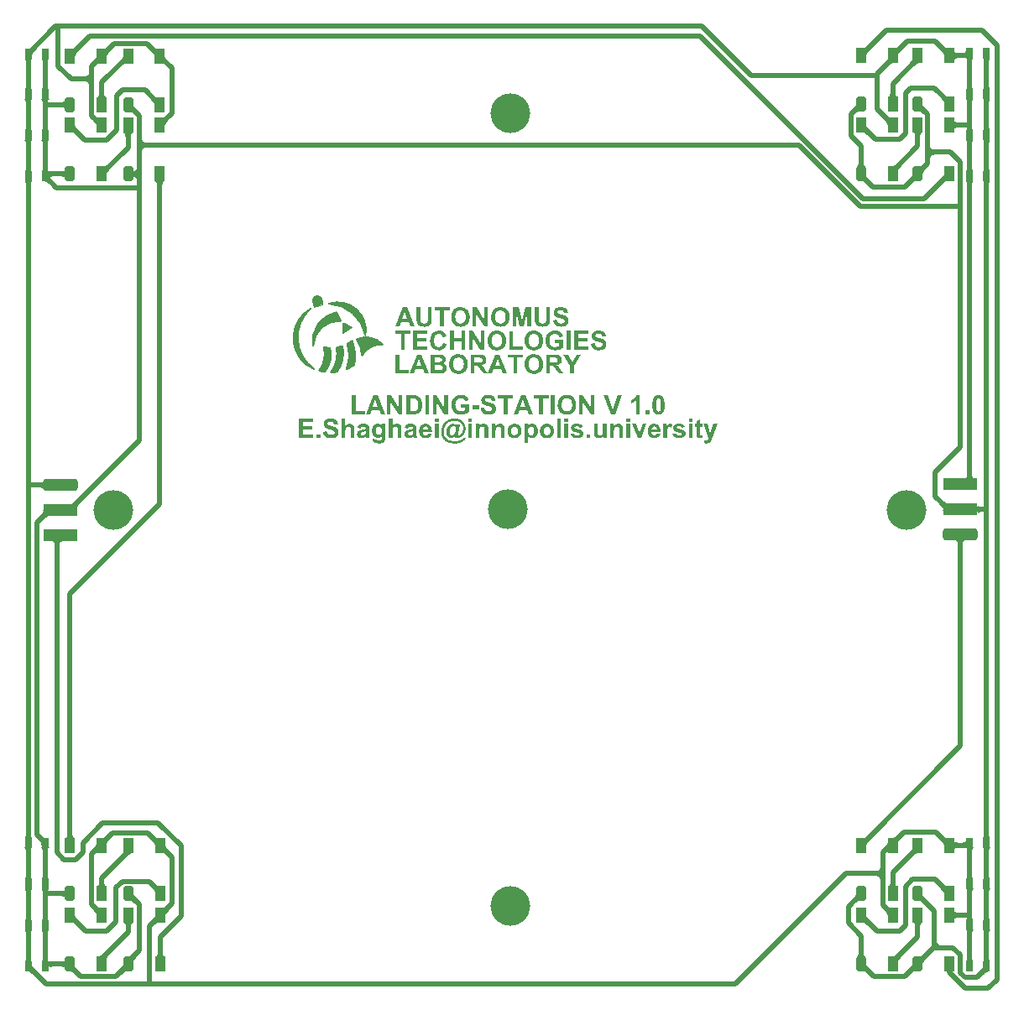
<source format=gtl>
G04*
G04 #@! TF.GenerationSoftware,Altium Limited,Altium Designer,21.0.9 (235)*
G04*
G04 Layer_Physical_Order=1*
G04 Layer_Color=255*
%FSLAX44Y44*%
%MOMM*%
G71*
G04*
G04 #@! TF.SameCoordinates,CD1E4018-1162-47FE-B72E-61F81A971E37*
G04*
G04*
G04 #@! TF.FilePolarity,Positive*
G04*
G01*
G75*
%ADD11C,0.1270*%
%ADD12C,0.0100*%
%ADD15C,0.5000*%
%ADD16R,3.5000X1.2000*%
G04:AMPARAMS|DCode=17|XSize=1.2mm|YSize=3.5mm|CornerRadius=0.3mm|HoleSize=0mm|Usage=FLASHONLY|Rotation=90.000|XOffset=0mm|YOffset=0mm|HoleType=Round|Shape=RoundedRectangle|*
%AMROUNDEDRECTD17*
21,1,1.2000,2.9000,0,0,90.0*
21,1,0.6000,3.5000,0,0,90.0*
1,1,0.6000,1.4500,0.3000*
1,1,0.6000,1.4500,-0.3000*
1,1,0.6000,-1.4500,-0.3000*
1,1,0.6000,-1.4500,0.3000*
%
%ADD17ROUNDEDRECTD17*%
%ADD18R,0.8000X1.0000*%
%ADD19R,1.0000X1.5000*%
G04:AMPARAMS|DCode=20|XSize=1.5mm|YSize=1mm|CornerRadius=0.25mm|HoleSize=0mm|Usage=FLASHONLY|Rotation=90.000|XOffset=0mm|YOffset=0mm|HoleType=Round|Shape=RoundedRectangle|*
%AMROUNDEDRECTD20*
21,1,1.5000,0.5000,0,0,90.0*
21,1,1.0000,1.0000,0,0,90.0*
1,1,0.5000,0.2500,0.5000*
1,1,0.5000,0.2500,-0.5000*
1,1,0.5000,-0.2500,-0.5000*
1,1,0.5000,-0.2500,0.5000*
%
%ADD20ROUNDEDRECTD20*%
%ADD28C,4.0000*%
%ADD29C,1.2700*%
G36*
X894505Y963469D02*
X893628Y962557D01*
X892222Y960868D01*
X891694Y960092D01*
X891282Y959363D01*
X890987Y958678D01*
X890808Y958040D01*
X890745Y957447D01*
X890799Y956900D01*
X890969Y956398D01*
X886398Y965969D01*
X886675Y965574D01*
X887047Y965345D01*
X887515Y965283D01*
X888078Y965387D01*
X888738Y965657D01*
X889492Y966094D01*
X890343Y966697D01*
X891290Y967467D01*
X893469Y969505D01*
X894505Y963469D01*
D02*
G37*
G36*
X862505D02*
X861628Y962557D01*
X860222Y960868D01*
X859694Y960092D01*
X859282Y959363D01*
X858987Y958678D01*
X858808Y958040D01*
X858745Y957447D01*
X858799Y956900D01*
X858969Y956398D01*
X854398Y965969D01*
X854675Y965574D01*
X855047Y965345D01*
X855515Y965283D01*
X856078Y965387D01*
X856738Y965657D01*
X857493Y966094D01*
X858343Y966697D01*
X859290Y967467D01*
X861469Y969505D01*
X862505Y963469D01*
D02*
G37*
G36*
X21505Y964532D02*
X20557Y963549D01*
X19055Y961767D01*
X18501Y960967D01*
X18079Y960230D01*
X17788Y959553D01*
X17628Y958938D01*
X17601Y958384D01*
X17704Y957892D01*
X17939Y957461D01*
X11898Y965502D01*
X12240Y965177D01*
X12662Y965004D01*
X13166Y964982D01*
X13751Y965112D01*
X14418Y965393D01*
X15166Y965825D01*
X15995Y966408D01*
X16905Y967144D01*
X18970Y969068D01*
X21505Y964532D01*
D02*
G37*
G36*
X96505Y963032D02*
X95628Y962120D01*
X94222Y960431D01*
X93694Y959655D01*
X93282Y958925D01*
X92987Y958241D01*
X92808Y957603D01*
X92745Y957010D01*
X92799Y956463D01*
X92970Y955961D01*
X88398Y965532D01*
X88675Y965137D01*
X89047Y964908D01*
X89515Y964846D01*
X90078Y964949D01*
X90738Y965220D01*
X91493Y965657D01*
X92343Y966260D01*
X93290Y967029D01*
X95470Y969068D01*
X96505Y963032D01*
D02*
G37*
G36*
X64505D02*
X63628Y962120D01*
X62222Y960431D01*
X61694Y959655D01*
X61282Y958925D01*
X60987Y958241D01*
X60808Y957603D01*
X60745Y957010D01*
X60799Y956463D01*
X60970Y955961D01*
X56398Y965532D01*
X56675Y965137D01*
X57047Y964908D01*
X57515Y964846D01*
X58078Y964949D01*
X58738Y965220D01*
X59493Y965657D01*
X60343Y966260D01*
X61290Y967029D01*
X63470Y969068D01*
X64505Y963032D01*
D02*
G37*
G36*
X936671Y968400D02*
X938662Y966689D01*
X939513Y966083D01*
X940269Y965643D01*
X940928Y965370D01*
X941490Y965263D01*
X941957Y965322D01*
X942327Y965547D01*
X942602Y965939D01*
X938061Y956398D01*
X938229Y956897D01*
X938280Y957441D01*
X938215Y958032D01*
X938033Y958670D01*
X937735Y959354D01*
X937320Y960084D01*
X936788Y960861D01*
X936140Y961684D01*
X935376Y962553D01*
X934495Y963469D01*
X935530Y969505D01*
X936671Y968400D01*
D02*
G37*
G36*
X959530Y956030D02*
X959481Y956025D01*
X959331Y956020D01*
X954530Y956000D01*
Y961000D01*
X955484Y961025D01*
X956338Y961100D01*
X957092Y961225D01*
X957745Y961400D01*
X958298Y961625D01*
X958751Y961900D01*
X959104Y962225D01*
X959357Y962600D01*
X959509Y963025D01*
X959561Y963500D01*
X959530Y956030D01*
D02*
G37*
G36*
X140201Y967963D02*
X142192Y966252D01*
X143043Y965646D01*
X143799Y965206D01*
X144458Y964932D01*
X145021Y964825D01*
X145487Y964884D01*
X145857Y965110D01*
X146132Y965502D01*
X141591Y955961D01*
X141759Y956459D01*
X141810Y957004D01*
X141745Y957595D01*
X141563Y958232D01*
X141265Y958916D01*
X140850Y959647D01*
X140318Y960424D01*
X139670Y961247D01*
X138906Y962116D01*
X138025Y963032D01*
X139060Y969068D01*
X140201Y967963D01*
D02*
G37*
G36*
X948019Y963025D02*
X948169Y962600D01*
X948419Y962225D01*
X948770Y961900D01*
X949220Y961625D01*
X949770Y961400D01*
X950419Y961225D01*
X951170Y961100D01*
X952020Y961025D01*
X952970Y961000D01*
Y956000D01*
X952020Y955975D01*
X951170Y955900D01*
X950419Y955775D01*
X949770Y955600D01*
X949220Y955375D01*
X948770Y955100D01*
X948419Y954775D01*
X948169Y954400D01*
X948019Y953975D01*
X947970Y953500D01*
Y963500D01*
X948019Y963025D01*
D02*
G37*
G36*
X914101Y951061D02*
X913671Y951296D01*
X913178Y951400D01*
X912625Y951372D01*
X912010Y951212D01*
X911333Y950921D01*
X910595Y950499D01*
X909796Y949945D01*
X908936Y949260D01*
X908014Y948443D01*
X907030Y947495D01*
X902495Y950031D01*
X903533Y951103D01*
X905154Y953005D01*
X905738Y953834D01*
X906170Y954582D01*
X906451Y955248D01*
X906581Y955834D01*
X906559Y956338D01*
X906386Y956760D01*
X906061Y957102D01*
X914101Y951061D01*
D02*
G37*
G36*
X888102D02*
X887715Y951341D01*
X887258Y951479D01*
X886729Y951476D01*
X886129Y951332D01*
X885458Y951046D01*
X884715Y950618D01*
X883901Y950050D01*
X883015Y949340D01*
X881031Y947495D01*
X877495Y951031D01*
X878488Y952058D01*
X880050Y953901D01*
X880618Y954715D01*
X881046Y955458D01*
X881332Y956129D01*
X881476Y956729D01*
X881479Y957258D01*
X881341Y957715D01*
X881061Y958102D01*
X888102Y951061D01*
D02*
G37*
G36*
X984190Y955980D02*
X983941Y955830D01*
X983720Y955580D01*
X983529Y955230D01*
X983367Y954780D01*
X983235Y954230D01*
X983132Y953580D01*
X983059Y952830D01*
X983000Y951030D01*
X978000D01*
X977985Y951980D01*
X977868Y953580D01*
X977765Y954230D01*
X977633Y954780D01*
X977471Y955230D01*
X977280Y955580D01*
X977059Y955830D01*
X976810Y955980D01*
X976531Y956030D01*
X984470D01*
X984190Y955980D01*
D02*
G37*
G36*
X967190D02*
X966941Y955830D01*
X966720Y955580D01*
X966529Y955230D01*
X966367Y954780D01*
X966235Y954230D01*
X966132Y953580D01*
X966059Y952830D01*
X966000Y951030D01*
X961000D01*
X960985Y951980D01*
X960868Y953580D01*
X960765Y954230D01*
X960633Y954780D01*
X960471Y955230D01*
X960280Y955580D01*
X960060Y955830D01*
X959810Y955980D01*
X959530Y956030D01*
X967469D01*
X967190Y955980D01*
D02*
G37*
G36*
X114132Y950624D02*
X113857Y951015D01*
X113487Y951241D01*
X113020Y951300D01*
X112458Y951193D01*
X111799Y950920D01*
X111044Y950480D01*
X110192Y949874D01*
X109244Y949101D01*
X107060Y947058D01*
X106025Y953093D01*
X106906Y954009D01*
X108318Y955702D01*
X108850Y956479D01*
X109265Y957209D01*
X109563Y957893D01*
X109745Y958531D01*
X109810Y959121D01*
X109759Y959666D01*
X109591Y960164D01*
X114132Y950624D01*
D02*
G37*
G36*
X87601D02*
X87327Y951015D01*
X86957Y951241D01*
X86490Y951300D01*
X85928Y951193D01*
X85269Y950920D01*
X84513Y950480D01*
X83662Y949874D01*
X82714Y949101D01*
X80531Y947058D01*
X79495Y953093D01*
X80376Y954009D01*
X81788Y955702D01*
X82320Y956479D01*
X82735Y957209D01*
X83033Y957893D01*
X83215Y958531D01*
X83280Y959121D01*
X83229Y959666D01*
X83061Y960164D01*
X87601Y950624D01*
D02*
G37*
G36*
X34690Y955543D02*
X34441Y955393D01*
X34220Y955143D01*
X34029Y954793D01*
X33867Y954343D01*
X33735Y953793D01*
X33632Y953143D01*
X33559Y952393D01*
X33500Y950593D01*
X28500D01*
X28485Y951543D01*
X28368Y953143D01*
X28265Y953793D01*
X28133Y954343D01*
X27971Y954793D01*
X27780Y955143D01*
X27559Y955393D01*
X27310Y955543D01*
X27030Y955593D01*
X34969D01*
X34690Y955543D01*
D02*
G37*
G36*
X17690D02*
X17441Y955393D01*
X17220Y955143D01*
X17029Y954793D01*
X16867Y954343D01*
X16735Y953793D01*
X16632Y953143D01*
X16559Y952393D01*
X16500Y950593D01*
X11500D01*
X11485Y951543D01*
X11368Y953143D01*
X11265Y953793D01*
X11133Y954343D01*
X10971Y954793D01*
X10780Y955143D01*
X10560Y955393D01*
X10310Y955543D01*
X10030Y955593D01*
X17969D01*
X17690Y955543D01*
D02*
G37*
G36*
X151329Y959663D02*
X151275Y959116D01*
X151338Y958523D01*
X151517Y957884D01*
X151812Y957200D01*
X152224Y956470D01*
X152752Y955695D01*
X153397Y954873D01*
X154158Y954006D01*
X155035Y953093D01*
X154000Y947058D01*
X152862Y948160D01*
X150873Y949866D01*
X150023Y950469D01*
X149268Y950906D01*
X148608Y951176D01*
X148045Y951280D01*
X147577Y951217D01*
X147205Y950989D01*
X146929Y950593D01*
X151500Y960164D01*
X151329Y959663D01*
D02*
G37*
G36*
X80460Y935000D02*
X75460Y927500D01*
X75410Y928450D01*
X75260Y929300D01*
X75010Y930050D01*
X74660Y930700D01*
X74210Y931250D01*
X73660Y931700D01*
X73010Y932050D01*
X72260Y932300D01*
X71410Y932450D01*
X70460Y932500D01*
Y937500D01*
X71410Y937550D01*
X72260Y937700D01*
X73010Y937950D01*
X73660Y938300D01*
X74210Y938750D01*
X74660Y939300D01*
X75010Y939950D01*
X75260Y940700D01*
X75410Y941550D01*
X75460Y942500D01*
X80460Y935000D01*
D02*
G37*
G36*
X983015Y928686D02*
X983132Y927086D01*
X983235Y926436D01*
X983367Y925886D01*
X983529Y925436D01*
X983720Y925086D01*
X983941Y924836D01*
X984190Y924686D01*
X984470Y924636D01*
X976531D01*
X976810Y924686D01*
X977059Y924836D01*
X977280Y925086D01*
X977471Y925436D01*
X977633Y925886D01*
X977765Y926436D01*
X977868Y927086D01*
X977941Y927836D01*
X978000Y929636D01*
X983000D01*
X983015Y928686D01*
D02*
G37*
G36*
X966015D02*
X966132Y927086D01*
X966235Y926436D01*
X966367Y925886D01*
X966529Y925436D01*
X966720Y925086D01*
X966941Y924836D01*
X967190Y924686D01*
X967469Y924636D01*
X959530D01*
X959810Y924686D01*
X960060Y924836D01*
X960280Y925086D01*
X960471Y925436D01*
X960633Y925886D01*
X960765Y926436D01*
X960868Y927086D01*
X960941Y927836D01*
X961000Y929636D01*
X966000D01*
X966015Y928686D01*
D02*
G37*
G36*
X33515Y928228D02*
X33632Y926628D01*
X33735Y925978D01*
X33867Y925428D01*
X34029Y924978D01*
X34220Y924628D01*
X34441Y924378D01*
X34690Y924228D01*
X34969Y924178D01*
X27030D01*
X27310Y924228D01*
X27559Y924378D01*
X27780Y924628D01*
X27971Y924978D01*
X28133Y925428D01*
X28265Y925978D01*
X28368Y926628D01*
X28441Y927378D01*
X28500Y929178D01*
X33500D01*
X33515Y928228D01*
D02*
G37*
G36*
X16515D02*
X16632Y926628D01*
X16735Y925978D01*
X16867Y925428D01*
X17029Y924978D01*
X17220Y924628D01*
X17441Y924378D01*
X17690Y924228D01*
X17969Y924178D01*
X10030D01*
X10310Y924228D01*
X10560Y924378D01*
X10780Y924628D01*
X10971Y924978D01*
X11133Y925428D01*
X11265Y925978D01*
X11368Y926628D01*
X11441Y927378D01*
X11500Y929178D01*
X16500D01*
X16515Y928228D01*
D02*
G37*
G36*
X888525Y921020D02*
X888599Y920170D01*
X888722Y919419D01*
X888895Y918770D01*
X889117Y918220D01*
X889389Y917769D01*
X889710Y917420D01*
X890080Y917169D01*
X890500Y917020D01*
X890969Y916970D01*
X881031D01*
X881500Y917020D01*
X881919Y917169D01*
X882290Y917420D01*
X882611Y917769D01*
X882883Y918220D01*
X883105Y918770D01*
X883278Y919419D01*
X883401Y920170D01*
X883475Y921020D01*
X883500Y921970D01*
X888500D01*
X888525Y921020D01*
D02*
G37*
G36*
X90525Y920582D02*
X90599Y919732D01*
X90722Y918982D01*
X90895Y918332D01*
X91117Y917782D01*
X91389Y917332D01*
X91710Y916982D01*
X92080Y916732D01*
X92500Y916582D01*
X92970Y916532D01*
X83031D01*
X83500Y916582D01*
X83919Y916732D01*
X84290Y916982D01*
X84611Y917332D01*
X84883Y917782D01*
X85105Y918332D01*
X85278Y918982D01*
X85401Y919732D01*
X85475Y920582D01*
X85500Y921532D01*
X90500D01*
X90525Y920582D01*
D02*
G37*
G36*
X984190Y914647D02*
X983941Y914497D01*
X983720Y914247D01*
X983529Y913897D01*
X983367Y913447D01*
X983235Y912897D01*
X983132Y912247D01*
X983059Y911497D01*
X983000Y909697D01*
X978000D01*
X977985Y910647D01*
X977868Y912247D01*
X977765Y912897D01*
X977633Y913447D01*
X977471Y913897D01*
X977280Y914247D01*
X977059Y914497D01*
X976810Y914647D01*
X976531Y914697D01*
X984470D01*
X984190Y914647D01*
D02*
G37*
G36*
X967190D02*
X966941Y914497D01*
X966720Y914247D01*
X966529Y913897D01*
X966367Y913447D01*
X966235Y912897D01*
X966132Y912247D01*
X966059Y911497D01*
X966000Y909697D01*
X961000D01*
X960985Y910647D01*
X960868Y912247D01*
X960765Y912897D01*
X960633Y913447D01*
X960471Y913897D01*
X960280Y914247D01*
X960060Y914497D01*
X959810Y914647D01*
X959530Y914697D01*
X967469D01*
X967190Y914647D01*
D02*
G37*
G36*
X34690Y914189D02*
X34441Y914039D01*
X34220Y913789D01*
X34029Y913439D01*
X33867Y912989D01*
X33735Y912439D01*
X33632Y911789D01*
X33559Y911039D01*
X33500Y909239D01*
X28500D01*
X28485Y910189D01*
X28368Y911789D01*
X28265Y912439D01*
X28133Y912989D01*
X27971Y913439D01*
X27780Y913789D01*
X27559Y914039D01*
X27310Y914189D01*
X27030Y914239D01*
X34969D01*
X34690Y914189D01*
D02*
G37*
G36*
X17690D02*
X17441Y914039D01*
X17220Y913789D01*
X17029Y913439D01*
X16867Y912989D01*
X16735Y912439D01*
X16632Y911789D01*
X16559Y911039D01*
X16500Y909239D01*
X11500D01*
X11485Y910189D01*
X11368Y911789D01*
X11265Y912439D01*
X11133Y912989D01*
X10971Y913439D01*
X10780Y913789D01*
X10560Y914039D01*
X10310Y914189D01*
X10030Y914239D01*
X17969D01*
X17690Y914189D01*
D02*
G37*
G36*
X938103Y919467D02*
X940005Y917846D01*
X940834Y917262D01*
X941582Y916830D01*
X942249Y916549D01*
X942834Y916419D01*
X943338Y916441D01*
X943760Y916614D01*
X944102Y916939D01*
X938061Y908898D01*
X938296Y909330D01*
X938400Y909822D01*
X938372Y910376D01*
X938212Y910991D01*
X937921Y911667D01*
X937499Y912405D01*
X936945Y913204D01*
X936260Y914064D01*
X935443Y914986D01*
X934495Y915970D01*
X937031Y920505D01*
X938103Y919467D01*
D02*
G37*
G36*
X140201Y918963D02*
X142192Y917252D01*
X143043Y916646D01*
X143799Y916206D01*
X144458Y915932D01*
X145021Y915825D01*
X145487Y915884D01*
X145857Y916110D01*
X146132Y916502D01*
X141591Y906961D01*
X141759Y907459D01*
X141810Y908004D01*
X141745Y908595D01*
X141563Y909232D01*
X141265Y909916D01*
X140850Y910647D01*
X140318Y911423D01*
X139670Y912247D01*
X138906Y913116D01*
X138025Y914032D01*
X139060Y920068D01*
X140201Y918963D01*
D02*
G37*
G36*
X51013Y904063D02*
X50962Y904538D01*
X50811Y904963D01*
X50560Y905338D01*
X50208Y905663D01*
X49755Y905938D01*
X49201Y906163D01*
X48548Y906338D01*
X47793Y906463D01*
X46938Y906538D01*
X45982Y906563D01*
Y911563D01*
X46938Y911588D01*
X47793Y911663D01*
X48547Y911787D01*
X49201Y911962D01*
X49755Y912186D01*
X50207Y912461D01*
X50559Y912785D01*
X50811Y913159D01*
X50962Y913583D01*
X51012Y914057D01*
X51013Y904063D01*
D02*
G37*
G36*
X853553Y902013D02*
X853282Y902408D01*
X852922Y902643D01*
X852471Y902718D01*
X851931Y902634D01*
X851301Y902389D01*
X850581Y901985D01*
X849772Y901421D01*
X848873Y900697D01*
X846805Y898769D01*
X845447Y904482D01*
X846328Y905398D01*
X847740Y907091D01*
X848271Y907868D01*
X848686Y908598D01*
X848985Y909282D01*
X849166Y909919D01*
X849232Y910510D01*
X849180Y911055D01*
X849013Y911553D01*
X853553Y902013D01*
D02*
G37*
G36*
X915820Y911055D02*
X915768Y910510D01*
X915834Y909919D01*
X916015Y909282D01*
X916314Y908598D01*
X916729Y907868D01*
X917260Y907091D01*
X917908Y906268D01*
X918672Y905398D01*
X919554Y904482D01*
X918195Y898769D01*
X917116Y899813D01*
X915228Y901421D01*
X914419Y901985D01*
X913699Y902389D01*
X913069Y902634D01*
X912529Y902718D01*
X912078Y902643D01*
X911718Y902408D01*
X911447Y902013D01*
X915987Y911553D01*
X915820Y911055D01*
D02*
G37*
G36*
X119350Y910618D02*
X119298Y910073D01*
X119364Y909482D01*
X119545Y908845D01*
X119844Y908161D01*
X120259Y907430D01*
X120790Y906654D01*
X121438Y905831D01*
X122203Y904961D01*
X123083Y904045D01*
X121725Y898332D01*
X120646Y899376D01*
X118758Y900984D01*
X117949Y901548D01*
X117229Y901952D01*
X116599Y902196D01*
X116059Y902281D01*
X115609Y902206D01*
X115248Y901970D01*
X114977Y901575D01*
X119517Y911116D01*
X119350Y910618D01*
D02*
G37*
G36*
X155035Y892970D02*
X154158Y892057D01*
X152752Y890368D01*
X152224Y889593D01*
X151812Y888863D01*
X151517Y888178D01*
X151338Y887540D01*
X151275Y886947D01*
X151329Y886400D01*
X151500Y885899D01*
X146929Y895470D01*
X147205Y895074D01*
X147577Y894845D01*
X148045Y894783D01*
X148608Y894887D01*
X149268Y895157D01*
X150023Y895594D01*
X150873Y896197D01*
X151820Y896967D01*
X154000Y899005D01*
X155035Y892970D01*
D02*
G37*
G36*
X879670Y898400D02*
X881662Y896689D01*
X882513Y896083D01*
X883269Y895643D01*
X883928Y895370D01*
X884490Y895263D01*
X884957Y895322D01*
X885327Y895547D01*
X885602Y895939D01*
X881061Y886398D01*
X881229Y886897D01*
X881280Y887441D01*
X881215Y888032D01*
X881033Y888670D01*
X880735Y889354D01*
X880320Y890084D01*
X879788Y890861D01*
X879140Y891684D01*
X878376Y892553D01*
X877495Y893469D01*
X878531Y899505D01*
X879670Y898400D01*
D02*
G37*
G36*
X81671Y897900D02*
X83662Y896189D01*
X84513Y895583D01*
X85269Y895143D01*
X85928Y894870D01*
X86490Y894762D01*
X86957Y894822D01*
X87327Y895047D01*
X87601Y895439D01*
X83061Y885899D01*
X83229Y886397D01*
X83280Y886941D01*
X83215Y887532D01*
X83033Y888170D01*
X82735Y888854D01*
X82320Y889584D01*
X81788Y890361D01*
X81140Y891184D01*
X80376Y892054D01*
X79495Y892970D01*
X80531Y899005D01*
X81671Y897900D01*
D02*
G37*
G36*
X948019Y893025D02*
X948169Y892600D01*
X948419Y892225D01*
X948770Y891900D01*
X949220Y891625D01*
X949770Y891400D01*
X950419Y891225D01*
X951170Y891100D01*
X952020Y891025D01*
X952970Y891000D01*
Y886000D01*
X952020Y885975D01*
X951170Y885900D01*
X950419Y885775D01*
X949770Y885600D01*
X949220Y885375D01*
X948770Y885100D01*
X948419Y884775D01*
X948169Y884400D01*
X948019Y883975D01*
X947970Y883500D01*
Y893500D01*
X948019Y893025D01*
D02*
G37*
G36*
X983015Y887353D02*
X983132Y885753D01*
X983235Y885103D01*
X983367Y884553D01*
X983529Y884103D01*
X983720Y883753D01*
X983941Y883503D01*
X984190Y883353D01*
X984470Y883303D01*
X976531D01*
X976810Y883353D01*
X977059Y883503D01*
X977280Y883753D01*
X977471Y884103D01*
X977633Y884553D01*
X977765Y885103D01*
X977868Y885753D01*
X977941Y886503D01*
X978000Y888303D01*
X983000D01*
X983015Y887353D01*
D02*
G37*
G36*
X966015Y887107D02*
X966132Y885604D01*
X966235Y884994D01*
X966367Y884477D01*
X966529Y884054D01*
X966720Y883726D01*
X966941Y883491D01*
X967190Y883350D01*
X967469Y883303D01*
X959530D01*
X959810Y883350D01*
X960060Y883491D01*
X960280Y883726D01*
X960471Y884054D01*
X960633Y884477D01*
X960765Y884994D01*
X960868Y885604D01*
X960941Y886309D01*
X961000Y888000D01*
X966000D01*
X966015Y887107D01*
D02*
G37*
G36*
X33515Y886874D02*
X33632Y885274D01*
X33735Y884624D01*
X33867Y884074D01*
X34029Y883624D01*
X34220Y883274D01*
X34441Y883024D01*
X34690Y882874D01*
X34969Y882824D01*
X27030D01*
X27310Y882874D01*
X27559Y883024D01*
X27780Y883274D01*
X27971Y883624D01*
X28133Y884074D01*
X28265Y884624D01*
X28368Y885274D01*
X28441Y886024D01*
X28500Y887824D01*
X33500D01*
X33515Y886874D01*
D02*
G37*
G36*
X16515D02*
X16632Y885274D01*
X16735Y884624D01*
X16867Y884074D01*
X17029Y883624D01*
X17220Y883274D01*
X17441Y883024D01*
X17690Y882874D01*
X17969Y882824D01*
X10030D01*
X10310Y882874D01*
X10560Y883024D01*
X10780Y883274D01*
X10971Y883624D01*
X11133Y884074D01*
X11265Y884624D01*
X11368Y885274D01*
X11441Y886024D01*
X11500Y887824D01*
X16500D01*
X16515Y886874D01*
D02*
G37*
G36*
X858799Y890100D02*
X858745Y889553D01*
X858808Y888960D01*
X858987Y888322D01*
X859282Y887637D01*
X859694Y886907D01*
X860222Y886132D01*
X860867Y885310D01*
X861628Y884443D01*
X862505Y883531D01*
X861469Y877495D01*
X860332Y878597D01*
X858343Y880303D01*
X857493Y880906D01*
X856738Y881343D01*
X856078Y881613D01*
X855515Y881717D01*
X855047Y881655D01*
X854675Y881426D01*
X854398Y881031D01*
X858969Y890602D01*
X858799Y890100D01*
D02*
G37*
G36*
X60799Y889600D02*
X60745Y889053D01*
X60808Y888460D01*
X60987Y887822D01*
X61282Y887137D01*
X61694Y886407D01*
X62222Y885632D01*
X62867Y884810D01*
X63628Y883943D01*
X64505Y883030D01*
X63470Y876995D01*
X62332Y878097D01*
X60343Y879803D01*
X59493Y880406D01*
X58738Y880843D01*
X58078Y881113D01*
X57515Y881217D01*
X57047Y881155D01*
X56675Y880926D01*
X56399Y880530D01*
X60970Y890102D01*
X60799Y889600D01*
D02*
G37*
G36*
X915500Y880981D02*
X915080Y880831D01*
X914710Y880581D01*
X914389Y880230D01*
X914117Y879781D01*
X913895Y879230D01*
X913722Y878580D01*
X913599Y877831D01*
X913525Y876981D01*
X913500Y876031D01*
X908500D01*
X908475Y876981D01*
X908401Y877831D01*
X908278Y878580D01*
X908105Y879230D01*
X907883Y879781D01*
X907611Y880230D01*
X907290Y880581D01*
X906919Y880831D01*
X906500Y880981D01*
X906031Y881031D01*
X915969D01*
X915500Y880981D01*
D02*
G37*
G36*
X119030Y880480D02*
X118610Y880331D01*
X118240Y880080D01*
X117919Y879731D01*
X117647Y879280D01*
X117425Y878730D01*
X117252Y878081D01*
X117129Y877330D01*
X117055Y876480D01*
X117030Y875530D01*
X112030D01*
X112005Y876480D01*
X111931Y877330D01*
X111808Y878081D01*
X111635Y878730D01*
X111413Y879280D01*
X111141Y879731D01*
X110820Y880080D01*
X110449Y880331D01*
X110030Y880480D01*
X109560Y880530D01*
X119500D01*
X119030Y880480D01*
D02*
G37*
G36*
X984190Y873314D02*
X983941Y873164D01*
X983720Y872914D01*
X983529Y872564D01*
X983367Y872114D01*
X983235Y871564D01*
X983132Y870914D01*
X983059Y870164D01*
X983000Y868364D01*
X978000D01*
X977985Y869314D01*
X977868Y870914D01*
X977765Y871564D01*
X977633Y872114D01*
X977471Y872564D01*
X977280Y872914D01*
X977059Y873164D01*
X976810Y873314D01*
X976531Y873364D01*
X984470D01*
X984190Y873314D01*
D02*
G37*
G36*
X967190D02*
X966941Y873164D01*
X966720Y872914D01*
X966529Y872564D01*
X966367Y872114D01*
X966235Y871564D01*
X966132Y870914D01*
X966059Y870164D01*
X966000Y868364D01*
X961000D01*
X960985Y869314D01*
X960868Y870914D01*
X960765Y871564D01*
X960633Y872114D01*
X960471Y872564D01*
X960280Y872914D01*
X960060Y873164D01*
X959810Y873314D01*
X959530Y873364D01*
X967469D01*
X967190Y873314D01*
D02*
G37*
G36*
X34690Y872835D02*
X34441Y872685D01*
X34220Y872435D01*
X34029Y872085D01*
X33867Y871635D01*
X33735Y871085D01*
X33632Y870435D01*
X33559Y869685D01*
X33500Y867885D01*
X28500D01*
X28485Y868835D01*
X28368Y870435D01*
X28265Y871085D01*
X28133Y871635D01*
X27971Y872085D01*
X27780Y872435D01*
X27559Y872685D01*
X27310Y872835D01*
X27030Y872885D01*
X34969D01*
X34690Y872835D01*
D02*
G37*
G36*
X17690D02*
X17441Y872685D01*
X17220Y872435D01*
X17029Y872085D01*
X16867Y871635D01*
X16735Y871085D01*
X16632Y870435D01*
X16559Y869685D01*
X16500Y867885D01*
X11500D01*
X11485Y868835D01*
X11368Y870435D01*
X11265Y871085D01*
X11133Y871635D01*
X10971Y872085D01*
X10780Y872435D01*
X10560Y872685D01*
X10310Y872835D01*
X10030Y872885D01*
X17969D01*
X17690Y872835D01*
D02*
G37*
G36*
X128550Y874846D02*
X128700Y873996D01*
X128950Y873246D01*
X129300Y872596D01*
X129750Y872046D01*
X130300Y871596D01*
X130950Y871246D01*
X131700Y870996D01*
X132550Y870846D01*
X133500Y870796D01*
Y865796D01*
X132550Y865746D01*
X131700Y865596D01*
X130950Y865346D01*
X130300Y864996D01*
X129750Y864546D01*
X129300Y863996D01*
X128950Y863346D01*
X128700Y862596D01*
X128550Y861746D01*
X128500Y860796D01*
X123500Y868296D01*
X128500Y875796D01*
X128550Y874846D01*
D02*
G37*
G36*
X923590Y867550D02*
X923740Y866700D01*
X923990Y865950D01*
X924340Y865300D01*
X924790Y864750D01*
X925340Y864300D01*
X925990Y863950D01*
X926740Y863700D01*
X927590Y863550D01*
X928540Y863500D01*
Y858500D01*
X927590Y858450D01*
X926740Y858300D01*
X925990Y858050D01*
X925340Y857700D01*
X924790Y857250D01*
X924340Y856700D01*
X923990Y856050D01*
X923740Y855300D01*
X923590Y854450D01*
X923540Y853500D01*
X918540Y861000D01*
X923540Y868500D01*
X923590Y867550D01*
D02*
G37*
G36*
X894505Y846970D02*
X893515Y845944D01*
X891959Y844106D01*
X891394Y843292D01*
X890969Y842550D01*
X890687Y841878D01*
X890545Y841277D01*
Y840747D01*
X890687Y840287D01*
X890969Y839898D01*
X883898Y846970D01*
X884287Y846687D01*
X884747Y846545D01*
X885277D01*
X885878Y846687D01*
X886550Y846970D01*
X887292Y847394D01*
X888106Y847959D01*
X888990Y848667D01*
X890969Y850505D01*
X894505Y846970D01*
D02*
G37*
G36*
X856518Y851142D02*
X856660Y849591D01*
X856785Y848917D01*
X856945Y848310D01*
X857141Y847769D01*
X857372Y847296D01*
X857639Y846891D01*
X857942Y846552D01*
X858280Y846280D01*
X849720D01*
X850058Y846552D01*
X850360Y846891D01*
X850628Y847296D01*
X850859Y847769D01*
X851055Y848310D01*
X851215Y848917D01*
X851340Y849591D01*
X851429Y850333D01*
X851482Y851142D01*
X851500Y852018D01*
X856500D01*
X856518Y851142D01*
D02*
G37*
G36*
X919554Y844018D02*
X918695Y843124D01*
X917312Y841461D01*
X916788Y840692D01*
X916376Y839964D01*
X916075Y839278D01*
X915886Y838633D01*
X915808Y838029D01*
X915842Y837467D01*
X915987Y836947D01*
X911947Y846987D01*
X912193Y846568D01*
X912531Y846309D01*
X912959Y846212D01*
X913477Y846275D01*
X914087Y846498D01*
X914787Y846883D01*
X915578Y847429D01*
X916460Y848135D01*
X917432Y849002D01*
X918495Y850030D01*
X919554Y844018D01*
D02*
G37*
G36*
X96505Y843969D02*
X95628Y843057D01*
X94222Y841368D01*
X93694Y840593D01*
X93282Y839863D01*
X92987Y839178D01*
X92808Y838540D01*
X92745Y837947D01*
X92799Y837400D01*
X92970Y836898D01*
X88398Y846469D01*
X88675Y846074D01*
X89047Y845845D01*
X89515Y845783D01*
X90078Y845887D01*
X90738Y846157D01*
X91493Y846594D01*
X92343Y847197D01*
X93290Y847967D01*
X95470Y850005D01*
X96505Y843969D01*
D02*
G37*
G36*
X128500Y839000D02*
X123500Y831500D01*
X123450Y832450D01*
X123300Y833300D01*
X123050Y834050D01*
X122700Y834700D01*
X122250Y835250D01*
X121700Y835700D01*
X121116Y836015D01*
X120775Y835876D01*
X120323Y835602D01*
X119971Y835278D01*
X119719Y834904D01*
X119568Y834480D01*
X119518Y834006D01*
X119518Y836438D01*
X119450Y836450D01*
X118500Y836500D01*
Y841500D01*
X119450Y841550D01*
X119518Y841562D01*
X119517Y844000D01*
X119568Y843525D01*
X119719Y843100D01*
X119970Y842725D01*
X120322Y842400D01*
X120775Y842125D01*
X121117Y841986D01*
X121700Y842300D01*
X122250Y842750D01*
X122700Y843300D01*
X123050Y843950D01*
X123300Y844700D01*
X123450Y845550D01*
X123500Y846500D01*
X128500Y839000D01*
D02*
G37*
G36*
X983015Y846020D02*
X983132Y844419D01*
X983235Y843770D01*
X983367Y843220D01*
X983529Y842769D01*
X983720Y842420D01*
X983941Y842169D01*
X984190Y842020D01*
X984470Y841970D01*
X976531D01*
X976810Y842020D01*
X977059Y842169D01*
X977280Y842420D01*
X977471Y842769D01*
X977633Y843220D01*
X977765Y843770D01*
X977868Y844419D01*
X977941Y845170D01*
X978000Y846970D01*
X983000D01*
X983015Y846020D01*
D02*
G37*
G36*
X966015D02*
X966132Y844419D01*
X966235Y843770D01*
X966367Y843220D01*
X966529Y842769D01*
X966720Y842420D01*
X966941Y842169D01*
X967190Y842020D01*
X967469Y841970D01*
X959530D01*
X959810Y842020D01*
X960060Y842169D01*
X960280Y842420D01*
X960471Y842769D01*
X960633Y843220D01*
X960765Y843770D01*
X960868Y844419D01*
X960941Y845170D01*
X961000Y846970D01*
X966000D01*
X966015Y846020D01*
D02*
G37*
G36*
X33515Y845519D02*
X33632Y843920D01*
X33735Y843270D01*
X33867Y842719D01*
X34029Y842270D01*
X34220Y841919D01*
X34441Y841669D01*
X34690Y841519D01*
X34969Y841469D01*
X27030D01*
X27310Y841519D01*
X27559Y841669D01*
X27780Y841919D01*
X27971Y842270D01*
X28133Y842719D01*
X28265Y843270D01*
X28368Y843920D01*
X28441Y844669D01*
X28500Y846469D01*
X33500D01*
X33515Y845519D01*
D02*
G37*
G36*
X16515D02*
X16632Y843920D01*
X16735Y843270D01*
X16867Y842719D01*
X17029Y842270D01*
X17220Y841919D01*
X17441Y841669D01*
X17690Y841519D01*
X17969Y841469D01*
X10030D01*
X10310Y841519D01*
X10560Y841669D01*
X10780Y841919D01*
X10971Y842270D01*
X11133Y842719D01*
X11265Y843270D01*
X11368Y843920D01*
X11441Y844669D01*
X11500Y846469D01*
X16500D01*
X16515Y845519D01*
D02*
G37*
G36*
X39969Y836500D02*
X39016Y836475D01*
X38162Y836400D01*
X37408Y836275D01*
X36755Y836100D01*
X36202Y835875D01*
X35816Y835641D01*
X36055Y835296D01*
X36740Y834436D01*
X37557Y833514D01*
X38505Y832531D01*
X35970Y827995D01*
X34897Y829033D01*
X32995Y830654D01*
X32166Y831238D01*
X31418Y831670D01*
X30752Y831951D01*
X30166Y832081D01*
X29662Y832059D01*
X29240Y831886D01*
X28898Y831561D01*
X34939Y839602D01*
X34704Y839171D01*
X34601Y838678D01*
X34629Y838124D01*
X34788Y837510D01*
X34952Y837128D01*
X34969Y841469D01*
X39969Y841500D01*
Y836500D01*
D02*
G37*
G36*
X51013Y834000D02*
X50962Y834475D01*
X50811Y834900D01*
X50560Y835275D01*
X50208Y835600D01*
X49755Y835875D01*
X49201Y836100D01*
X48548Y836275D01*
X47793Y836400D01*
X46938Y836475D01*
X45982Y836500D01*
Y841500D01*
X46938Y841525D01*
X47793Y841600D01*
X48547Y841724D01*
X49201Y841899D01*
X49755Y842123D01*
X50207Y842398D01*
X50559Y842722D01*
X50811Y843096D01*
X50962Y843520D01*
X51012Y843994D01*
X51013Y834000D01*
D02*
G37*
G36*
X942602Y832061D02*
X942327Y832453D01*
X941957Y832678D01*
X941490Y832737D01*
X940928Y832630D01*
X940269Y832357D01*
X939513Y831917D01*
X938662Y831311D01*
X937714Y830539D01*
X935530Y828495D01*
X934495Y834530D01*
X935376Y835446D01*
X936788Y837139D01*
X937320Y837916D01*
X937735Y838646D01*
X938033Y839330D01*
X938215Y839968D01*
X938280Y840559D01*
X938229Y841103D01*
X938061Y841601D01*
X942602Y832061D01*
D02*
G37*
G36*
X911053Y832013D02*
X910758Y832384D01*
X910375Y832597D01*
X909904Y832651D01*
X909346Y832548D01*
X908699Y832287D01*
X907964Y831868D01*
X907141Y831290D01*
X906230Y830555D01*
X904145Y828609D01*
X902447Y833982D01*
X903350Y834921D01*
X904792Y836643D01*
X905331Y837427D01*
X905749Y838160D01*
X906044Y838842D01*
X906219Y839472D01*
X906272Y840050D01*
X906203Y840577D01*
X906013Y841053D01*
X911053Y832013D01*
D02*
G37*
G36*
X858752Y839622D02*
X858649Y839130D01*
X858677Y838576D01*
X858836Y837961D01*
X859127Y837285D01*
X859549Y836547D01*
X860103Y835748D01*
X860788Y834887D01*
X861605Y833965D01*
X862553Y832982D01*
X860018Y828447D01*
X858945Y829484D01*
X857043Y831106D01*
X856214Y831690D01*
X855466Y832122D01*
X854800Y832403D01*
X854215Y832532D01*
X853711Y832510D01*
X853288Y832337D01*
X852947Y832013D01*
X858987Y840053D01*
X858752Y839622D01*
D02*
G37*
G36*
X984190Y831981D02*
X983941Y831831D01*
X983720Y831581D01*
X983529Y831230D01*
X983367Y830780D01*
X983235Y830230D01*
X983132Y829581D01*
X983059Y828830D01*
X983000Y827030D01*
X978000D01*
X977985Y827980D01*
X977868Y829581D01*
X977765Y830230D01*
X977633Y830780D01*
X977471Y831230D01*
X977280Y831581D01*
X977059Y831831D01*
X976810Y831981D01*
X976531Y832030D01*
X984470D01*
X984190Y831981D01*
D02*
G37*
G36*
X967190D02*
X966941Y831831D01*
X966720Y831581D01*
X966529Y831230D01*
X966367Y830780D01*
X966235Y830230D01*
X966132Y829581D01*
X966059Y828830D01*
X966000Y827030D01*
X961000D01*
X960985Y827980D01*
X960868Y829581D01*
X960765Y830230D01*
X960633Y830780D01*
X960471Y831230D01*
X960280Y831581D01*
X960060Y831831D01*
X959810Y831981D01*
X959530Y832030D01*
X967469D01*
X967190Y831981D01*
D02*
G37*
G36*
X151030Y831480D02*
X150611Y831330D01*
X150240Y831080D01*
X149919Y830731D01*
X149647Y830281D01*
X149425Y829731D01*
X149252Y829081D01*
X149129Y828331D01*
X149055Y827480D01*
X149030Y826531D01*
X144030D01*
X144005Y827480D01*
X143931Y828331D01*
X143808Y829081D01*
X143635Y829731D01*
X143413Y830281D01*
X143141Y830731D01*
X142820Y831080D01*
X142450Y831330D01*
X142030Y831480D01*
X141560Y831531D01*
X151500D01*
X151030Y831480D01*
D02*
G37*
G36*
X17690D02*
X17441Y831330D01*
X17220Y831080D01*
X17029Y830731D01*
X16867Y830281D01*
X16735Y829731D01*
X16632Y829081D01*
X16559Y828331D01*
X16500Y826531D01*
X11500D01*
X11485Y827480D01*
X11368Y829081D01*
X11265Y829731D01*
X11133Y830281D01*
X10971Y830731D01*
X10780Y831080D01*
X10560Y831330D01*
X10310Y831480D01*
X10030Y831531D01*
X17969D01*
X17690Y831480D01*
D02*
G37*
G36*
X308548Y715734D02*
X310060Y714283D01*
X310881Y712355D01*
Y711308D01*
Y711308D01*
X310881Y711308D01*
Y711308D01*
Y711307D01*
Y711307D01*
X310881Y711308D01*
Y711308D01*
Y711308D01*
Y711308D01*
D01*
X310881Y711305D01*
Y711307D01*
X310880Y711205D01*
X310842Y707374D01*
X310842Y707365D01*
X310836Y707349D01*
X310826Y707336D01*
X310813Y707326D01*
X310805Y707323D01*
X310805D01*
X301972Y704360D01*
X301961Y704356D01*
X301938Y704359D01*
X301918Y704370D01*
X301905Y704390D01*
X301902Y704401D01*
X300709Y710839D01*
X300697Y710836D01*
X300673Y710840D01*
X300653Y710853D01*
X300641Y710874D01*
X300640Y710886D01*
X300554Y711931D01*
X301215Y713919D01*
X302602Y715489D01*
X304494Y716390D01*
X306588Y716476D01*
X308548Y715734D01*
D02*
G37*
G36*
X310881Y711294D02*
X310881Y711269D01*
X310881Y711243D01*
X310881Y711218D01*
X310880Y711205D01*
Y711205D01*
X310881Y711305D01*
Y711294D01*
D02*
G37*
G36*
X329274Y709454D02*
X334100Y708494D01*
X338688Y706716D01*
X342901Y704174D01*
X346613Y700944D01*
X349712Y697123D01*
X352107Y692824D01*
X353724Y688177D01*
X354517Y683321D01*
X354460Y678400D01*
X354008Y675982D01*
X353528Y678120D01*
X352219Y682302D01*
X350457Y686313D01*
X348265Y690107D01*
X345669Y693637D01*
X342700Y696859D01*
X339395Y699735D01*
X335794Y702230D01*
X331939Y704314D01*
X327879Y705961D01*
X323663Y707152D01*
X319341Y707871D01*
X317157Y708051D01*
X317156Y708051D01*
X317157Y708051D01*
X317157D01*
X319489Y708832D01*
X324355Y709568D01*
X329274Y709454D01*
D02*
G37*
G36*
X325141Y698335D02*
X326041Y695991D01*
X327210Y693769D01*
X328630Y691699D01*
X329428Y690729D01*
X329428D01*
X329428D01*
D01*
X327663Y690772D01*
X324142Y690508D01*
X320688Y689781D01*
X317360Y688603D01*
X314216Y686995D01*
X311313Y684987D01*
X308701Y682612D01*
X306426Y679912D01*
X304527Y676936D01*
X303039Y673734D01*
X301987Y670364D01*
X301390Y666885D01*
X301265Y665123D01*
X301265Y665123D01*
X301265D01*
Y665123D01*
X300924Y667021D01*
X300736Y670873D01*
X301049Y674717D01*
X301855Y678488D01*
X303143Y682123D01*
X304889Y685562D01*
X307066Y688746D01*
X309635Y691621D01*
X312555Y694141D01*
X315777Y696261D01*
X319245Y697948D01*
X322902Y699172D01*
X324795Y699542D01*
X324795Y699542D01*
X325141Y698335D01*
D02*
G37*
G36*
X332076Y688178D02*
X332937Y687516D01*
X334754Y686327D01*
X336681Y685328D01*
X338700Y684528D01*
X339737Y684206D01*
X332076Y678618D01*
Y688178D01*
X332076Y688178D01*
X332076D01*
Y688178D01*
D02*
G37*
G36*
X340809Y670782D02*
X341962Y667836D01*
X343401Y661674D01*
X343945Y655369D01*
X343582Y649052D01*
X342950Y645951D01*
X342004Y645317D01*
X340045Y644149D01*
X338027Y643087D01*
X335956Y642133D01*
X334897Y641712D01*
X335519Y643248D01*
X336548Y646397D01*
X337282Y649629D01*
X337713Y652914D01*
X337840Y656225D01*
X337659Y659533D01*
X337174Y662811D01*
X336388Y666029D01*
X335884Y667608D01*
X335884Y667608D01*
X335884Y667608D01*
D01*
X336527Y667961D01*
X337791Y668704D01*
X339023Y669499D01*
X340223Y670342D01*
X340809Y670782D01*
Y670782D01*
D02*
G37*
G36*
X312096Y663960D02*
D01*
Y663960D01*
Y663960D01*
D02*
G37*
G36*
X357344Y674100D02*
X360864Y673414D01*
X364236Y672195D01*
X367381Y670472D01*
X370223Y668285D01*
X371459Y666986D01*
X369902Y666985D01*
X366807Y666677D01*
X363778Y665966D01*
X360869Y664865D01*
X358129Y663392D01*
X355606Y661573D01*
X353343Y659439D01*
X351378Y657027D01*
X350519Y655730D01*
X350519D01*
X350391Y657914D01*
X349651Y662226D01*
X348280Y666380D01*
X346309Y670285D01*
X345111Y672117D01*
Y672117D01*
X346744Y672857D01*
X350199Y673818D01*
X353760Y674235D01*
X357344Y674100D01*
D02*
G37*
G36*
X296830Y701220D02*
X293063Y696715D01*
X290014Y691697D01*
X287751Y686279D01*
X286327Y680582D01*
X285772Y674736D01*
X286100Y668873D01*
X287304Y663126D01*
X289355Y657624D01*
X292208Y652491D01*
X295798Y647844D01*
X300045Y643789D01*
X302385Y642011D01*
X301241Y642491D01*
X299013Y643580D01*
X296852Y644795D01*
X294764Y646133D01*
X293760Y646861D01*
X291630Y648642D01*
X287996Y652842D01*
X285082Y657570D01*
X282964Y662704D01*
X281697Y668111D01*
X281313Y673652D01*
X281822Y679182D01*
X283212Y684559D01*
X285447Y689644D01*
X288467Y694305D01*
X292196Y698420D01*
X296537Y701885D01*
X298957Y703247D01*
X298957D01*
X296830Y701220D01*
D02*
G37*
G36*
X312861Y663824D02*
X314401Y663601D01*
X315948Y663444D01*
X317500Y663353D01*
X318278Y663333D01*
X318717Y661779D01*
X319212Y658587D01*
X319316Y655358D01*
X319028Y652141D01*
X318352Y648982D01*
X317297Y645929D01*
X315881Y643026D01*
X314122Y640316D01*
X313085Y639078D01*
Y639078D01*
X312338Y639182D01*
X310853Y639442D01*
X309377Y639754D01*
X307913Y640117D01*
X307188Y640325D01*
Y640325D01*
X308101Y641590D01*
X309707Y644264D01*
X311004Y647101D01*
X311975Y650065D01*
X312610Y653119D01*
X312898Y656225D01*
X312838Y659344D01*
X312429Y662436D01*
X312096Y663960D01*
X312861Y663824D01*
D02*
G37*
G36*
X330909Y665409D02*
X330909D01*
X331275Y663720D01*
X331650Y660284D01*
X331663Y656827D01*
X331314Y653388D01*
X330607Y650004D01*
X329550Y646713D01*
X328154Y643550D01*
X326435Y640551D01*
X325424Y639150D01*
X324645Y639032D01*
X323080Y638855D01*
X321509Y638734D01*
X319935Y638671D01*
X319148Y638669D01*
X320111Y640023D01*
X321818Y642873D01*
X323215Y645887D01*
X324286Y649031D01*
X325022Y652271D01*
X325411Y655570D01*
X325452Y658892D01*
X325142Y662199D01*
X324857Y663836D01*
X325628Y663975D01*
X327158Y664303D01*
X328672Y664697D01*
X330169Y665155D01*
X330909Y665409D01*
X330909Y665409D01*
D02*
G37*
G36*
X966025Y535816D02*
X966100Y534961D01*
X966225Y534206D01*
X966400Y533552D01*
X966625Y532999D01*
X966900Y532546D01*
X967225Y532194D01*
X967600Y531943D01*
X968025Y531792D01*
X968500Y531741D01*
X958500D01*
X958975Y531792D01*
X959400Y531943D01*
X959775Y532194D01*
X960100Y532546D01*
X960375Y532999D01*
X960600Y533552D01*
X960775Y534206D01*
X960900Y534961D01*
X960975Y535816D01*
X961000Y536772D01*
X966000D01*
X966025Y535816D01*
D02*
G37*
G36*
X959346Y529269D02*
X959596Y529066D01*
X959899Y528887D01*
X960255Y528732D01*
X960664Y528601D01*
X961125Y528493D01*
X961640Y528410D01*
X962207Y528350D01*
X963500Y528302D01*
Y523302D01*
X962827Y523290D01*
X961640Y523195D01*
X961125Y523111D01*
X960664Y523004D01*
X960255Y522873D01*
X959899Y522718D01*
X959596Y522538D01*
X959346Y522336D01*
X959149Y522109D01*
Y529496D01*
X959346Y529269D01*
D02*
G37*
G36*
X41481Y520553D02*
X41087Y520922D01*
X40667Y521253D01*
X40220Y521544D01*
X39748Y521797D01*
X39250Y522011D01*
X38726Y522186D01*
X38175Y522323D01*
X37599Y522420D01*
X36997Y522478D01*
X36369Y522498D01*
Y527497D01*
X36997Y527517D01*
X37599Y527575D01*
X38175Y527673D01*
X38726Y527809D01*
X39250Y527984D01*
X39748Y528198D01*
X40220Y528451D01*
X40667Y528742D01*
X41087Y529073D01*
X41481Y529443D01*
Y520553D01*
D02*
G37*
G36*
X29332Y520016D02*
X29274Y520488D01*
X29099Y520909D01*
X28809Y521282D01*
X28402Y521604D01*
X27879Y521877D01*
X27240Y522100D01*
X26484Y522274D01*
X25613Y522398D01*
X24625Y522473D01*
X23521Y522498D01*
Y527497D01*
X24625Y527522D01*
X25613Y527597D01*
X26484Y527721D01*
X27240Y527895D01*
X27879Y528118D01*
X28402Y528391D01*
X28809Y528713D01*
X29099Y529086D01*
X29274Y529507D01*
X29332Y529979D01*
Y520016D01*
D02*
G37*
G36*
X67021Y507486D02*
X65942Y506371D01*
X64266Y504415D01*
X63668Y503572D01*
X63232Y502820D01*
X62955Y502158D01*
X62839Y501586D01*
X62884Y501105D01*
X63089Y500715D01*
X63455Y500414D01*
X54496Y505537D01*
X54968Y505343D01*
X55493Y505271D01*
X56069Y505322D01*
X56698Y505495D01*
X57379Y505791D01*
X58112Y506208D01*
X58898Y506748D01*
X59735Y507411D01*
X60625Y508196D01*
X61567Y509103D01*
X67021Y507486D01*
D02*
G37*
G36*
X937316Y508904D02*
X939173Y507328D01*
X939990Y506756D01*
X940734Y506327D01*
X941404Y506043D01*
X942001Y505902D01*
X942524Y505904D01*
X942973Y506051D01*
X943349Y506342D01*
X936545Y499064D01*
X936814Y499461D01*
X936944Y499926D01*
X936935Y500461D01*
X936787Y501065D01*
X936500Y501738D01*
X936074Y502479D01*
X935509Y503290D01*
X934805Y504169D01*
X932979Y506135D01*
X936278Y509907D01*
X937316Y508904D01*
D02*
G37*
G36*
X958913Y504478D02*
X959333Y504147D01*
X959780Y503856D01*
X960252Y503603D01*
X960750Y503389D01*
X961274Y503214D01*
X961825Y503078D01*
X962401Y502980D01*
X963003Y502922D01*
X963631Y502902D01*
Y497902D01*
X963003Y497883D01*
X962401Y497825D01*
X961825Y497727D01*
X961274Y497591D01*
X960750Y497416D01*
X960252Y497202D01*
X959780Y496949D01*
X959333Y496658D01*
X958913Y496327D01*
X958519Y495957D01*
Y504847D01*
X958913Y504478D01*
D02*
G37*
G36*
X51339Y503126D02*
X51604Y502910D01*
X51922Y502720D01*
X52291Y502555D01*
X52712Y502415D01*
X53185Y502301D01*
X53710Y502212D01*
X54288Y502148D01*
X55598Y502098D01*
Y497098D01*
X54917Y497085D01*
X53710Y496983D01*
X53185Y496894D01*
X52712Y496780D01*
X52291Y496640D01*
X51922Y496475D01*
X51604Y496285D01*
X51339Y496069D01*
X51126Y495827D01*
Y503368D01*
X51339Y503126D01*
D02*
G37*
G36*
X971504Y504927D02*
X971654Y504502D01*
X971904Y504127D01*
X972253Y503802D01*
X972703Y503527D01*
X973253Y503302D01*
X973904Y503127D01*
X974653Y503002D01*
X975503Y502927D01*
X976453Y502902D01*
Y497902D01*
X975503Y497877D01*
X974653Y497802D01*
X973904Y497677D01*
X973253Y497502D01*
X972703Y497277D01*
X972253Y497002D01*
X971904Y496677D01*
X971654Y496302D01*
X971504Y495877D01*
X971453Y495402D01*
Y505402D01*
X971504Y504927D01*
D02*
G37*
G36*
X41481Y495153D02*
X41087Y495522D01*
X40667Y495853D01*
X40220Y496144D01*
X39748Y496397D01*
X39250Y496611D01*
X38726Y496786D01*
X38175Y496922D01*
X37599Y497020D01*
X36997Y497078D01*
X36369Y497098D01*
Y502098D01*
X36997Y502117D01*
X37599Y502175D01*
X38175Y502273D01*
X38726Y502409D01*
X39250Y502584D01*
X39748Y502798D01*
X40220Y503051D01*
X40667Y503342D01*
X41087Y503673D01*
X41481Y504043D01*
Y495153D01*
D02*
G37*
G36*
X36699Y493658D02*
X36265Y493890D01*
X35769Y493991D01*
X35214Y493961D01*
X34597Y493800D01*
X33921Y493509D01*
X33183Y493087D01*
X32385Y492534D01*
X31527Y491851D01*
X30608Y491037D01*
X29628Y490093D01*
X25011Y492547D01*
X26052Y493623D01*
X27679Y495530D01*
X28264Y496360D01*
X28696Y497108D01*
X28977Y497774D01*
X29105Y498358D01*
X29081Y498860D01*
X28905Y499280D01*
X28577Y499618D01*
X36699Y493658D01*
D02*
G37*
G36*
X958059Y470073D02*
X957729Y469653D01*
X957437Y469207D01*
X957346Y469038D01*
X958984D01*
X958509Y468988D01*
X958084Y468837D01*
X957709Y468585D01*
X957384Y468233D01*
X957109Y467780D01*
X956884Y467227D01*
X956709Y466573D01*
X956584Y465818D01*
X956509Y464963D01*
X956484Y464007D01*
X951484D01*
X951459Y464963D01*
X951384Y465818D01*
X951259Y466573D01*
X951084Y467227D01*
X950859Y467780D01*
X950584Y468233D01*
X950259Y468585D01*
X949884Y468837D01*
X949459Y468988D01*
X948984Y469038D01*
X950621D01*
X950531Y469207D01*
X950239Y469653D01*
X949909Y470073D01*
X949539Y470468D01*
X958429D01*
X958059Y470073D01*
D02*
G37*
G36*
X47459Y468259D02*
X48000D01*
X47551Y468211D01*
X47774Y468096D01*
X47342Y467937D01*
X46955Y467725D01*
X46614Y467457D01*
X46319Y467135D01*
X46068Y466759D01*
X45873Y466348D01*
X45725Y465794D01*
X45600Y465039D01*
X45525Y464184D01*
X45500Y463228D01*
X40500D01*
X40475Y464184D01*
X40400Y465039D01*
X40275Y465794D01*
X40100Y466448D01*
X39875Y467001D01*
X39600Y467454D01*
X39275Y467806D01*
X38900Y468057D01*
X38475Y468208D01*
X38000Y468259D01*
X40474D01*
X40327Y470668D01*
X40264Y471092D01*
X40110Y471813D01*
X40019Y472111D01*
X47459Y468259D01*
D02*
G37*
G36*
X58525Y173020D02*
X58599Y172169D01*
X58722Y171420D01*
X58895Y170770D01*
X59117Y170219D01*
X59389Y169769D01*
X59710Y169419D01*
X60080Y169170D01*
X60500Y169020D01*
X60970Y168969D01*
X51031D01*
X51500Y169020D01*
X51919Y169170D01*
X52290Y169419D01*
X52611Y169769D01*
X52883Y170219D01*
X53105Y170770D01*
X53278Y171420D01*
X53401Y172169D01*
X53475Y173020D01*
X53500Y173969D01*
X58500D01*
X58525Y173020D01*
D02*
G37*
G36*
X16515D02*
X16632Y171420D01*
X16735Y170770D01*
X16867Y170219D01*
X17029Y169769D01*
X17220Y169419D01*
X17441Y169170D01*
X17690Y169020D01*
X17969Y168969D01*
X10030D01*
X10310Y169020D01*
X10560Y169170D01*
X10780Y169419D01*
X10971Y169769D01*
X11133Y170219D01*
X11265Y170770D01*
X11368Y171420D01*
X11441Y172169D01*
X11500Y173969D01*
X16500D01*
X16515Y173020D01*
D02*
G37*
G36*
X983015Y173020D02*
X983132Y171420D01*
X983235Y170770D01*
X983367Y170219D01*
X983529Y169769D01*
X983720Y169419D01*
X983941Y169170D01*
X984190Y169020D01*
X984470Y168969D01*
X976531D01*
X976810Y169020D01*
X977059Y169170D01*
X977280Y169419D01*
X977471Y169769D01*
X977633Y170219D01*
X977765Y170770D01*
X977868Y171420D01*
X977941Y172169D01*
X978000Y173969D01*
X983000D01*
X983015Y173020D01*
D02*
G37*
G36*
X894505Y168969D02*
X893515Y167944D01*
X891959Y166106D01*
X891394Y165293D01*
X890969Y164550D01*
X890687Y163878D01*
X890545Y163277D01*
Y162747D01*
X890687Y162287D01*
X890969Y161898D01*
X883898Y168969D01*
X884287Y168687D01*
X884747Y168545D01*
X885277D01*
X885878Y168687D01*
X886550Y168969D01*
X887292Y169394D01*
X888106Y169960D01*
X888990Y170667D01*
X890969Y172505D01*
X894505Y168969D01*
D02*
G37*
G36*
X96505Y167969D02*
X95560Y166989D01*
X94064Y165211D01*
X93514Y164412D01*
X93095Y163675D01*
X92807Y162998D01*
X92650Y162382D01*
X92625Y161827D01*
X92732Y161332D01*
X92970Y160898D01*
X86898Y168969D01*
X87242Y168642D01*
X87667Y168465D01*
X88172Y168440D01*
X88758Y168567D01*
X89425Y168845D01*
X90173Y169274D01*
X91001Y169854D01*
X91910Y170587D01*
X93969Y172505D01*
X96505Y167969D01*
D02*
G37*
G36*
X862505Y166469D02*
X861628Y165557D01*
X860222Y163868D01*
X859694Y163093D01*
X859282Y162363D01*
X858987Y161678D01*
X858808Y161040D01*
X858745Y160447D01*
X858799Y159900D01*
X858969Y159398D01*
X854398Y168969D01*
X854675Y168574D01*
X855047Y168345D01*
X855515Y168283D01*
X856078Y168387D01*
X856738Y168657D01*
X857493Y169094D01*
X858343Y169697D01*
X859290Y170467D01*
X861469Y172505D01*
X862505Y166469D01*
D02*
G37*
G36*
X27103Y171467D02*
X29005Y169846D01*
X29834Y169262D01*
X30582Y168830D01*
X31248Y168549D01*
X31834Y168419D01*
X32338Y168441D01*
X32760Y168614D01*
X33101Y168939D01*
X27061Y160898D01*
X27296Y161329D01*
X27399Y161822D01*
X27371Y162376D01*
X27212Y162990D01*
X26921Y163667D01*
X26499Y164405D01*
X25945Y165204D01*
X25260Y166064D01*
X24443Y166986D01*
X23495Y167969D01*
X26030Y172505D01*
X27103Y171467D01*
D02*
G37*
G36*
X936671Y171400D02*
X938662Y169689D01*
X939513Y169083D01*
X940269Y168643D01*
X940928Y168370D01*
X941490Y168263D01*
X941957Y168322D01*
X942327Y168547D01*
X942602Y168939D01*
X938061Y159398D01*
X938229Y159897D01*
X938280Y160441D01*
X938215Y161032D01*
X938033Y161670D01*
X937735Y162354D01*
X937320Y163084D01*
X936788Y163861D01*
X936140Y164684D01*
X935376Y165553D01*
X934495Y166469D01*
X935530Y172505D01*
X936671Y171400D01*
D02*
G37*
G36*
X140670D02*
X142662Y169689D01*
X143513Y169083D01*
X144269Y168643D01*
X144928Y168370D01*
X145490Y168263D01*
X145957Y168322D01*
X146327Y168547D01*
X146601Y168939D01*
X142061Y159398D01*
X142229Y159897D01*
X142280Y160441D01*
X142215Y161032D01*
X142033Y161670D01*
X141735Y162354D01*
X141320Y163084D01*
X140788Y163861D01*
X140140Y164684D01*
X139376Y165553D01*
X138495Y166469D01*
X139530Y172505D01*
X140670Y171400D01*
D02*
G37*
G36*
X959530Y159031D02*
X959481Y159025D01*
X959331Y159019D01*
X954530Y159000D01*
Y164000D01*
X955484Y164025D01*
X956338Y164100D01*
X957092Y164225D01*
X957745Y164400D01*
X958298Y164625D01*
X958751Y164900D01*
X959104Y165225D01*
X959357Y165600D01*
X959509Y166025D01*
X959561Y166500D01*
X959530Y159031D01*
D02*
G37*
G36*
X948019Y166025D02*
X948169Y165600D01*
X948419Y165225D01*
X948770Y164900D01*
X949220Y164625D01*
X949770Y164400D01*
X950419Y164225D01*
X951170Y164100D01*
X952020Y164025D01*
X952970Y164000D01*
Y159000D01*
X952020Y158975D01*
X951170Y158900D01*
X950419Y158775D01*
X949770Y158600D01*
X949220Y158375D01*
X948770Y158100D01*
X948419Y157775D01*
X948169Y157400D01*
X948019Y156975D01*
X947970Y156500D01*
Y166500D01*
X948019Y166025D01*
D02*
G37*
G36*
X913102Y154061D02*
X912715Y154341D01*
X912258Y154479D01*
X911729Y154476D01*
X911129Y154332D01*
X910458Y154046D01*
X909715Y153618D01*
X908901Y153050D01*
X908015Y152339D01*
X906031Y150495D01*
X902495Y154031D01*
X903488Y155058D01*
X905050Y156901D01*
X905619Y157715D01*
X906046Y158457D01*
X906332Y159129D01*
X906476Y159729D01*
X906479Y160258D01*
X906341Y160715D01*
X906061Y161102D01*
X913102Y154061D01*
D02*
G37*
G36*
X881031Y154031D02*
X880997Y154276D01*
X880898Y154426D01*
X880733Y154480D01*
X880502Y154439D01*
X880205Y154303D01*
X879842Y154072D01*
X879412Y153745D01*
X878917Y153323D01*
X877728Y152192D01*
X877495Y159031D01*
X878171Y159741D01*
X878776Y160452D01*
X879310Y161161D01*
X879773Y161869D01*
X880165Y162577D01*
X880486Y163284D01*
X880736Y163989D01*
X880916Y164694D01*
X881024Y165398D01*
X881061Y166101D01*
X881031Y154031D01*
D02*
G37*
G36*
X83031D02*
X82995Y154084D01*
X82890Y154058D01*
X82715Y153952D01*
X82470Y153767D01*
X81769Y153159D01*
X79527Y150991D01*
X79495Y158031D01*
X80171Y158741D01*
X80776Y159451D01*
X81309Y160161D01*
X81772Y160869D01*
X82165Y161576D01*
X82486Y162283D01*
X82736Y162989D01*
X82915Y163694D01*
X83024Y164398D01*
X83061Y165102D01*
X83031Y154031D01*
D02*
G37*
G36*
X34690Y158981D02*
X34441Y158830D01*
X34220Y158581D01*
X34029Y158230D01*
X33867Y157781D01*
X33735Y157231D01*
X33632Y156580D01*
X33559Y155830D01*
X33500Y154031D01*
X28500D01*
X28485Y154980D01*
X28368Y156580D01*
X28265Y157231D01*
X28133Y157781D01*
X27971Y158230D01*
X27780Y158581D01*
X27559Y158830D01*
X27310Y158981D01*
X27030Y159031D01*
X34969D01*
X34690Y158981D01*
D02*
G37*
G36*
X17690D02*
X17441Y158830D01*
X17220Y158581D01*
X17029Y158230D01*
X16867Y157781D01*
X16735Y157231D01*
X16632Y156580D01*
X16559Y155830D01*
X16500Y154031D01*
X11500D01*
X11485Y154980D01*
X11368Y156580D01*
X11265Y157231D01*
X11133Y157781D01*
X10971Y158230D01*
X10780Y158581D01*
X10560Y158830D01*
X10310Y158981D01*
X10030Y159031D01*
X17969D01*
X17690Y158981D01*
D02*
G37*
G36*
X984190Y158981D02*
X983941Y158830D01*
X983720Y158581D01*
X983529Y158230D01*
X983367Y157781D01*
X983235Y157231D01*
X983132Y156580D01*
X983059Y155830D01*
X983000Y154031D01*
X978000D01*
X977985Y154980D01*
X977868Y156580D01*
X977765Y157231D01*
X977633Y157781D01*
X977471Y158230D01*
X977280Y158581D01*
X977059Y158830D01*
X976810Y158981D01*
X976531Y159031D01*
X984470D01*
X984190Y158981D01*
D02*
G37*
G36*
X967190D02*
X966941Y158830D01*
X966720Y158581D01*
X966529Y158230D01*
X966367Y157781D01*
X966235Y157231D01*
X966132Y156580D01*
X966059Y155830D01*
X966000Y154031D01*
X961000D01*
X960985Y154980D01*
X960868Y156580D01*
X960765Y157231D01*
X960633Y157781D01*
X960471Y158230D01*
X960280Y158581D01*
X960060Y158830D01*
X959810Y158981D01*
X959530Y159031D01*
X967469D01*
X967190Y158981D01*
D02*
G37*
G36*
X151799Y163100D02*
X151745Y162553D01*
X151808Y161960D01*
X151987Y161322D01*
X152282Y160637D01*
X152694Y159908D01*
X153222Y159132D01*
X153867Y158310D01*
X154628Y157443D01*
X155505Y156531D01*
X154469Y150495D01*
X153332Y151597D01*
X151343Y153303D01*
X150492Y153906D01*
X149738Y154343D01*
X149078Y154613D01*
X148515Y154717D01*
X148047Y154655D01*
X147675Y154426D01*
X147398Y154031D01*
X151969Y163602D01*
X151799Y163100D01*
D02*
G37*
G36*
X119460Y153977D02*
X118892Y153818D01*
X118266Y153553D01*
X117583Y153182D01*
X116841Y152705D01*
X116041Y152121D01*
X114268Y150636D01*
X112263Y148727D01*
X106959Y150495D01*
X107543Y151083D01*
X109908Y153740D01*
X110000Y153912D01*
X110030Y154031D01*
X119970D01*
X119460Y153977D01*
D02*
G37*
G36*
X983015Y131519D02*
X983132Y129920D01*
X983235Y129270D01*
X983367Y128720D01*
X983529Y128270D01*
X983720Y127920D01*
X983941Y127669D01*
X984190Y127520D01*
X984470Y127470D01*
X976531D01*
X976810Y127520D01*
X977059Y127669D01*
X977280Y127920D01*
X977471Y128270D01*
X977633Y128720D01*
X977765Y129270D01*
X977868Y129920D01*
X977941Y130669D01*
X978000Y132470D01*
X983000D01*
X983015Y131519D01*
D02*
G37*
G36*
X966015D02*
X966132Y129920D01*
X966235Y129270D01*
X966367Y128720D01*
X966529Y128270D01*
X966720Y127920D01*
X966941Y127669D01*
X967190Y127520D01*
X967469Y127470D01*
X959530D01*
X959810Y127520D01*
X960060Y127669D01*
X960280Y127920D01*
X960471Y128270D01*
X960633Y128720D01*
X960765Y129270D01*
X960868Y129920D01*
X960941Y130669D01*
X961000Y132470D01*
X966000D01*
X966015Y131519D01*
D02*
G37*
G36*
X33515Y131353D02*
X33632Y129753D01*
X33735Y129103D01*
X33867Y128553D01*
X34029Y128103D01*
X34220Y127753D01*
X34441Y127503D01*
X34690Y127353D01*
X34969Y127303D01*
X27030D01*
X27310Y127353D01*
X27559Y127503D01*
X27780Y127753D01*
X27971Y128103D01*
X28133Y128553D01*
X28265Y129103D01*
X28368Y129753D01*
X28441Y130503D01*
X28500Y132303D01*
X33500D01*
X33515Y131353D01*
D02*
G37*
G36*
X16515D02*
X16632Y129753D01*
X16735Y129103D01*
X16867Y128553D01*
X17029Y128103D01*
X17220Y127753D01*
X17441Y127503D01*
X17690Y127353D01*
X17969Y127303D01*
X10030D01*
X10310Y127353D01*
X10560Y127503D01*
X10780Y127753D01*
X10971Y128103D01*
X11133Y128553D01*
X11265Y129103D01*
X11368Y129753D01*
X11441Y130503D01*
X11500Y132303D01*
X16500D01*
X16515Y131353D01*
D02*
G37*
G36*
X878460Y133000D02*
X873460Y125500D01*
X873410Y126450D01*
X873260Y127300D01*
X873010Y128050D01*
X872660Y128700D01*
X872210Y129250D01*
X871660Y129700D01*
X871010Y130050D01*
X870260Y130300D01*
X869410Y130450D01*
X868460Y130500D01*
Y135500D01*
X869410Y135550D01*
X870260Y135700D01*
X871010Y135950D01*
X871660Y136300D01*
X872210Y136750D01*
X872660Y137300D01*
X873010Y137950D01*
X873260Y138700D01*
X873410Y139550D01*
X873460Y140500D01*
X878460Y133000D01*
D02*
G37*
G36*
X888525Y124019D02*
X888599Y123169D01*
X888722Y122420D01*
X888895Y121770D01*
X889117Y121220D01*
X889389Y120770D01*
X889710Y120420D01*
X890080Y120169D01*
X890500Y120020D01*
X890969Y119970D01*
X881031D01*
X881500Y120020D01*
X881919Y120169D01*
X882290Y120420D01*
X882611Y120770D01*
X882883Y121220D01*
X883105Y121770D01*
X883278Y122420D01*
X883401Y123169D01*
X883475Y124019D01*
X883500Y124970D01*
X888500D01*
X888525Y124019D01*
D02*
G37*
G36*
X90525D02*
X90599Y123169D01*
X90722Y122420D01*
X90895Y121770D01*
X91117Y121220D01*
X91389Y120770D01*
X91710Y120420D01*
X92080Y120169D01*
X92500Y120020D01*
X92970Y119970D01*
X83031D01*
X83500Y120020D01*
X83919Y120169D01*
X84290Y120420D01*
X84611Y120770D01*
X84883Y121220D01*
X85105Y121770D01*
X85278Y122420D01*
X85401Y123169D01*
X85475Y124019D01*
X85500Y124970D01*
X90500D01*
X90525Y124019D01*
D02*
G37*
G36*
X984190Y117480D02*
X983941Y117331D01*
X983720Y117080D01*
X983529Y116730D01*
X983367Y116280D01*
X983235Y115730D01*
X983132Y115080D01*
X983059Y114331D01*
X983000Y112530D01*
X978000D01*
X977985Y113481D01*
X977868Y115080D01*
X977765Y115730D01*
X977633Y116280D01*
X977471Y116730D01*
X977280Y117080D01*
X977059Y117331D01*
X976810Y117480D01*
X976531Y117530D01*
X984470D01*
X984190Y117480D01*
D02*
G37*
G36*
X967190D02*
X966941Y117331D01*
X966720Y117080D01*
X966529Y116730D01*
X966367Y116280D01*
X966235Y115730D01*
X966132Y115080D01*
X966059Y114331D01*
X966000Y112530D01*
X961000D01*
X960985Y113481D01*
X960868Y115080D01*
X960765Y115730D01*
X960633Y116280D01*
X960471Y116730D01*
X960280Y117080D01*
X960060Y117331D01*
X959810Y117480D01*
X959530Y117530D01*
X967469D01*
X967190Y117480D01*
D02*
G37*
G36*
X34690Y117314D02*
X34441Y117164D01*
X34220Y116914D01*
X34029Y116564D01*
X33867Y116114D01*
X33735Y115564D01*
X33632Y114914D01*
X33559Y114164D01*
X33500Y112364D01*
X28500D01*
X28485Y113314D01*
X28368Y114914D01*
X28265Y115564D01*
X28133Y116114D01*
X27971Y116564D01*
X27780Y116914D01*
X27559Y117164D01*
X27310Y117314D01*
X27030Y117364D01*
X34969D01*
X34690Y117314D01*
D02*
G37*
G36*
X17690D02*
X17441Y117164D01*
X17220Y116914D01*
X17029Y116564D01*
X16867Y116114D01*
X16735Y115564D01*
X16632Y114914D01*
X16559Y114164D01*
X16500Y112364D01*
X11500D01*
X11485Y113314D01*
X11368Y114914D01*
X11265Y115564D01*
X11133Y116114D01*
X10971Y116564D01*
X10780Y116914D01*
X10560Y117164D01*
X10310Y117314D01*
X10030Y117364D01*
X17969D01*
X17690Y117314D01*
D02*
G37*
G36*
X142163Y122470D02*
X144061Y120852D01*
X144889Y120269D01*
X145636Y119838D01*
X146303Y119556D01*
X146889Y119426D01*
X147395Y119446D01*
X147819Y119617D01*
X148164Y119939D01*
X142061Y111961D01*
X142299Y112389D01*
X142404Y112879D01*
X142378Y113431D01*
X142220Y114045D01*
X141929Y114721D01*
X141506Y115459D01*
X140952Y116259D01*
X140265Y117122D01*
X139446Y118046D01*
X138495Y119032D01*
X141093Y123505D01*
X142163Y122470D01*
D02*
G37*
G36*
X936671Y122400D02*
X938662Y120689D01*
X939513Y120083D01*
X940269Y119643D01*
X940928Y119370D01*
X941490Y119263D01*
X941957Y119322D01*
X942327Y119547D01*
X942602Y119939D01*
X938061Y110399D01*
X938229Y110897D01*
X938280Y111441D01*
X938215Y112032D01*
X938033Y112670D01*
X937735Y113354D01*
X937320Y114084D01*
X936788Y114861D01*
X936140Y115684D01*
X935376Y116553D01*
X934495Y117470D01*
X935530Y123505D01*
X936671Y122400D01*
D02*
G37*
G36*
X51013Y107500D02*
X50962Y107975D01*
X50811Y108400D01*
X50560Y108775D01*
X50208Y109100D01*
X49755Y109375D01*
X49201Y109600D01*
X48548Y109775D01*
X47793Y109900D01*
X46938Y109975D01*
X45982Y110000D01*
Y115000D01*
X46938Y115025D01*
X47793Y115100D01*
X48547Y115225D01*
X49201Y115399D01*
X49755Y115624D01*
X50207Y115898D01*
X50559Y116222D01*
X50811Y116596D01*
X50962Y117020D01*
X51012Y117494D01*
X51013Y107500D01*
D02*
G37*
G36*
X853553Y105013D02*
X853282Y105408D01*
X852922Y105643D01*
X852471Y105718D01*
X851931Y105634D01*
X851301Y105389D01*
X850581Y104985D01*
X849772Y104421D01*
X848873Y103697D01*
X846805Y101769D01*
X845447Y107482D01*
X846328Y108398D01*
X847740Y110091D01*
X848271Y110868D01*
X848686Y111598D01*
X848985Y112282D01*
X849166Y112919D01*
X849232Y113510D01*
X849180Y114055D01*
X849013Y114553D01*
X853553Y105013D01*
D02*
G37*
G36*
X119820Y114055D02*
X119768Y113510D01*
X119834Y112919D01*
X120015Y112282D01*
X120314Y111598D01*
X120729Y110868D01*
X121260Y110091D01*
X121908Y109268D01*
X122672Y108398D01*
X123553Y107482D01*
X122195Y101769D01*
X121116Y102813D01*
X119228Y104421D01*
X118419Y104985D01*
X117699Y105389D01*
X117069Y105634D01*
X116529Y105718D01*
X116078Y105643D01*
X115718Y105408D01*
X115447Y105013D01*
X119987Y114553D01*
X119820Y114055D01*
D02*
G37*
G36*
X915797Y113577D02*
X915729Y113050D01*
X915781Y112472D01*
X915956Y111842D01*
X916252Y111160D01*
X916669Y110427D01*
X917208Y109643D01*
X917868Y108807D01*
X918650Y107921D01*
X919554Y106982D01*
X917855Y101610D01*
X916768Y102661D01*
X914859Y104290D01*
X914036Y104868D01*
X913301Y105287D01*
X912654Y105548D01*
X912095Y105652D01*
X911625Y105597D01*
X911242Y105384D01*
X910947Y105013D01*
X915987Y114053D01*
X915797Y113577D01*
D02*
G37*
G36*
X155505Y95470D02*
X154628Y94557D01*
X153222Y92868D01*
X152694Y92093D01*
X152282Y91363D01*
X151987Y90678D01*
X151808Y90040D01*
X151745Y89447D01*
X151799Y88900D01*
X151969Y88399D01*
X147398Y97970D01*
X147675Y97574D01*
X148047Y97345D01*
X148515Y97283D01*
X149078Y97387D01*
X149738Y97657D01*
X150492Y98094D01*
X151343Y98697D01*
X152290Y99467D01*
X154469Y101505D01*
X155505Y95470D01*
D02*
G37*
G36*
X82586Y100443D02*
X84520Y98789D01*
X85357Y98197D01*
X86108Y97762D01*
X86771Y97484D01*
X87348Y97363D01*
X87839Y97398D01*
X88243Y97590D01*
X88560Y97939D01*
X83061Y89357D01*
X83272Y89812D01*
X83356Y90323D01*
X83315Y90890D01*
X83147Y91513D01*
X82854Y92192D01*
X82434Y92928D01*
X81889Y93719D01*
X81217Y94566D01*
X80419Y95469D01*
X79495Y96428D01*
X81489Y101505D01*
X82586Y100443D01*
D02*
G37*
G36*
X879670Y100900D02*
X881662Y99189D01*
X882513Y98583D01*
X883269Y98143D01*
X883928Y97870D01*
X884490Y97762D01*
X884957Y97822D01*
X885327Y98047D01*
X885602Y98439D01*
X881061Y88898D01*
X881229Y89397D01*
X881280Y89941D01*
X881215Y90532D01*
X881033Y91170D01*
X880735Y91854D01*
X880320Y92584D01*
X879788Y93361D01*
X879140Y94184D01*
X878376Y95054D01*
X877495Y95969D01*
X878531Y102005D01*
X879670Y100900D01*
D02*
G37*
G36*
X948019Y95525D02*
X948169Y95100D01*
X948419Y94725D01*
X948770Y94400D01*
X949220Y94125D01*
X949770Y93900D01*
X950419Y93725D01*
X951170Y93600D01*
X952020Y93525D01*
X952970Y93500D01*
Y88500D01*
X952020Y88475D01*
X951170Y88400D01*
X950419Y88275D01*
X949770Y88100D01*
X949220Y87875D01*
X948770Y87600D01*
X948419Y87275D01*
X948169Y86900D01*
X948019Y86475D01*
X947970Y86000D01*
Y96000D01*
X948019Y95525D01*
D02*
G37*
G36*
X983015Y90020D02*
X983132Y88420D01*
X983235Y87769D01*
X983367Y87219D01*
X983529Y86770D01*
X983720Y86419D01*
X983941Y86170D01*
X984190Y86019D01*
X984470Y85969D01*
X976531D01*
X976810Y86019D01*
X977059Y86170D01*
X977280Y86419D01*
X977471Y86770D01*
X977633Y87219D01*
X977765Y87769D01*
X977868Y88420D01*
X977941Y89170D01*
X978000Y90969D01*
X983000D01*
X983015Y90020D01*
D02*
G37*
G36*
X966015D02*
X966132Y88420D01*
X966235Y87769D01*
X966367Y87219D01*
X966529Y86770D01*
X966720Y86419D01*
X966941Y86170D01*
X967190Y86019D01*
X967469Y85969D01*
X959530D01*
X959810Y86019D01*
X960060Y86170D01*
X960280Y86419D01*
X960471Y86770D01*
X960633Y87219D01*
X960765Y87769D01*
X960868Y88420D01*
X960941Y89170D01*
X961000Y90969D01*
X966000D01*
X966015Y90020D01*
D02*
G37*
G36*
X33515Y89686D02*
X33632Y88086D01*
X33735Y87436D01*
X33867Y86886D01*
X34029Y86436D01*
X34220Y86086D01*
X34441Y85836D01*
X34690Y85686D01*
X34969Y85636D01*
X27030D01*
X27310Y85686D01*
X27559Y85836D01*
X27780Y86086D01*
X27971Y86436D01*
X28133Y86886D01*
X28265Y87436D01*
X28368Y88086D01*
X28441Y88836D01*
X28500Y90636D01*
X33500D01*
X33515Y89686D01*
D02*
G37*
G36*
X16515D02*
X16632Y88086D01*
X16735Y87436D01*
X16867Y86886D01*
X17029Y86436D01*
X17220Y86086D01*
X17441Y85836D01*
X17690Y85686D01*
X17969Y85636D01*
X10030D01*
X10310Y85686D01*
X10560Y85836D01*
X10780Y86086D01*
X10971Y86436D01*
X11133Y86886D01*
X11265Y87436D01*
X11368Y88086D01*
X11441Y88836D01*
X11500Y90636D01*
X16500D01*
X16515Y89686D01*
D02*
G37*
G36*
X146602Y83061D02*
X146327Y83453D01*
X145957Y83678D01*
X145491Y83737D01*
X144928Y83630D01*
X144269Y83357D01*
X143513Y82917D01*
X142662Y82311D01*
X141714Y81539D01*
X139530Y79495D01*
X138495Y85531D01*
X139376Y86447D01*
X140788Y88139D01*
X141320Y88916D01*
X141735Y89646D01*
X142033Y90330D01*
X142215Y90968D01*
X142280Y91559D01*
X142229Y92103D01*
X142061Y92601D01*
X146602Y83061D01*
D02*
G37*
G36*
X858799Y92600D02*
X858745Y92053D01*
X858808Y91460D01*
X858987Y90822D01*
X859282Y90137D01*
X859694Y89407D01*
X860222Y88632D01*
X860867Y87810D01*
X861628Y86943D01*
X862505Y86031D01*
X861469Y79995D01*
X860332Y81097D01*
X858343Y82803D01*
X857493Y83406D01*
X856738Y83843D01*
X856078Y84113D01*
X855515Y84217D01*
X855047Y84155D01*
X854675Y83926D01*
X854398Y83531D01*
X858969Y93102D01*
X858799Y92600D01*
D02*
G37*
G36*
X60799Y92100D02*
X60745Y91553D01*
X60808Y90960D01*
X60987Y90322D01*
X61282Y89637D01*
X61694Y88907D01*
X62222Y88132D01*
X62867Y87310D01*
X63628Y86443D01*
X64505Y85531D01*
X63470Y79495D01*
X62332Y80597D01*
X60343Y82303D01*
X59493Y82906D01*
X58738Y83343D01*
X58078Y83613D01*
X57515Y83717D01*
X57047Y83655D01*
X56675Y83426D01*
X56398Y83031D01*
X60970Y92601D01*
X60799Y92100D01*
D02*
G37*
G36*
X915500Y83481D02*
X915080Y83330D01*
X914710Y83081D01*
X914389Y82731D01*
X914117Y82281D01*
X913895Y81730D01*
X913722Y81081D01*
X913599Y80330D01*
X913525Y79481D01*
X913500Y78531D01*
X908500D01*
X908475Y79481D01*
X908401Y80330D01*
X908278Y81081D01*
X908105Y81730D01*
X907883Y82281D01*
X907611Y82731D01*
X907290Y83081D01*
X906919Y83330D01*
X906500Y83481D01*
X906031Y83531D01*
X915969D01*
X915500Y83481D01*
D02*
G37*
G36*
X119500Y82980D02*
X119080Y82830D01*
X118710Y82580D01*
X118389Y82231D01*
X118117Y81781D01*
X117895Y81230D01*
X117722Y80581D01*
X117599Y79830D01*
X117525Y78980D01*
X117500Y78031D01*
X112500D01*
X112475Y78980D01*
X112401Y79830D01*
X112278Y80581D01*
X112105Y81230D01*
X111883Y81781D01*
X111611Y82231D01*
X111290Y82580D01*
X110920Y82830D01*
X110500Y82980D01*
X110030Y83031D01*
X119970D01*
X119500Y82980D01*
D02*
G37*
G36*
X984190Y75981D02*
X983941Y75830D01*
X983720Y75581D01*
X983529Y75230D01*
X983367Y74781D01*
X983235Y74230D01*
X983132Y73580D01*
X983059Y72831D01*
X983000Y71031D01*
X978000D01*
X977985Y71981D01*
X977868Y73580D01*
X977765Y74230D01*
X977633Y74781D01*
X977471Y75230D01*
X977280Y75581D01*
X977059Y75830D01*
X976810Y75981D01*
X976531Y76031D01*
X984470D01*
X984190Y75981D01*
D02*
G37*
G36*
X967190D02*
X966941Y75830D01*
X966720Y75581D01*
X966529Y75230D01*
X966367Y74781D01*
X966235Y74230D01*
X966132Y73580D01*
X966059Y72831D01*
X966000Y71031D01*
X961000D01*
X960985Y71981D01*
X960868Y73580D01*
X960765Y74230D01*
X960633Y74781D01*
X960471Y75230D01*
X960280Y75581D01*
X960060Y75830D01*
X959810Y75981D01*
X959530Y76031D01*
X967469D01*
X967190Y75981D01*
D02*
G37*
G36*
X34690Y75647D02*
X34441Y75497D01*
X34220Y75247D01*
X34029Y74897D01*
X33867Y74447D01*
X33735Y73897D01*
X33632Y73247D01*
X33559Y72497D01*
X33500Y70697D01*
X28500D01*
X28485Y71647D01*
X28368Y73247D01*
X28265Y73897D01*
X28133Y74447D01*
X27971Y74897D01*
X27780Y75247D01*
X27559Y75497D01*
X27310Y75647D01*
X27030Y75697D01*
X34969D01*
X34690Y75647D01*
D02*
G37*
G36*
X17690D02*
X17441Y75497D01*
X17220Y75247D01*
X17029Y74897D01*
X16867Y74447D01*
X16735Y73897D01*
X16632Y73247D01*
X16559Y72497D01*
X16500Y70697D01*
X11500D01*
X11485Y71647D01*
X11368Y73247D01*
X11265Y73897D01*
X11133Y74447D01*
X10971Y74897D01*
X10780Y75247D01*
X10560Y75497D01*
X10310Y75647D01*
X10030Y75697D01*
X17969D01*
X17690Y75647D01*
D02*
G37*
G36*
X930550Y64550D02*
X930700Y63700D01*
X930950Y62950D01*
X931300Y62300D01*
X931750Y61750D01*
X932300Y61300D01*
X932950Y60950D01*
X933700Y60700D01*
X934550Y60550D01*
X935500Y60500D01*
X928000Y55500D01*
Y58000D01*
X930500Y65500D01*
X930550Y64550D01*
D02*
G37*
G36*
X894505Y48969D02*
X893538Y47967D01*
X892012Y46158D01*
X891454Y45353D01*
X891032Y44613D01*
X890747Y43938D01*
X890598Y43330D01*
X890585Y42787D01*
X890709Y42310D01*
X890969Y41898D01*
X884398Y49469D01*
X884765Y49164D01*
X885207Y49005D01*
X885725Y48993D01*
X886318Y49127D01*
X886988Y49407D01*
X887732Y49834D01*
X888553Y50407D01*
X889450Y51126D01*
X891469Y53005D01*
X894505Y48969D01*
D02*
G37*
G36*
X149525Y53019D02*
X149599Y52169D01*
X149722Y51420D01*
X149895Y50770D01*
X150117Y50219D01*
X150389Y49770D01*
X150710Y49419D01*
X151081Y49170D01*
X151500Y49019D01*
X151969Y48969D01*
X142030D01*
X142500Y49019D01*
X142920Y49170D01*
X143290Y49419D01*
X143611Y49770D01*
X143883Y50219D01*
X144105Y50770D01*
X144278Y51420D01*
X144401Y52169D01*
X144475Y53019D01*
X144500Y53969D01*
X149500D01*
X149525Y53019D01*
D02*
G37*
G36*
X919554Y47018D02*
X918672Y46102D01*
X917260Y44409D01*
X916729Y43632D01*
X916314Y42902D01*
X916015Y42218D01*
X915834Y41581D01*
X915768Y40990D01*
X915820Y40445D01*
X915987Y39947D01*
X911447Y49487D01*
X911718Y49092D01*
X912078Y48857D01*
X912529Y48782D01*
X913069Y48866D01*
X913699Y49111D01*
X914419Y49515D01*
X915228Y50079D01*
X916127Y50803D01*
X918195Y52731D01*
X919554Y47018D01*
D02*
G37*
G36*
X856518Y53642D02*
X856660Y52091D01*
X856785Y51417D01*
X856945Y50810D01*
X857141Y50269D01*
X857372Y49796D01*
X857639Y49391D01*
X857942Y49052D01*
X858280Y48780D01*
X849720D01*
X850058Y49052D01*
X850360Y49391D01*
X850628Y49796D01*
X850859Y50269D01*
X851055Y50810D01*
X851215Y51417D01*
X851340Y52091D01*
X851429Y52833D01*
X851482Y53642D01*
X851500Y54518D01*
X856500D01*
X856518Y53642D01*
D02*
G37*
G36*
X123553Y49018D02*
X122560Y47990D01*
X120999Y46148D01*
X120430Y45334D01*
X120003Y44591D01*
X119717Y43919D01*
X119572Y43319D01*
X119569Y42790D01*
X119708Y42333D01*
X119987Y41947D01*
X112947Y48987D01*
X113333Y48708D01*
X113791Y48569D01*
X114319Y48572D01*
X114919Y48717D01*
X115591Y49003D01*
X116334Y49430D01*
X117148Y49999D01*
X118033Y50709D01*
X120018Y52553D01*
X123553Y49018D01*
D02*
G37*
G36*
X96505Y51969D02*
X95380Y50810D01*
X93643Y48792D01*
X93030Y47934D01*
X92588Y47176D01*
X92317Y46520D01*
X92217Y45964D01*
X92287Y45508D01*
X92528Y45153D01*
X92939Y44898D01*
X83031Y48969D01*
X83713Y49005D01*
X84397Y49111D01*
X85084Y49288D01*
X85774Y49535D01*
X86467Y49853D01*
X87162Y50242D01*
X87860Y50702D01*
X88561Y51232D01*
X89264Y51833D01*
X89970Y52505D01*
X96505Y51969D01*
D02*
G37*
G36*
X983015Y48520D02*
X983132Y46919D01*
X983235Y46269D01*
X983367Y45719D01*
X983529Y45269D01*
X983720Y44920D01*
X983941Y44669D01*
X984190Y44520D01*
X984470Y44469D01*
X976531D01*
X976810Y44520D01*
X977059Y44669D01*
X977280Y44920D01*
X977471Y45269D01*
X977633Y45719D01*
X977765Y46269D01*
X977868Y46919D01*
X977941Y47670D01*
X978000Y49469D01*
X983000D01*
X983015Y48520D01*
D02*
G37*
G36*
X966015D02*
X966132Y46919D01*
X966235Y46269D01*
X966367Y45719D01*
X966529Y45269D01*
X966720Y44920D01*
X966941Y44669D01*
X967190Y44520D01*
X967469Y44469D01*
X959530D01*
X959810Y44520D01*
X960060Y44669D01*
X960280Y44920D01*
X960471Y45269D01*
X960633Y45719D01*
X960765Y46269D01*
X960868Y46919D01*
X960941Y47670D01*
X961000Y49469D01*
X966000D01*
X966015Y48520D01*
D02*
G37*
G36*
X33515Y48019D02*
X33632Y46420D01*
X33735Y45770D01*
X33867Y45219D01*
X34029Y44770D01*
X34220Y44419D01*
X34441Y44170D01*
X34690Y44019D01*
X34969Y43969D01*
X27030D01*
X27310Y44019D01*
X27559Y44170D01*
X27780Y44419D01*
X27971Y44770D01*
X28133Y45219D01*
X28265Y45770D01*
X28368Y46420D01*
X28441Y47169D01*
X28500Y48969D01*
X33500D01*
X33515Y48019D01*
D02*
G37*
G36*
X16515D02*
X16632Y46420D01*
X16735Y45770D01*
X16867Y45219D01*
X17029Y44770D01*
X17220Y44419D01*
X17441Y44170D01*
X17690Y44019D01*
X17969Y43969D01*
X10030D01*
X10310Y44019D01*
X10560Y44170D01*
X10780Y44419D01*
X10971Y44770D01*
X11133Y45219D01*
X11265Y45770D01*
X11368Y46420D01*
X11441Y47169D01*
X11500Y48969D01*
X16500D01*
X16515Y48019D01*
D02*
G37*
G36*
X51013Y36500D02*
X50962Y36975D01*
X50811Y37400D01*
X50560Y37775D01*
X50208Y38100D01*
X49755Y38375D01*
X49201Y38600D01*
X48548Y38775D01*
X47793Y38900D01*
X46938Y38975D01*
X45982Y39000D01*
Y44000D01*
X46938Y44025D01*
X47793Y44100D01*
X48547Y44224D01*
X49201Y44399D01*
X49755Y44623D01*
X50207Y44898D01*
X50559Y45222D01*
X50811Y45596D01*
X50962Y46020D01*
X51012Y46494D01*
X51013Y36500D01*
D02*
G37*
G36*
X39969Y39000D02*
X39016Y38975D01*
X38162Y38900D01*
X37408Y38775D01*
X36755Y38600D01*
X36202Y38375D01*
X35749Y38100D01*
X35396Y37775D01*
X35143Y37400D01*
X34991Y36975D01*
X34939Y36500D01*
X34969Y43969D01*
X39969Y44000D01*
Y39000D01*
D02*
G37*
G36*
X910553Y34513D02*
X910282Y34908D01*
X909922Y35143D01*
X909471Y35218D01*
X908931Y35134D01*
X908301Y34889D01*
X907581Y34485D01*
X906772Y33921D01*
X905873Y33197D01*
X903805Y31269D01*
X902447Y36982D01*
X903328Y37898D01*
X904740Y39591D01*
X905271Y40368D01*
X905686Y41098D01*
X905985Y41782D01*
X906166Y42419D01*
X906232Y43010D01*
X906180Y43555D01*
X906013Y44053D01*
X910553Y34513D01*
D02*
G37*
G36*
X114553Y34013D02*
X114282Y34408D01*
X113922Y34643D01*
X113471Y34718D01*
X112931Y34634D01*
X112301Y34389D01*
X111581Y33985D01*
X110772Y33421D01*
X109873Y32697D01*
X107805Y30769D01*
X106447Y36482D01*
X107327Y37398D01*
X108740Y39091D01*
X109271Y39868D01*
X109686Y40598D01*
X109985Y41282D01*
X110166Y41919D01*
X110232Y42510D01*
X110180Y43055D01*
X110013Y43553D01*
X114553Y34013D01*
D02*
G37*
G36*
X858820Y43555D02*
X858768Y43010D01*
X858834Y42419D01*
X859016Y41782D01*
X859314Y41098D01*
X859729Y40368D01*
X860260Y39591D01*
X860908Y38768D01*
X861672Y37898D01*
X862553Y36982D01*
X861195Y31269D01*
X860116Y32313D01*
X858228Y33921D01*
X857419Y34485D01*
X856699Y34889D01*
X856069Y35134D01*
X855529Y35218D01*
X855078Y35143D01*
X854718Y34908D01*
X854447Y34513D01*
X858987Y44053D01*
X858820Y43555D01*
D02*
G37*
G36*
X984470Y34530D02*
X983788Y34495D01*
X983103Y34389D01*
X982415Y34212D01*
X981726Y33965D01*
X981033Y33647D01*
X980338Y33258D01*
X979640Y32798D01*
X978939Y32268D01*
X978236Y31667D01*
X977531Y30995D01*
X972995Y33530D01*
X974029Y34600D01*
X975647Y36497D01*
X976229Y37325D01*
X976661Y38073D01*
X976942Y38740D01*
X977073Y39326D01*
X977053Y39832D01*
X976882Y40257D01*
X976561Y40602D01*
X984470Y34530D01*
D02*
G37*
G36*
X17704Y41671D02*
X17601Y41178D01*
X17628Y40624D01*
X17788Y40009D01*
X18079Y39333D01*
X18501Y38595D01*
X19055Y37796D01*
X19740Y36936D01*
X20557Y36014D01*
X21505Y35031D01*
X18970Y30495D01*
X17897Y31533D01*
X15995Y33154D01*
X15166Y33738D01*
X14418Y34170D01*
X13751Y34451D01*
X13166Y34581D01*
X12662Y34559D01*
X12240Y34386D01*
X11898Y34061D01*
X17939Y42101D01*
X17704Y41671D01*
D02*
G37*
G36*
X60752Y41622D02*
X60649Y41130D01*
X60677Y40576D01*
X60836Y39961D01*
X61127Y39285D01*
X61549Y38547D01*
X62103Y37748D01*
X62789Y36887D01*
X63605Y35965D01*
X64553Y34982D01*
X62018Y30447D01*
X60945Y31484D01*
X59043Y33106D01*
X58214Y33689D01*
X57466Y34122D01*
X56800Y34403D01*
X56215Y34532D01*
X55711Y34510D01*
X55288Y34337D01*
X54947Y34013D01*
X60987Y42053D01*
X60752Y41622D01*
D02*
G37*
G36*
X551591Y704671D02*
X551897Y704644D01*
X552257Y704616D01*
X552618Y704560D01*
X553035Y704505D01*
X553923Y704311D01*
X554367Y704172D01*
X554812Y704033D01*
X555256Y703839D01*
X555672Y703617D01*
X556061Y703367D01*
X556422Y703089D01*
X556450Y703061D01*
X556505Y703006D01*
X556588Y702923D01*
X556699Y702812D01*
X556838Y702645D01*
X557005Y702451D01*
X557171Y702228D01*
X557366Y701979D01*
X557532Y701673D01*
X557699Y701368D01*
X557865Y701007D01*
X558004Y700618D01*
X558143Y700230D01*
X558254Y699785D01*
X558337Y699341D01*
X558365Y698841D01*
X554478Y698703D01*
Y698730D01*
Y698758D01*
X554423Y698952D01*
X554367Y699202D01*
X554256Y699508D01*
X554117Y699869D01*
X553923Y700202D01*
X553673Y700535D01*
X553396Y700813D01*
X553368Y700840D01*
X553257Y700924D01*
X553063Y701035D01*
X552785Y701146D01*
X552452Y701257D01*
X552035Y701368D01*
X551535Y701451D01*
X550952Y701479D01*
X550675D01*
X550369Y701451D01*
X550009Y701396D01*
X549592Y701312D01*
X549148Y701173D01*
X548732Y701007D01*
X548343Y700757D01*
X548315Y700729D01*
X548260Y700674D01*
X548149Y700591D01*
X548037Y700452D01*
X547926Y700285D01*
X547815Y700063D01*
X547760Y699841D01*
X547732Y699563D01*
Y699536D01*
Y699452D01*
X547760Y699313D01*
X547815Y699175D01*
X547871Y698980D01*
X547954Y698786D01*
X548093Y698592D01*
X548287Y698397D01*
X548315Y698370D01*
X548454Y698286D01*
X548537Y698231D01*
X548676Y698175D01*
X548815Y698092D01*
X549009Y698009D01*
X549231Y697925D01*
X549481Y697814D01*
X549786Y697703D01*
X550092Y697592D01*
X550481Y697481D01*
X550897Y697370D01*
X551341Y697259D01*
X551841Y697120D01*
X551869D01*
X551980Y697093D01*
X552119Y697065D01*
X552313Y697009D01*
X552535Y696954D01*
X552813Y696870D01*
X553118Y696787D01*
X553423Y696704D01*
X554090Y696482D01*
X554784Y696260D01*
X555450Y696010D01*
X555728Y695871D01*
X556005Y695732D01*
X556033D01*
X556061Y695704D01*
X556227Y695593D01*
X556477Y695427D01*
X556783Y695205D01*
X557116Y694927D01*
X557477Y694594D01*
X557838Y694205D01*
X558143Y693761D01*
X558171Y693706D01*
X558254Y693539D01*
X558393Y693289D01*
X558532Y692928D01*
X558670Y692484D01*
X558809Y691956D01*
X558893Y691373D01*
X558920Y690707D01*
Y690679D01*
Y690624D01*
Y690541D01*
Y690430D01*
X558893Y690291D01*
X558865Y690096D01*
X558809Y689708D01*
X558698Y689208D01*
X558532Y688680D01*
X558282Y688153D01*
X557976Y687598D01*
Y687570D01*
X557921Y687542D01*
X557810Y687376D01*
X557588Y687098D01*
X557310Y686793D01*
X556949Y686432D01*
X556477Y686099D01*
X555978Y685766D01*
X555367Y685460D01*
X555339D01*
X555283Y685432D01*
X555200Y685405D01*
X555061Y685349D01*
X554895Y685294D01*
X554700Y685238D01*
X554478Y685182D01*
X554229Y685127D01*
X553923Y685044D01*
X553618Y684988D01*
X552896Y684877D01*
X552091Y684794D01*
X551202Y684766D01*
X550841D01*
X550592Y684794D01*
X550286Y684822D01*
X549953Y684849D01*
X549564Y684905D01*
X549148Y684988D01*
X548232Y685182D01*
X547760Y685321D01*
X547316Y685460D01*
X546844Y685654D01*
X546399Y685876D01*
X545983Y686126D01*
X545594Y686432D01*
X545567Y686460D01*
X545511Y686515D01*
X545400Y686598D01*
X545289Y686737D01*
X545122Y686932D01*
X544956Y687154D01*
X544762Y687403D01*
X544567Y687681D01*
X544373Y688014D01*
X544179Y688375D01*
X543984Y688792D01*
X543790Y689236D01*
X543651Y689708D01*
X543484Y690235D01*
X543373Y690790D01*
X543290Y691373D01*
X547066Y691734D01*
Y691707D01*
X547094Y691651D01*
Y691540D01*
X547121Y691429D01*
X547232Y691096D01*
X547371Y690679D01*
X547538Y690207D01*
X547788Y689735D01*
X548065Y689319D01*
X548426Y688930D01*
X548482Y688903D01*
X548620Y688792D01*
X548843Y688653D01*
X549176Y688486D01*
X549592Y688320D01*
X550064Y688181D01*
X550619Y688070D01*
X551258Y688042D01*
X551563D01*
X551897Y688098D01*
X552313Y688153D01*
X552757Y688236D01*
X553229Y688375D01*
X553673Y688569D01*
X554062Y688819D01*
X554117Y688847D01*
X554229Y688958D01*
X554367Y689125D01*
X554562Y689347D01*
X554728Y689624D01*
X554895Y689958D01*
X555006Y690291D01*
X555034Y690679D01*
Y690707D01*
Y690790D01*
X555006Y690929D01*
X554978Y691096D01*
X554922Y691262D01*
X554867Y691457D01*
X554756Y691651D01*
X554617Y691845D01*
X554589Y691873D01*
X554534Y691929D01*
X554451Y692012D01*
X554312Y692123D01*
X554117Y692262D01*
X553868Y692401D01*
X553590Y692540D01*
X553229Y692678D01*
X553201D01*
X553090Y692734D01*
X552896Y692789D01*
X552757Y692845D01*
X552590Y692873D01*
X552396Y692928D01*
X552174Y693011D01*
X551924Y693067D01*
X551647Y693150D01*
X551314Y693233D01*
X550952Y693317D01*
X550564Y693428D01*
X550120Y693539D01*
X550092D01*
X549981Y693567D01*
X549814Y693622D01*
X549620Y693678D01*
X549370Y693761D01*
X549065Y693844D01*
X548759Y693955D01*
X548398Y694066D01*
X547677Y694344D01*
X546982Y694677D01*
X546622Y694844D01*
X546316Y695038D01*
X546011Y695232D01*
X545761Y695427D01*
X545733Y695454D01*
X545678Y695510D01*
X545594Y695593D01*
X545483Y695704D01*
X545345Y695871D01*
X545206Y696065D01*
X545039Y696260D01*
X544900Y696509D01*
X544567Y697093D01*
X544290Y697759D01*
X544179Y698120D01*
X544095Y698481D01*
X544040Y698897D01*
X544012Y699313D01*
Y699341D01*
Y699369D01*
Y699452D01*
Y699563D01*
X544067Y699841D01*
X544123Y700202D01*
X544206Y700618D01*
X544345Y701090D01*
X544539Y701590D01*
X544817Y702062D01*
Y702090D01*
X544845Y702117D01*
X544984Y702284D01*
X545150Y702506D01*
X545428Y702784D01*
X545761Y703089D01*
X546177Y703422D01*
X546649Y703728D01*
X547205Y704005D01*
X547232D01*
X547288Y704033D01*
X547371Y704061D01*
X547482Y704116D01*
X547649Y704172D01*
X547815Y704227D01*
X548037Y704283D01*
X548287Y704366D01*
X548843Y704477D01*
X549481Y704588D01*
X550203Y704671D01*
X551008Y704699D01*
X551341D01*
X551591Y704671D01*
D02*
G37*
G36*
X477577Y685127D02*
X473690D01*
X465889Y697786D01*
Y685127D01*
X462308D01*
Y704338D01*
X466056D01*
X473996Y691401D01*
Y704338D01*
X477577D01*
Y685127D01*
D02*
G37*
G36*
X520997D02*
X517416D01*
X517388Y700230D01*
X513612Y685127D01*
X509865D01*
X506089Y700230D01*
Y685127D01*
X502508D01*
Y704338D01*
X508310D01*
X511752Y691207D01*
X515167Y704338D01*
X520997D01*
Y685127D01*
D02*
G37*
G36*
X540209Y694205D02*
Y694177D01*
Y694066D01*
Y693872D01*
Y693650D01*
Y693372D01*
X540181Y693039D01*
Y692678D01*
Y692317D01*
X540125Y691512D01*
X540070Y690679D01*
X540042Y690319D01*
X539986Y689958D01*
X539931Y689624D01*
X539875Y689319D01*
Y689291D01*
X539848Y689264D01*
Y689180D01*
X539820Y689097D01*
X539737Y688819D01*
X539626Y688486D01*
X539459Y688098D01*
X539265Y687709D01*
X539015Y687292D01*
X538709Y686904D01*
X538682Y686848D01*
X538571Y686737D01*
X538376Y686571D01*
X538126Y686348D01*
X537793Y686099D01*
X537405Y685849D01*
X536960Y685571D01*
X536461Y685349D01*
X536433D01*
X536405Y685321D01*
X536322Y685294D01*
X536211Y685266D01*
X536072Y685210D01*
X535905Y685155D01*
X535683Y685099D01*
X535461Y685071D01*
X534934Y684960D01*
X534295Y684849D01*
X533573Y684794D01*
X532768Y684766D01*
X532324D01*
X532074Y684794D01*
X531824D01*
X531519Y684822D01*
X531214Y684849D01*
X530547Y684905D01*
X529853Y685016D01*
X529159Y685182D01*
X528854Y685266D01*
X528576Y685377D01*
X528548D01*
X528521Y685405D01*
X528354Y685488D01*
X528077Y685627D01*
X527771Y685821D01*
X527410Y686071D01*
X527021Y686348D01*
X526661Y686682D01*
X526328Y687042D01*
X526300Y687098D01*
X526189Y687209D01*
X526050Y687431D01*
X525883Y687709D01*
X525717Y688014D01*
X525522Y688375D01*
X525384Y688764D01*
X525245Y689180D01*
Y689208D01*
X525217Y689264D01*
Y689347D01*
X525189Y689486D01*
X525162Y689652D01*
X525134Y689874D01*
X525106Y690124D01*
X525078Y690402D01*
X525023Y690735D01*
X524995Y691096D01*
X524967Y691485D01*
X524939Y691929D01*
X524912Y692401D01*
Y692928D01*
X524884Y693483D01*
Y694066D01*
Y704338D01*
X528770D01*
Y693900D01*
Y693872D01*
Y693789D01*
Y693678D01*
Y693511D01*
Y693289D01*
Y693067D01*
X528798Y692567D01*
Y692012D01*
X528826Y691485D01*
X528854Y691235D01*
Y691012D01*
X528882Y690846D01*
X528909Y690679D01*
Y690624D01*
X528965Y690485D01*
X529048Y690263D01*
X529159Y689985D01*
X529298Y689680D01*
X529520Y689375D01*
X529770Y689041D01*
X530075Y688764D01*
X530131Y688736D01*
X530242Y688653D01*
X530464Y688542D01*
X530742Y688431D01*
X531130Y688292D01*
X531575Y688181D01*
X532074Y688098D01*
X532657Y688070D01*
X532935D01*
X533213Y688098D01*
X533573Y688153D01*
X533990Y688236D01*
X534379Y688347D01*
X534795Y688514D01*
X535128Y688736D01*
X535156Y688764D01*
X535267Y688847D01*
X535406Y688986D01*
X535572Y689180D01*
X535739Y689430D01*
X535905Y689708D01*
X536044Y690013D01*
X536128Y690374D01*
Y690430D01*
X536155Y690568D01*
X536183Y690818D01*
X536239Y691151D01*
Y691373D01*
X536266Y691623D01*
Y691901D01*
X536294Y692178D01*
Y692512D01*
X536322Y692873D01*
Y693261D01*
Y693678D01*
Y704338D01*
X540209D01*
Y694205D01*
D02*
G37*
G36*
X420914Y694205D02*
Y694177D01*
Y694066D01*
Y693872D01*
Y693650D01*
Y693372D01*
X420887Y693039D01*
Y692678D01*
Y692317D01*
X420831Y691512D01*
X420776Y690679D01*
X420748Y690319D01*
X420692Y689958D01*
X420637Y689624D01*
X420581Y689319D01*
Y689291D01*
X420554Y689264D01*
Y689180D01*
X420526Y689097D01*
X420442Y688819D01*
X420331Y688486D01*
X420165Y688098D01*
X419971Y687709D01*
X419721Y687292D01*
X419415Y686904D01*
X419388Y686848D01*
X419276Y686737D01*
X419082Y686571D01*
X418832Y686348D01*
X418499Y686099D01*
X418110Y685849D01*
X417666Y685571D01*
X417166Y685349D01*
X417139D01*
X417111Y685321D01*
X417028Y685294D01*
X416917Y685266D01*
X416778Y685210D01*
X416611Y685155D01*
X416389Y685099D01*
X416167Y685071D01*
X415640Y684960D01*
X415001Y684849D01*
X414279Y684794D01*
X413474Y684766D01*
X413030D01*
X412780Y684794D01*
X412530D01*
X412225Y684821D01*
X411919Y684849D01*
X411253Y684905D01*
X410559Y685016D01*
X409865Y685182D01*
X409560Y685266D01*
X409282Y685377D01*
X409254D01*
X409226Y685405D01*
X409060Y685488D01*
X408782Y685627D01*
X408477Y685821D01*
X408116Y686071D01*
X407727Y686348D01*
X407366Y686682D01*
X407033Y687042D01*
X407006Y687098D01*
X406894Y687209D01*
X406756Y687431D01*
X406589Y687709D01*
X406423Y688014D01*
X406228Y688375D01*
X406089Y688764D01*
X405951Y689180D01*
Y689208D01*
X405923Y689264D01*
Y689347D01*
X405895Y689486D01*
X405867Y689652D01*
X405840Y689874D01*
X405812Y690124D01*
X405784Y690402D01*
X405728Y690735D01*
X405701Y691096D01*
X405673Y691485D01*
X405645Y691929D01*
X405617Y692401D01*
Y692928D01*
X405590Y693483D01*
Y694066D01*
Y704338D01*
X409476D01*
Y693900D01*
Y693872D01*
Y693789D01*
Y693678D01*
Y693511D01*
Y693289D01*
Y693067D01*
X409504Y692567D01*
Y692012D01*
X409532Y691485D01*
X409560Y691235D01*
Y691012D01*
X409587Y690846D01*
X409615Y690679D01*
Y690624D01*
X409671Y690485D01*
X409754Y690263D01*
X409865Y689985D01*
X410004Y689680D01*
X410226Y689374D01*
X410476Y689041D01*
X410781Y688764D01*
X410837Y688736D01*
X410948Y688653D01*
X411170Y688542D01*
X411447Y688431D01*
X411836Y688292D01*
X412280Y688181D01*
X412780Y688098D01*
X413363Y688070D01*
X413641D01*
X413918Y688098D01*
X414279Y688153D01*
X414696Y688236D01*
X415084Y688347D01*
X415501Y688514D01*
X415834Y688736D01*
X415862Y688764D01*
X415973Y688847D01*
X416111Y688986D01*
X416278Y689180D01*
X416445Y689430D01*
X416611Y689708D01*
X416750Y690013D01*
X416833Y690374D01*
Y690430D01*
X416861Y690568D01*
X416889Y690818D01*
X416944Y691151D01*
Y691373D01*
X416972Y691623D01*
Y691901D01*
X417000Y692178D01*
Y692512D01*
X417028Y692873D01*
Y693261D01*
Y693678D01*
Y704338D01*
X420914D01*
Y694205D01*
D02*
G37*
G36*
X438904Y701090D02*
X433241D01*
Y685127D01*
X429354D01*
Y701090D01*
X423663D01*
Y704338D01*
X438904D01*
Y701090D01*
D02*
G37*
G36*
X403563Y685127D02*
X399371D01*
X397705Y689486D01*
X389987D01*
X388405Y685127D01*
X384296D01*
X391736Y704338D01*
X395845D01*
X403563Y685127D01*
D02*
G37*
G36*
X490570Y704671D02*
X490847D01*
X491208Y704616D01*
X491625Y704560D01*
X492097Y704477D01*
X492596Y704366D01*
X493124Y704227D01*
X493679Y704061D01*
X494234Y703839D01*
X494817Y703589D01*
X495373Y703283D01*
X495928Y702923D01*
X496455Y702506D01*
X496955Y702034D01*
X496983Y702006D01*
X497066Y701923D01*
X497205Y701757D01*
X497344Y701562D01*
X497538Y701285D01*
X497760Y700951D01*
X497982Y700563D01*
X498232Y700118D01*
X498482Y699647D01*
X498704Y699091D01*
X498926Y698481D01*
X499120Y697842D01*
X499287Y697120D01*
X499398Y696371D01*
X499481Y695565D01*
X499509Y694705D01*
Y694649D01*
Y694511D01*
X499481Y694261D01*
Y693928D01*
X499426Y693539D01*
X499370Y693095D01*
X499287Y692567D01*
X499204Y692040D01*
X499065Y691457D01*
X498898Y690846D01*
X498676Y690235D01*
X498427Y689624D01*
X498149Y689041D01*
X497788Y688458D01*
X497399Y687903D01*
X496955Y687376D01*
X496927Y687348D01*
X496844Y687265D01*
X496705Y687126D01*
X496483Y686959D01*
X496233Y686765D01*
X495928Y686543D01*
X495567Y686321D01*
X495178Y686071D01*
X494706Y685821D01*
X494207Y685599D01*
X493651Y685377D01*
X493041Y685182D01*
X492402Y685016D01*
X491708Y684877D01*
X490986Y684794D01*
X490209Y684766D01*
X490014D01*
X489792Y684794D01*
X489515Y684822D01*
X489154Y684849D01*
X488737Y684905D01*
X488265Y684988D01*
X487766Y685099D01*
X487211Y685238D01*
X486683Y685405D01*
X486100Y685627D01*
X485545Y685876D01*
X484962Y686154D01*
X484434Y686515D01*
X483907Y686904D01*
X483407Y687376D01*
X483379Y687403D01*
X483296Y687487D01*
X483185Y687653D01*
X483018Y687848D01*
X482824Y688125D01*
X482602Y688458D01*
X482380Y688819D01*
X482158Y689264D01*
X481908Y689735D01*
X481686Y690291D01*
X481464Y690874D01*
X481269Y691512D01*
X481103Y692206D01*
X480992Y692956D01*
X480909Y693761D01*
X480881Y694594D01*
Y694622D01*
Y694733D01*
Y694872D01*
X480909Y695094D01*
Y695343D01*
X480936Y695621D01*
X480964Y695954D01*
X480992Y696315D01*
X481103Y697093D01*
X481242Y697925D01*
X481464Y698758D01*
X481741Y699536D01*
Y699563D01*
X481769Y699591D01*
X481825Y699674D01*
X481852Y699785D01*
X482019Y700063D01*
X482213Y700424D01*
X482463Y700840D01*
X482769Y701257D01*
X483130Y701729D01*
X483518Y702173D01*
X483546Y702201D01*
X483574Y702228D01*
X483713Y702367D01*
X483962Y702589D01*
X484268Y702839D01*
X484629Y703117D01*
X485045Y703422D01*
X485517Y703700D01*
X486017Y703922D01*
X486045D01*
X486100Y703950D01*
X486211Y704005D01*
X486350Y704033D01*
X486516Y704116D01*
X486711Y704172D01*
X486961Y704227D01*
X487211Y704311D01*
X487821Y704449D01*
X488515Y704588D01*
X489320Y704671D01*
X490153Y704699D01*
X490348D01*
X490570Y704671D01*
D02*
G37*
G36*
X450315Y704671D02*
X450592D01*
X450953Y704616D01*
X451370Y704560D01*
X451842Y704477D01*
X452341Y704366D01*
X452869Y704227D01*
X453424Y704061D01*
X453979Y703839D01*
X454562Y703589D01*
X455117Y703283D01*
X455673Y702923D01*
X456200Y702506D01*
X456700Y702034D01*
X456728Y702006D01*
X456811Y701923D01*
X456950Y701757D01*
X457089Y701562D01*
X457283Y701285D01*
X457505Y700951D01*
X457727Y700563D01*
X457977Y700118D01*
X458227Y699647D01*
X458449Y699091D01*
X458671Y698481D01*
X458865Y697842D01*
X459032Y697120D01*
X459143Y696371D01*
X459226Y695565D01*
X459254Y694705D01*
Y694649D01*
Y694511D01*
X459226Y694261D01*
Y693928D01*
X459171Y693539D01*
X459115Y693095D01*
X459032Y692567D01*
X458949Y692040D01*
X458810Y691457D01*
X458643Y690846D01*
X458421Y690235D01*
X458171Y689624D01*
X457894Y689041D01*
X457533Y688458D01*
X457144Y687903D01*
X456700Y687376D01*
X456672Y687348D01*
X456589Y687265D01*
X456450Y687126D01*
X456228Y686959D01*
X455978Y686765D01*
X455673Y686543D01*
X455312Y686321D01*
X454923Y686071D01*
X454451Y685821D01*
X453951Y685599D01*
X453396Y685377D01*
X452785Y685182D01*
X452147Y685016D01*
X451453Y684877D01*
X450731Y684794D01*
X449954Y684766D01*
X449759D01*
X449537Y684794D01*
X449260Y684821D01*
X448899Y684849D01*
X448482Y684905D01*
X448010Y684988D01*
X447511Y685099D01*
X446955Y685238D01*
X446428Y685405D01*
X445845Y685627D01*
X445290Y685876D01*
X444707Y686154D01*
X444179Y686515D01*
X443652Y686904D01*
X443152Y687376D01*
X443124Y687403D01*
X443041Y687487D01*
X442930Y687653D01*
X442763Y687848D01*
X442569Y688125D01*
X442347Y688458D01*
X442125Y688819D01*
X441903Y689264D01*
X441653Y689735D01*
X441431Y690291D01*
X441209Y690874D01*
X441014Y691512D01*
X440848Y692206D01*
X440737Y692956D01*
X440653Y693761D01*
X440626Y694594D01*
Y694622D01*
Y694733D01*
Y694872D01*
X440653Y695094D01*
Y695343D01*
X440681Y695621D01*
X440709Y695954D01*
X440737Y696315D01*
X440848Y697092D01*
X440987Y697925D01*
X441209Y698758D01*
X441486Y699536D01*
Y699563D01*
X441514Y699591D01*
X441570Y699674D01*
X441597Y699785D01*
X441764Y700063D01*
X441958Y700424D01*
X442208Y700840D01*
X442513Y701257D01*
X442874Y701729D01*
X443263Y702173D01*
X443291Y702201D01*
X443318Y702228D01*
X443457Y702367D01*
X443707Y702589D01*
X444012Y702839D01*
X444374Y703117D01*
X444790Y703422D01*
X445262Y703700D01*
X445762Y703922D01*
X445789D01*
X445845Y703950D01*
X445956Y704005D01*
X446095Y704033D01*
X446261Y704116D01*
X446456Y704172D01*
X446706Y704227D01*
X446955Y704311D01*
X447566Y704449D01*
X448260Y704588D01*
X449065Y704671D01*
X449898Y704699D01*
X450093D01*
X450315Y704671D01*
D02*
G37*
G36*
X589792Y680896D02*
X590097Y680868D01*
X590458Y680841D01*
X590819Y680785D01*
X591236Y680729D01*
X592124Y680535D01*
X592568Y680396D01*
X593012Y680257D01*
X593456Y680063D01*
X593873Y679841D01*
X594262Y679591D01*
X594622Y679314D01*
X594650Y679286D01*
X594706Y679230D01*
X594789Y679147D01*
X594900Y679036D01*
X595039Y678869D01*
X595205Y678675D01*
X595372Y678453D01*
X595566Y678203D01*
X595733Y677898D01*
X595900Y677592D01*
X596066Y677231D01*
X596205Y676843D01*
X596344Y676454D01*
X596455Y676010D01*
X596538Y675566D01*
X596566Y675066D01*
X592679Y674927D01*
Y674955D01*
Y674983D01*
X592624Y675177D01*
X592568Y675427D01*
X592457Y675732D01*
X592318Y676093D01*
X592124Y676426D01*
X591874Y676759D01*
X591596Y677037D01*
X591569Y677065D01*
X591458Y677148D01*
X591263Y677259D01*
X590986Y677370D01*
X590653Y677481D01*
X590236Y677592D01*
X589736Y677676D01*
X589153Y677703D01*
X588876D01*
X588570Y677676D01*
X588209Y677620D01*
X587793Y677537D01*
X587349Y677398D01*
X586932Y677231D01*
X586544Y676982D01*
X586516Y676954D01*
X586460Y676898D01*
X586349Y676815D01*
X586238Y676676D01*
X586127Y676510D01*
X586016Y676288D01*
X585961Y676065D01*
X585933Y675788D01*
Y675760D01*
Y675677D01*
X585961Y675538D01*
X586016Y675399D01*
X586072Y675205D01*
X586155Y675010D01*
X586294Y674816D01*
X586488Y674622D01*
X586516Y674594D01*
X586655Y674511D01*
X586738Y674455D01*
X586877Y674400D01*
X587016Y674316D01*
X587210Y674233D01*
X587432Y674150D01*
X587682Y674039D01*
X587987Y673928D01*
X588293Y673817D01*
X588681Y673706D01*
X589098Y673595D01*
X589542Y673484D01*
X590042Y673345D01*
X590070D01*
X590181Y673317D01*
X590319Y673289D01*
X590514Y673234D01*
X590736Y673178D01*
X591013Y673095D01*
X591319Y673011D01*
X591624Y672928D01*
X592290Y672706D01*
X592985Y672484D01*
X593651Y672234D01*
X593928Y672095D01*
X594206Y671957D01*
X594234D01*
X594262Y671929D01*
X594428Y671818D01*
X594678Y671651D01*
X594983Y671429D01*
X595317Y671152D01*
X595677Y670818D01*
X596038Y670430D01*
X596344Y669986D01*
X596371Y669930D01*
X596455Y669763D01*
X596594Y669513D01*
X596732Y669153D01*
X596871Y668708D01*
X597010Y668181D01*
X597093Y667598D01*
X597121Y666932D01*
Y666904D01*
Y666848D01*
Y666765D01*
Y666654D01*
X597093Y666515D01*
X597066Y666321D01*
X597010Y665932D01*
X596899Y665433D01*
X596732Y664905D01*
X596483Y664378D01*
X596177Y663822D01*
Y663794D01*
X596122Y663767D01*
X596011Y663600D01*
X595788Y663323D01*
X595511Y663017D01*
X595150Y662656D01*
X594678Y662323D01*
X594178Y661990D01*
X593568Y661685D01*
X593540D01*
X593484Y661657D01*
X593401Y661629D01*
X593262Y661573D01*
X593096Y661518D01*
X592901Y661462D01*
X592679Y661407D01*
X592429Y661351D01*
X592124Y661268D01*
X591819Y661213D01*
X591097Y661102D01*
X590292Y661018D01*
X589403Y660991D01*
X589042D01*
X588792Y661018D01*
X588487Y661046D01*
X588154Y661074D01*
X587765Y661129D01*
X587349Y661213D01*
X586433Y661407D01*
X585961Y661546D01*
X585517Y661685D01*
X585045Y661879D01*
X584600Y662101D01*
X584184Y662351D01*
X583795Y662656D01*
X583768Y662684D01*
X583712Y662739D01*
X583601Y662823D01*
X583490Y662962D01*
X583323Y663156D01*
X583157Y663378D01*
X582962Y663628D01*
X582768Y663905D01*
X582574Y664239D01*
X582379Y664600D01*
X582185Y665016D01*
X581991Y665460D01*
X581852Y665932D01*
X581685Y666460D01*
X581574Y667015D01*
X581491Y667598D01*
X585267Y667959D01*
Y667931D01*
X585294Y667876D01*
Y667765D01*
X585322Y667653D01*
X585433Y667320D01*
X585572Y666904D01*
X585739Y666432D01*
X585988Y665960D01*
X586266Y665544D01*
X586627Y665155D01*
X586683Y665127D01*
X586821Y665016D01*
X587043Y664877D01*
X587377Y664711D01*
X587793Y664544D01*
X588265Y664405D01*
X588820Y664294D01*
X589459Y664266D01*
X589764D01*
X590097Y664322D01*
X590514Y664378D01*
X590958Y664461D01*
X591430Y664600D01*
X591874Y664794D01*
X592263Y665044D01*
X592318Y665071D01*
X592429Y665183D01*
X592568Y665349D01*
X592762Y665571D01*
X592929Y665849D01*
X593096Y666182D01*
X593207Y666515D01*
X593234Y666904D01*
Y666932D01*
Y667015D01*
X593207Y667154D01*
X593179Y667320D01*
X593123Y667487D01*
X593068Y667681D01*
X592957Y667876D01*
X592818Y668070D01*
X592790Y668098D01*
X592735Y668153D01*
X592651Y668236D01*
X592513Y668347D01*
X592318Y668486D01*
X592068Y668625D01*
X591791Y668764D01*
X591430Y668903D01*
X591402D01*
X591291Y668958D01*
X591097Y669014D01*
X590958Y669069D01*
X590791Y669097D01*
X590597Y669153D01*
X590375Y669236D01*
X590125Y669291D01*
X589847Y669375D01*
X589514Y669458D01*
X589153Y669541D01*
X588765Y669652D01*
X588321Y669763D01*
X588293D01*
X588182Y669791D01*
X588015Y669847D01*
X587821Y669902D01*
X587571Y669986D01*
X587266Y670069D01*
X586960Y670180D01*
X586599Y670291D01*
X585877Y670568D01*
X585183Y670902D01*
X584822Y671068D01*
X584517Y671263D01*
X584212Y671457D01*
X583962Y671651D01*
X583934Y671679D01*
X583879Y671734D01*
X583795Y671818D01*
X583684Y671929D01*
X583545Y672095D01*
X583407Y672290D01*
X583240Y672484D01*
X583101Y672734D01*
X582768Y673317D01*
X582490Y673983D01*
X582379Y674344D01*
X582296Y674705D01*
X582240Y675122D01*
X582213Y675538D01*
Y675566D01*
Y675593D01*
Y675677D01*
Y675788D01*
X582268Y676065D01*
X582324Y676426D01*
X582407Y676843D01*
X582546Y677315D01*
X582740Y677814D01*
X583018Y678286D01*
Y678314D01*
X583046Y678342D01*
X583185Y678508D01*
X583351Y678730D01*
X583629Y679008D01*
X583962Y679314D01*
X584378Y679647D01*
X584850Y679952D01*
X585405Y680230D01*
X585433D01*
X585489Y680257D01*
X585572Y680285D01*
X585683Y680341D01*
X585850Y680396D01*
X586016Y680452D01*
X586238Y680507D01*
X586488Y680591D01*
X587043Y680702D01*
X587682Y680813D01*
X588404Y680896D01*
X589209Y680924D01*
X589542D01*
X589792Y680896D01*
D02*
G37*
G36*
X545678D02*
X545983Y680868D01*
X546344Y680841D01*
X546733Y680813D01*
X547149Y680729D01*
X548037Y680563D01*
X548954Y680285D01*
X549426Y680119D01*
X549870Y679924D01*
X550286Y679702D01*
X550675Y679425D01*
X550703Y679397D01*
X550758Y679369D01*
X550869Y679258D01*
X551008Y679147D01*
X551175Y679008D01*
X551341Y678814D01*
X551535Y678592D01*
X551758Y678342D01*
X551980Y678064D01*
X552202Y677759D01*
X552424Y677426D01*
X552618Y677037D01*
X552840Y676648D01*
X553007Y676232D01*
X553173Y675760D01*
X553285Y675288D01*
X549426Y674566D01*
Y674594D01*
X549398Y674622D01*
X549342Y674788D01*
X549231Y675038D01*
X549065Y675371D01*
X548870Y675732D01*
X548593Y676093D01*
X548260Y676454D01*
X547871Y676787D01*
X547815Y676815D01*
X547677Y676926D01*
X547427Y677065D01*
X547121Y677204D01*
X546705Y677370D01*
X546233Y677481D01*
X545705Y677592D01*
X545095Y677620D01*
X544845D01*
X544678Y677592D01*
X544456Y677564D01*
X544206Y677537D01*
X543929Y677481D01*
X543623Y677426D01*
X542985Y677231D01*
X542652Y677093D01*
X542318Y676926D01*
X541985Y676732D01*
X541652Y676537D01*
X541347Y676260D01*
X541041Y675982D01*
X541014Y675954D01*
X540986Y675899D01*
X540903Y675816D01*
X540819Y675677D01*
X540708Y675510D01*
X540569Y675316D01*
X540431Y675066D01*
X540320Y674788D01*
X540181Y674455D01*
X540042Y674094D01*
X539903Y673706D01*
X539792Y673289D01*
X539709Y672817D01*
X539626Y672290D01*
X539598Y671762D01*
X539570Y671179D01*
Y671152D01*
Y671040D01*
Y670846D01*
X539598Y670624D01*
X539626Y670319D01*
X539653Y670013D01*
X539709Y669624D01*
X539764Y669236D01*
X539931Y668403D01*
X540209Y667542D01*
X540375Y667126D01*
X540569Y666737D01*
X540819Y666349D01*
X541069Y666015D01*
X541097Y665988D01*
X541152Y665932D01*
X541236Y665849D01*
X541347Y665738D01*
X541513Y665627D01*
X541680Y665460D01*
X541902Y665321D01*
X542152Y665155D01*
X542430Y664988D01*
X542707Y664849D01*
X543401Y664572D01*
X543790Y664461D01*
X544179Y664378D01*
X544623Y664322D01*
X545067Y664294D01*
X545289D01*
X545511Y664322D01*
X545844Y664350D01*
X546205Y664405D01*
X546622Y664489D01*
X547066Y664600D01*
X547510Y664766D01*
X547538D01*
X547566Y664794D01*
X547704Y664849D01*
X547954Y664960D01*
X548232Y665099D01*
X548565Y665266D01*
X548926Y665460D01*
X549287Y665682D01*
X549620Y665932D01*
Y668403D01*
X545178D01*
Y671651D01*
X553534D01*
Y663933D01*
X553479Y663878D01*
X553396Y663822D01*
X553312Y663739D01*
X553173Y663628D01*
X553035Y663517D01*
X552646Y663239D01*
X552119Y662934D01*
X551508Y662573D01*
X550814Y662212D01*
X549981Y661879D01*
X549953D01*
X549870Y661851D01*
X549759Y661796D01*
X549592Y661740D01*
X549370Y661685D01*
X549120Y661601D01*
X548843Y661518D01*
X548537Y661435D01*
X547843Y661268D01*
X547038Y661129D01*
X546205Y661018D01*
X545317Y660991D01*
X545011D01*
X544817Y661018D01*
X544539D01*
X544234Y661046D01*
X543901Y661102D01*
X543512Y661157D01*
X542707Y661296D01*
X541819Y661518D01*
X540903Y661823D01*
X540486Y662018D01*
X540042Y662240D01*
X540014Y662268D01*
X539959Y662295D01*
X539820Y662379D01*
X539681Y662490D01*
X539487Y662601D01*
X539292Y662767D01*
X539043Y662962D01*
X538793Y663184D01*
X538237Y663683D01*
X537682Y664322D01*
X537155Y665044D01*
X536683Y665877D01*
Y665904D01*
X536627Y665988D01*
X536572Y666126D01*
X536516Y666293D01*
X536433Y666515D01*
X536322Y666765D01*
X536239Y667070D01*
X536128Y667404D01*
X536017Y667765D01*
X535933Y668181D01*
X535739Y669042D01*
X535628Y669986D01*
X535572Y671013D01*
Y671040D01*
Y671152D01*
Y671318D01*
X535600Y671512D01*
Y671790D01*
X535628Y672095D01*
X535683Y672429D01*
X535739Y672817D01*
X535878Y673622D01*
X536100Y674538D01*
X536405Y675455D01*
X536600Y675899D01*
X536822Y676343D01*
X536849Y676371D01*
X536877Y676454D01*
X536960Y676565D01*
X537044Y676732D01*
X537183Y676926D01*
X537349Y677148D01*
X537543Y677398D01*
X537738Y677676D01*
X537988Y677953D01*
X538265Y678259D01*
X538571Y678564D01*
X538904Y678869D01*
X539265Y679147D01*
X539626Y679452D01*
X540486Y679952D01*
X540514D01*
X540569Y680008D01*
X540681Y680035D01*
X540819Y680119D01*
X541014Y680174D01*
X541208Y680257D01*
X541486Y680341D01*
X541763Y680452D01*
X542069Y680535D01*
X542430Y680618D01*
X542818Y680702D01*
X543207Y680785D01*
X544095Y680896D01*
X545095Y680924D01*
X545428D01*
X545678Y680896D01*
D02*
G37*
G36*
X428827Y680896D02*
X429132Y680868D01*
X429465Y680813D01*
X429854Y680757D01*
X430270Y680674D01*
X430714Y680563D01*
X431186Y680424D01*
X431658Y680257D01*
X432158Y680035D01*
X432630Y679813D01*
X433074Y679536D01*
X433546Y679202D01*
X433963Y678842D01*
X433990D01*
X434018Y678786D01*
X434101Y678703D01*
X434185Y678620D01*
X434296Y678481D01*
X434407Y678314D01*
X434712Y677925D01*
X435018Y677426D01*
X435351Y676815D01*
X435656Y676121D01*
X435934Y675316D01*
X432103Y674400D01*
Y674427D01*
X432075Y674455D01*
Y674538D01*
X432019Y674650D01*
X431936Y674899D01*
X431797Y675232D01*
X431603Y675621D01*
X431353Y676010D01*
X431020Y676398D01*
X430659Y676732D01*
X430603Y676759D01*
X430465Y676870D01*
X430243Y677009D01*
X429937Y677176D01*
X429548Y677342D01*
X429104Y677481D01*
X428605Y677592D01*
X428049Y677620D01*
X427855D01*
X427688Y677592D01*
X427522Y677564D01*
X427300Y677537D01*
X426828Y677426D01*
X426273Y677231D01*
X425690Y676954D01*
X425384Y676787D01*
X425107Y676593D01*
X424829Y676343D01*
X424579Y676065D01*
Y676038D01*
X424524Y675982D01*
X424468Y675899D01*
X424385Y675760D01*
X424274Y675593D01*
X424163Y675399D01*
X424052Y675149D01*
X423941Y674872D01*
X423802Y674538D01*
X423691Y674177D01*
X423580Y673761D01*
X423469Y673317D01*
X423385Y672817D01*
X423330Y672290D01*
X423302Y671707D01*
X423274Y671068D01*
Y671040D01*
Y670902D01*
Y670707D01*
X423302Y670485D01*
Y670180D01*
X423358Y669819D01*
X423385Y669458D01*
X423441Y669042D01*
X423607Y668181D01*
X423829Y667320D01*
X423968Y666904D01*
X424163Y666515D01*
X424357Y666154D01*
X424579Y665849D01*
X424607Y665821D01*
X424635Y665793D01*
X424718Y665710D01*
X424829Y665599D01*
X425107Y665377D01*
X425495Y665099D01*
X425967Y664794D01*
X426550Y664572D01*
X427216Y664378D01*
X427577Y664350D01*
X427966Y664322D01*
X428105D01*
X428216Y664350D01*
X428521Y664378D01*
X428882Y664433D01*
X429271Y664572D01*
X429715Y664738D01*
X430159Y664960D01*
X430603Y665294D01*
X430659Y665349D01*
X430798Y665488D01*
X430992Y665710D01*
X431214Y666043D01*
X431492Y666487D01*
X431742Y667015D01*
X431992Y667653D01*
X432214Y668403D01*
X435989Y667237D01*
Y667209D01*
X435961Y667098D01*
X435906Y666932D01*
X435823Y666710D01*
X435712Y666460D01*
X435601Y666154D01*
X435462Y665821D01*
X435295Y665460D01*
X434907Y664711D01*
X434407Y663933D01*
X433796Y663184D01*
X433463Y662850D01*
X433102Y662545D01*
X433074Y662517D01*
X433019Y662490D01*
X432908Y662406D01*
X432741Y662295D01*
X432547Y662184D01*
X432297Y662073D01*
X432019Y661934D01*
X431714Y661796D01*
X431353Y661629D01*
X430964Y661490D01*
X430548Y661379D01*
X430104Y661268D01*
X429632Y661157D01*
X429104Y661074D01*
X428577Y661046D01*
X427994Y661018D01*
X427827D01*
X427633Y661046D01*
X427355Y661074D01*
X427050Y661102D01*
X426661Y661157D01*
X426245Y661240D01*
X425773Y661351D01*
X425301Y661490D01*
X424801Y661657D01*
X424274Y661879D01*
X423746Y662129D01*
X423219Y662406D01*
X422691Y662767D01*
X422192Y663156D01*
X421720Y663628D01*
X421692Y663656D01*
X421609Y663739D01*
X421497Y663905D01*
X421331Y664100D01*
X421164Y664378D01*
X420942Y664683D01*
X420720Y665071D01*
X420498Y665516D01*
X420276Y665988D01*
X420054Y666515D01*
X419832Y667126D01*
X419665Y667765D01*
X419498Y668431D01*
X419388Y669180D01*
X419304Y669958D01*
X419276Y670790D01*
Y670818D01*
Y670846D01*
Y671013D01*
X419304Y671263D01*
Y671596D01*
X419360Y671984D01*
X419415Y672456D01*
X419471Y672956D01*
X419582Y673539D01*
X419721Y674122D01*
X419887Y674733D01*
X420081Y675343D01*
X420331Y675982D01*
X420609Y676593D01*
X420942Y677176D01*
X421303Y677731D01*
X421747Y678259D01*
X421775Y678286D01*
X421858Y678370D01*
X421997Y678508D01*
X422192Y678675D01*
X422441Y678869D01*
X422747Y679091D01*
X423080Y679341D01*
X423496Y679591D01*
X423941Y679841D01*
X424412Y680091D01*
X424968Y680313D01*
X425523Y680507D01*
X426161Y680674D01*
X426800Y680813D01*
X427522Y680896D01*
X428244Y680924D01*
X428577D01*
X428827Y680896D01*
D02*
G37*
G36*
X454701Y661351D02*
X450814D01*
Y669763D01*
X443235D01*
Y661351D01*
X439348D01*
Y680563D01*
X443235D01*
Y673011D01*
X450814D01*
Y680563D01*
X454701D01*
Y661351D01*
D02*
G37*
G36*
X473996Y661351D02*
X470109D01*
X462308Y674011D01*
Y661351D01*
X458727D01*
Y680563D01*
X462474D01*
X470414Y667626D01*
Y680563D01*
X473996D01*
Y661351D01*
D02*
G37*
G36*
X578854Y677315D02*
X568498D01*
Y673067D01*
X578132D01*
Y669819D01*
X568498D01*
Y664600D01*
X579215D01*
Y661351D01*
X564612D01*
Y680563D01*
X578854D01*
Y677315D01*
D02*
G37*
G36*
X560891Y661351D02*
X557005D01*
Y680563D01*
X560891D01*
Y661351D01*
D02*
G37*
G36*
X502952Y664600D02*
X512613D01*
Y661351D01*
X499065D01*
Y680424D01*
X502952D01*
Y664600D01*
D02*
G37*
G36*
X416306Y677315D02*
X405951D01*
Y673067D01*
X415584D01*
Y669819D01*
X405951D01*
Y664600D01*
X416667D01*
Y661351D01*
X402064D01*
Y680563D01*
X416306D01*
Y677315D01*
D02*
G37*
G36*
X399538D02*
X393874D01*
Y661351D01*
X389987D01*
Y677315D01*
X384296D01*
Y680563D01*
X399538D01*
Y677315D01*
D02*
G37*
G36*
X524273Y680896D02*
X524551D01*
X524912Y680841D01*
X525328Y680785D01*
X525800Y680702D01*
X526300Y680591D01*
X526827Y680452D01*
X527382Y680285D01*
X527938Y680063D01*
X528521Y679813D01*
X529076Y679508D01*
X529631Y679147D01*
X530159Y678730D01*
X530658Y678259D01*
X530686Y678231D01*
X530769Y678148D01*
X530908Y677981D01*
X531047Y677787D01*
X531241Y677509D01*
X531464Y677176D01*
X531686Y676787D01*
X531935Y676343D01*
X532185Y675871D01*
X532407Y675316D01*
X532630Y674705D01*
X532824Y674066D01*
X532990Y673345D01*
X533101Y672595D01*
X533185Y671790D01*
X533213Y670929D01*
Y670874D01*
Y670735D01*
X533185Y670485D01*
Y670152D01*
X533129Y669763D01*
X533074Y669319D01*
X532990Y668792D01*
X532907Y668264D01*
X532768Y667681D01*
X532602Y667070D01*
X532380Y666460D01*
X532130Y665849D01*
X531852Y665266D01*
X531491Y664683D01*
X531103Y664128D01*
X530658Y663600D01*
X530631Y663572D01*
X530547Y663489D01*
X530409Y663350D01*
X530186Y663184D01*
X529937Y662989D01*
X529631Y662767D01*
X529270Y662545D01*
X528882Y662295D01*
X528410Y662046D01*
X527910Y661823D01*
X527355Y661601D01*
X526744Y661407D01*
X526105Y661240D01*
X525411Y661102D01*
X524689Y661018D01*
X523912Y660991D01*
X523718D01*
X523496Y661018D01*
X523218Y661046D01*
X522857Y661074D01*
X522441Y661129D01*
X521969Y661213D01*
X521469Y661324D01*
X520914Y661462D01*
X520386Y661629D01*
X519803Y661851D01*
X519248Y662101D01*
X518665Y662379D01*
X518138Y662739D01*
X517610Y663128D01*
X517110Y663600D01*
X517083Y663628D01*
X516999Y663711D01*
X516888Y663878D01*
X516722Y664072D01*
X516527Y664350D01*
X516305Y664683D01*
X516083Y665044D01*
X515861Y665488D01*
X515611Y665960D01*
X515389Y666515D01*
X515167Y667098D01*
X514973Y667737D01*
X514806Y668431D01*
X514695Y669180D01*
X514612Y669986D01*
X514584Y670818D01*
Y670846D01*
Y670957D01*
Y671096D01*
X514612Y671318D01*
Y671568D01*
X514640Y671845D01*
X514667Y672179D01*
X514695Y672540D01*
X514806Y673317D01*
X514945Y674150D01*
X515167Y674983D01*
X515445Y675760D01*
Y675788D01*
X515472Y675816D01*
X515528Y675899D01*
X515556Y676010D01*
X515722Y676288D01*
X515917Y676648D01*
X516166Y677065D01*
X516472Y677481D01*
X516833Y677953D01*
X517221Y678397D01*
X517249Y678425D01*
X517277Y678453D01*
X517416Y678592D01*
X517666Y678814D01*
X517971Y679064D01*
X518332Y679341D01*
X518748Y679647D01*
X519220Y679924D01*
X519720Y680146D01*
X519748D01*
X519803Y680174D01*
X519914Y680230D01*
X520053Y680257D01*
X520220Y680341D01*
X520414Y680396D01*
X520664Y680452D01*
X520914Y680535D01*
X521525Y680674D01*
X522219Y680813D01*
X523024Y680896D01*
X523857Y680924D01*
X524051D01*
X524273Y680896D01*
D02*
G37*
G36*
X486988D02*
X487266D01*
X487627Y680841D01*
X488043Y680785D01*
X488515Y680702D01*
X489015Y680591D01*
X489543Y680452D01*
X490098Y680285D01*
X490653Y680063D01*
X491236Y679813D01*
X491791Y679508D01*
X492346Y679147D01*
X492874Y678730D01*
X493374Y678259D01*
X493401Y678231D01*
X493485Y678148D01*
X493624Y677981D01*
X493762Y677787D01*
X493957Y677509D01*
X494179Y677176D01*
X494401Y676787D01*
X494651Y676343D01*
X494901Y675871D01*
X495123Y675316D01*
X495345Y674705D01*
X495539Y674066D01*
X495706Y673345D01*
X495817Y672595D01*
X495900Y671790D01*
X495928Y670929D01*
Y670874D01*
Y670735D01*
X495900Y670485D01*
Y670152D01*
X495845Y669763D01*
X495789Y669319D01*
X495706Y668792D01*
X495622Y668264D01*
X495484Y667681D01*
X495317Y667070D01*
X495095Y666460D01*
X494845Y665849D01*
X494567Y665266D01*
X494207Y664683D01*
X493818Y664128D01*
X493374Y663600D01*
X493346Y663572D01*
X493263Y663489D01*
X493124Y663350D01*
X492902Y663184D01*
X492652Y662989D01*
X492346Y662767D01*
X491986Y662545D01*
X491597Y662295D01*
X491125Y662046D01*
X490625Y661823D01*
X490070Y661601D01*
X489459Y661407D01*
X488821Y661240D01*
X488127Y661102D01*
X487405Y661018D01*
X486628Y660991D01*
X486433D01*
X486211Y661018D01*
X485933Y661046D01*
X485573Y661074D01*
X485156Y661129D01*
X484684Y661213D01*
X484184Y661324D01*
X483629Y661462D01*
X483102Y661629D01*
X482519Y661851D01*
X481964Y662101D01*
X481381Y662379D01*
X480853Y662739D01*
X480326Y663128D01*
X479826Y663600D01*
X479798Y663628D01*
X479715Y663711D01*
X479604Y663878D01*
X479437Y664072D01*
X479243Y664350D01*
X479021Y664683D01*
X478799Y665044D01*
X478577Y665488D01*
X478327Y665960D01*
X478105Y666515D01*
X477882Y667098D01*
X477688Y667737D01*
X477522Y668431D01*
X477411Y669180D01*
X477327Y669986D01*
X477299Y670818D01*
Y670846D01*
Y670957D01*
Y671096D01*
X477327Y671318D01*
Y671568D01*
X477355Y671845D01*
X477383Y672179D01*
X477411Y672540D01*
X477522Y673317D01*
X477660Y674150D01*
X477882Y674983D01*
X478160Y675760D01*
Y675788D01*
X478188Y675816D01*
X478243Y675899D01*
X478271Y676010D01*
X478438Y676288D01*
X478632Y676648D01*
X478882Y677065D01*
X479187Y677481D01*
X479548Y677953D01*
X479937Y678397D01*
X479965Y678425D01*
X479992Y678453D01*
X480131Y678592D01*
X480381Y678814D01*
X480686Y679064D01*
X481047Y679341D01*
X481464Y679647D01*
X481936Y679924D01*
X482435Y680146D01*
X482463D01*
X482519Y680174D01*
X482630Y680230D01*
X482769Y680257D01*
X482935Y680341D01*
X483130Y680396D01*
X483379Y680452D01*
X483629Y680535D01*
X484240Y680674D01*
X484934Y680813D01*
X485739Y680896D01*
X486572Y680924D01*
X486766D01*
X486988Y680896D01*
D02*
G37*
G36*
X564584Y645627D02*
Y637576D01*
X560697D01*
Y645655D01*
X553673Y656787D01*
X558199D01*
X562724Y649181D01*
X567138Y656787D01*
X571608D01*
X564584Y645627D01*
D02*
G37*
G36*
X545206Y656759D02*
X545511D01*
X545816Y656732D01*
X546177D01*
X546899Y656648D01*
X547649Y656565D01*
X548343Y656426D01*
X548648Y656343D01*
X548926Y656260D01*
X548954D01*
X548981Y656232D01*
X549148Y656149D01*
X549398Y656010D01*
X549731Y655843D01*
X550092Y655566D01*
X550453Y655260D01*
X550814Y654872D01*
X551147Y654400D01*
Y654372D01*
X551175Y654344D01*
X551230Y654261D01*
X551286Y654178D01*
X551424Y653900D01*
X551591Y653539D01*
X551730Y653095D01*
X551869Y652595D01*
X551980Y652012D01*
X552007Y651401D01*
Y651374D01*
Y651318D01*
Y651179D01*
X551980Y651040D01*
Y650846D01*
X551952Y650652D01*
X551841Y650152D01*
X551702Y649569D01*
X551480Y648986D01*
X551147Y648375D01*
X550952Y648098D01*
X550730Y647820D01*
X550703Y647792D01*
X550675Y647765D01*
X550592Y647681D01*
X550481Y647598D01*
X550369Y647487D01*
X550203Y647348D01*
X550009Y647209D01*
X549786Y647070D01*
X549537Y646904D01*
X549231Y646765D01*
X548926Y646626D01*
X548593Y646488D01*
X548204Y646349D01*
X547815Y646238D01*
X547399Y646127D01*
X546927Y646043D01*
X546955D01*
X546982Y646016D01*
X547149Y645904D01*
X547371Y645766D01*
X547649Y645571D01*
X547982Y645322D01*
X548315Y645072D01*
X548676Y644766D01*
X548981Y644433D01*
X549009Y644405D01*
X549148Y644267D01*
X549315Y644044D01*
X549564Y643711D01*
X549898Y643295D01*
X550064Y643017D01*
X550258Y642740D01*
X550481Y642434D01*
X550703Y642101D01*
X550952Y641712D01*
X551202Y641324D01*
X553562Y637576D01*
X548898D01*
X546122Y641740D01*
X546094Y641768D01*
X546066Y641851D01*
X545983Y641962D01*
X545872Y642101D01*
X545761Y642268D01*
X545622Y642490D01*
X545317Y642934D01*
X544956Y643434D01*
X544623Y643878D01*
X544317Y644294D01*
X544179Y644433D01*
X544067Y644572D01*
X544040Y644600D01*
X543984Y644655D01*
X543873Y644766D01*
X543734Y644905D01*
X543540Y645016D01*
X543346Y645155D01*
X543124Y645266D01*
X542901Y645377D01*
X542874D01*
X542790Y645405D01*
X542652Y645460D01*
X542430Y645488D01*
X542152Y645544D01*
X541819Y645571D01*
X541430Y645599D01*
X540181D01*
Y637576D01*
X536294D01*
Y656787D01*
X544956D01*
X545206Y656759D01*
D02*
G37*
G36*
X512891Y653539D02*
X507227D01*
Y637576D01*
X503340D01*
Y653539D01*
X497649D01*
Y656787D01*
X512891D01*
Y653539D01*
D02*
G37*
G36*
X496927Y637576D02*
X492735D01*
X491069Y641935D01*
X483352D01*
X481769Y637576D01*
X477660D01*
X485101Y656787D01*
X489209D01*
X496927Y637576D01*
D02*
G37*
G36*
X469165Y656759D02*
X469470D01*
X469776Y656732D01*
X470137D01*
X470859Y656648D01*
X471608Y656565D01*
X472302Y656426D01*
X472608Y656343D01*
X472885Y656260D01*
X472913D01*
X472941Y656232D01*
X473107Y656149D01*
X473357Y656010D01*
X473690Y655843D01*
X474051Y655566D01*
X474412Y655260D01*
X474773Y654872D01*
X475106Y654400D01*
Y654372D01*
X475134Y654344D01*
X475190Y654261D01*
X475245Y654178D01*
X475384Y653900D01*
X475550Y653539D01*
X475689Y653095D01*
X475828Y652595D01*
X475939Y652012D01*
X475967Y651401D01*
Y651374D01*
Y651318D01*
Y651179D01*
X475939Y651040D01*
Y650846D01*
X475911Y650652D01*
X475800Y650152D01*
X475662Y649569D01*
X475439Y648986D01*
X475106Y648375D01*
X474912Y648098D01*
X474690Y647820D01*
X474662Y647792D01*
X474634Y647765D01*
X474551Y647681D01*
X474440Y647598D01*
X474329Y647487D01*
X474162Y647348D01*
X473968Y647209D01*
X473746Y647070D01*
X473496Y646904D01*
X473191Y646765D01*
X472885Y646626D01*
X472552Y646488D01*
X472163Y646349D01*
X471775Y646238D01*
X471358Y646127D01*
X470886Y646043D01*
X470914D01*
X470942Y646016D01*
X471109Y645904D01*
X471331Y645766D01*
X471608Y645571D01*
X471941Y645322D01*
X472275Y645072D01*
X472635Y644766D01*
X472941Y644433D01*
X472968Y644405D01*
X473107Y644267D01*
X473274Y644044D01*
X473524Y643711D01*
X473857Y643295D01*
X474024Y643017D01*
X474218Y642740D01*
X474440Y642434D01*
X474662Y642101D01*
X474912Y641712D01*
X475162Y641324D01*
X477522Y637576D01*
X472858D01*
X470081Y641740D01*
X470053Y641768D01*
X470026Y641851D01*
X469942Y641962D01*
X469831Y642101D01*
X469720Y642268D01*
X469581Y642490D01*
X469276Y642934D01*
X468915Y643434D01*
X468582Y643878D01*
X468277Y644294D01*
X468138Y644433D01*
X468027Y644572D01*
X467999Y644600D01*
X467944Y644655D01*
X467832Y644766D01*
X467694Y644905D01*
X467499Y645016D01*
X467305Y645155D01*
X467083Y645266D01*
X466861Y645377D01*
X466833D01*
X466750Y645405D01*
X466611Y645460D01*
X466389Y645488D01*
X466111Y645544D01*
X465778Y645571D01*
X465389Y645599D01*
X464140D01*
Y637576D01*
X460253D01*
Y656787D01*
X468915D01*
X469165Y656759D01*
D02*
G37*
G36*
X428938Y656759D02*
X429493Y656732D01*
X430048Y656704D01*
X430576Y656648D01*
X431048Y656593D01*
X431103D01*
X431242Y656565D01*
X431436Y656510D01*
X431714Y656426D01*
X432019Y656315D01*
X432352Y656177D01*
X432713Y656010D01*
X433046Y655788D01*
X433074Y655760D01*
X433185Y655677D01*
X433352Y655538D01*
X433574Y655371D01*
X433796Y655122D01*
X434046Y654844D01*
X434296Y654538D01*
X434518Y654178D01*
X434546Y654122D01*
X434601Y654011D01*
X434712Y653789D01*
X434823Y653511D01*
X434934Y653178D01*
X435045Y652817D01*
X435101Y652373D01*
X435129Y651929D01*
Y651901D01*
Y651873D01*
Y651707D01*
X435101Y651457D01*
X435045Y651124D01*
X434934Y650735D01*
X434823Y650319D01*
X434629Y649902D01*
X434379Y649458D01*
X434351Y649402D01*
X434240Y649264D01*
X434074Y649069D01*
X433879Y648820D01*
X433602Y648570D01*
X433269Y648264D01*
X432880Y648014D01*
X432436Y647765D01*
X432463D01*
X432519Y647737D01*
X432602Y647709D01*
X432713Y647681D01*
X433046Y647542D01*
X433435Y647348D01*
X433852Y647126D01*
X434324Y646821D01*
X434740Y646460D01*
X435129Y646015D01*
X435156Y645960D01*
X435267Y645794D01*
X435434Y645544D01*
X435601Y645210D01*
X435767Y644766D01*
X435934Y644294D01*
X436045Y643739D01*
X436073Y643128D01*
Y643101D01*
Y643073D01*
Y642906D01*
X436045Y642656D01*
X435989Y642323D01*
X435934Y641935D01*
X435823Y641490D01*
X435656Y641046D01*
X435462Y640574D01*
X435434Y640519D01*
X435351Y640380D01*
X435212Y640158D01*
X435018Y639880D01*
X434795Y639547D01*
X434490Y639242D01*
X434185Y638908D01*
X433796Y638603D01*
X433741Y638575D01*
X433602Y638492D01*
X433380Y638353D01*
X433074Y638214D01*
X432686Y638048D01*
X432241Y637909D01*
X431742Y637770D01*
X431186Y637687D01*
X431075D01*
X430964Y637659D01*
X430687D01*
X430492Y637631D01*
X429965D01*
X429632Y637604D01*
X428799D01*
X428327Y637576D01*
X419998D01*
Y656787D01*
X428438D01*
X428938Y656759D01*
D02*
G37*
G36*
X417916Y637576D02*
X413724D01*
X412058Y641935D01*
X404340D01*
X402758Y637576D01*
X398649D01*
X406089Y656787D01*
X410198D01*
X417916Y637576D01*
D02*
G37*
G36*
X388183Y640824D02*
X397844D01*
Y637576D01*
X384296D01*
Y656648D01*
X388183D01*
Y640824D01*
D02*
G37*
G36*
X524301Y657121D02*
X524579D01*
X524939Y657065D01*
X525356Y657009D01*
X525828Y656926D01*
X526328Y656815D01*
X526855Y656676D01*
X527410Y656510D01*
X527965Y656288D01*
X528548Y656038D01*
X529104Y655732D01*
X529659Y655371D01*
X530186Y654955D01*
X530686Y654483D01*
X530714Y654455D01*
X530797Y654372D01*
X530936Y654205D01*
X531075Y654011D01*
X531269Y653734D01*
X531491Y653400D01*
X531713Y653012D01*
X531963Y652568D01*
X532213Y652095D01*
X532435Y651540D01*
X532657Y650929D01*
X532852Y650291D01*
X533018Y649569D01*
X533129Y648820D01*
X533213Y648015D01*
X533240Y647154D01*
Y647098D01*
Y646960D01*
X533213Y646710D01*
Y646376D01*
X533157Y645988D01*
X533101Y645544D01*
X533018Y645016D01*
X532935Y644489D01*
X532796Y643906D01*
X532630Y643295D01*
X532407Y642684D01*
X532158Y642073D01*
X531880Y641490D01*
X531519Y640907D01*
X531130Y640352D01*
X530686Y639825D01*
X530658Y639797D01*
X530575Y639714D01*
X530436Y639575D01*
X530214Y639408D01*
X529964Y639214D01*
X529659Y638992D01*
X529298Y638770D01*
X528909Y638520D01*
X528437Y638270D01*
X527938Y638048D01*
X527382Y637826D01*
X526772Y637631D01*
X526133Y637465D01*
X525439Y637326D01*
X524717Y637243D01*
X523940Y637215D01*
X523746D01*
X523523Y637243D01*
X523246Y637271D01*
X522885Y637298D01*
X522468Y637354D01*
X521997Y637437D01*
X521497Y637548D01*
X520942Y637687D01*
X520414Y637854D01*
X519831Y638076D01*
X519276Y638325D01*
X518693Y638603D01*
X518165Y638964D01*
X517638Y639353D01*
X517138Y639825D01*
X517110Y639852D01*
X517027Y639936D01*
X516916Y640102D01*
X516749Y640297D01*
X516555Y640574D01*
X516333Y640907D01*
X516111Y641268D01*
X515889Y641712D01*
X515639Y642184D01*
X515417Y642740D01*
X515195Y643323D01*
X515000Y643961D01*
X514834Y644655D01*
X514723Y645405D01*
X514640Y646210D01*
X514612Y647043D01*
Y647070D01*
Y647182D01*
Y647320D01*
X514640Y647542D01*
Y647792D01*
X514667Y648070D01*
X514695Y648403D01*
X514723Y648764D01*
X514834Y649541D01*
X514973Y650374D01*
X515195Y651207D01*
X515472Y651984D01*
Y652012D01*
X515500Y652040D01*
X515556Y652123D01*
X515583Y652234D01*
X515750Y652512D01*
X515944Y652873D01*
X516194Y653289D01*
X516500Y653706D01*
X516861Y654178D01*
X517249Y654622D01*
X517277Y654650D01*
X517305Y654677D01*
X517444Y654816D01*
X517693Y655038D01*
X517999Y655288D01*
X518360Y655566D01*
X518776Y655871D01*
X519248Y656149D01*
X519748Y656371D01*
X519776D01*
X519831Y656399D01*
X519942Y656454D01*
X520081Y656482D01*
X520247Y656565D01*
X520442Y656621D01*
X520692Y656676D01*
X520942Y656759D01*
X521552Y656898D01*
X522246Y657037D01*
X523051Y657121D01*
X523884Y657148D01*
X524079D01*
X524301Y657121D01*
D02*
G37*
G36*
X448260Y657120D02*
X448538D01*
X448899Y657065D01*
X449315Y657009D01*
X449787Y656926D01*
X450287Y656815D01*
X450814Y656676D01*
X451370Y656510D01*
X451925Y656288D01*
X452508Y656038D01*
X453063Y655732D01*
X453618Y655371D01*
X454146Y654955D01*
X454646Y654483D01*
X454673Y654455D01*
X454757Y654372D01*
X454895Y654205D01*
X455034Y654011D01*
X455229Y653733D01*
X455451Y653400D01*
X455673Y653012D01*
X455923Y652567D01*
X456172Y652095D01*
X456395Y651540D01*
X456617Y650929D01*
X456811Y650291D01*
X456978Y649569D01*
X457089Y648820D01*
X457172Y648015D01*
X457200Y647154D01*
Y647098D01*
Y646960D01*
X457172Y646710D01*
Y646376D01*
X457116Y645988D01*
X457061Y645544D01*
X456978Y645016D01*
X456894Y644489D01*
X456755Y643906D01*
X456589Y643295D01*
X456367Y642684D01*
X456117Y642073D01*
X455839Y641490D01*
X455478Y640907D01*
X455090Y640352D01*
X454646Y639825D01*
X454618Y639797D01*
X454534Y639714D01*
X454396Y639575D01*
X454174Y639408D01*
X453924Y639214D01*
X453618Y638992D01*
X453257Y638770D01*
X452869Y638520D01*
X452397Y638270D01*
X451897Y638048D01*
X451342Y637826D01*
X450731Y637631D01*
X450093Y637465D01*
X449398Y637326D01*
X448677Y637243D01*
X447899Y637215D01*
X447705D01*
X447483Y637243D01*
X447205Y637271D01*
X446844Y637298D01*
X446428Y637354D01*
X445956Y637437D01*
X445456Y637548D01*
X444901Y637687D01*
X444374Y637854D01*
X443791Y638076D01*
X443235Y638325D01*
X442652Y638603D01*
X442125Y638964D01*
X441597Y639353D01*
X441097Y639825D01*
X441070Y639852D01*
X440987Y639936D01*
X440875Y640102D01*
X440709Y640296D01*
X440514Y640574D01*
X440292Y640907D01*
X440070Y641268D01*
X439848Y641712D01*
X439598Y642184D01*
X439376Y642740D01*
X439154Y643323D01*
X438960Y643961D01*
X438793Y644655D01*
X438682Y645405D01*
X438599Y646210D01*
X438571Y647043D01*
Y647070D01*
Y647182D01*
Y647320D01*
X438599Y647542D01*
Y647792D01*
X438627Y648070D01*
X438654Y648403D01*
X438682Y648764D01*
X438793Y649541D01*
X438932Y650374D01*
X439154Y651207D01*
X439432Y651984D01*
Y652012D01*
X439459Y652040D01*
X439515Y652123D01*
X439543Y652234D01*
X439709Y652512D01*
X439904Y652873D01*
X440154Y653289D01*
X440459Y653706D01*
X440820Y654178D01*
X441209Y654622D01*
X441236Y654650D01*
X441264Y654677D01*
X441403Y654816D01*
X441653Y655038D01*
X441958Y655288D01*
X442319Y655566D01*
X442735Y655871D01*
X443207Y656149D01*
X443707Y656371D01*
X443735D01*
X443791Y656399D01*
X443901Y656454D01*
X444040Y656482D01*
X444207Y656565D01*
X444401Y656621D01*
X444651Y656676D01*
X444901Y656759D01*
X445512Y656898D01*
X446206Y657037D01*
X447011Y657120D01*
X447844Y657148D01*
X448038D01*
X448260Y657120D01*
D02*
G37*
G36*
X478483Y615972D02*
X478789Y615945D01*
X479150Y615917D01*
X479510Y615861D01*
X479927Y615806D01*
X480815Y615611D01*
X481259Y615472D01*
X481704Y615334D01*
X482148Y615139D01*
X482564Y614917D01*
X482953Y614667D01*
X483314Y614390D01*
X483342Y614362D01*
X483397Y614306D01*
X483480Y614223D01*
X483591Y614112D01*
X483730Y613946D01*
X483897Y613751D01*
X484063Y613529D01*
X484258Y613279D01*
X484424Y612974D01*
X484591Y612668D01*
X484757Y612308D01*
X484896Y611919D01*
X485035Y611530D01*
X485146Y611086D01*
X485229Y610642D01*
X485257Y610142D01*
X481370Y610003D01*
Y610031D01*
Y610059D01*
X481315Y610253D01*
X481259Y610503D01*
X481148Y610808D01*
X481009Y611169D01*
X480815Y611502D01*
X480565Y611836D01*
X480288Y612113D01*
X480260Y612141D01*
X480149Y612224D01*
X479955Y612335D01*
X479677Y612447D01*
X479344Y612557D01*
X478927Y612668D01*
X478428Y612752D01*
X477845Y612780D01*
X477567D01*
X477262Y612752D01*
X476901Y612696D01*
X476484Y612613D01*
X476040Y612474D01*
X475624Y612308D01*
X475235Y612058D01*
X475207Y612030D01*
X475152Y611974D01*
X475041Y611891D01*
X474930Y611752D01*
X474819Y611586D01*
X474707Y611364D01*
X474652Y611142D01*
X474624Y610864D01*
Y610836D01*
Y610753D01*
X474652Y610614D01*
X474707Y610475D01*
X474763Y610281D01*
X474846Y610087D01*
X474985Y609892D01*
X475179Y609698D01*
X475207Y609670D01*
X475346Y609587D01*
X475429Y609531D01*
X475568Y609476D01*
X475707Y609393D01*
X475901Y609309D01*
X476123Y609226D01*
X476373Y609115D01*
X476679Y609004D01*
X476984Y608893D01*
X477373Y608782D01*
X477789Y608671D01*
X478233Y608560D01*
X478733Y608421D01*
X478761D01*
X478872Y608393D01*
X479011Y608365D01*
X479205Y608310D01*
X479427Y608254D01*
X479705Y608171D01*
X480010Y608088D01*
X480316Y608004D01*
X480982Y607782D01*
X481676Y607560D01*
X482342Y607310D01*
X482620Y607172D01*
X482897Y607033D01*
X482925D01*
X482953Y607005D01*
X483120Y606894D01*
X483369Y606727D01*
X483675Y606505D01*
X484008Y606228D01*
X484369Y605895D01*
X484730Y605506D01*
X485035Y605062D01*
X485063Y605006D01*
X485146Y604840D01*
X485285Y604590D01*
X485424Y604229D01*
X485563Y603785D01*
X485701Y603257D01*
X485785Y602674D01*
X485812Y602008D01*
Y601980D01*
Y601925D01*
Y601841D01*
Y601730D01*
X485785Y601591D01*
X485757Y601397D01*
X485701Y601008D01*
X485590Y600509D01*
X485424Y599981D01*
X485174Y599454D01*
X484869Y598899D01*
Y598871D01*
X484813Y598843D01*
X484702Y598676D01*
X484480Y598399D01*
X484202Y598093D01*
X483841Y597733D01*
X483369Y597399D01*
X482870Y597066D01*
X482259Y596761D01*
X482231D01*
X482175Y596733D01*
X482092Y596705D01*
X481953Y596650D01*
X481787Y596594D01*
X481592Y596539D01*
X481370Y596483D01*
X481121Y596428D01*
X480815Y596344D01*
X480510Y596289D01*
X479788Y596178D01*
X478983Y596095D01*
X478094Y596067D01*
X477734D01*
X477484Y596095D01*
X477178Y596122D01*
X476845Y596150D01*
X476456Y596206D01*
X476040Y596289D01*
X475124Y596483D01*
X474652Y596622D01*
X474208Y596761D01*
X473736Y596955D01*
X473292Y597177D01*
X472875Y597427D01*
X472486Y597733D01*
X472459Y597760D01*
X472403Y597816D01*
X472292Y597899D01*
X472181Y598038D01*
X472015Y598232D01*
X471848Y598454D01*
X471654Y598704D01*
X471459Y598982D01*
X471265Y599315D01*
X471071Y599676D01*
X470876Y600092D01*
X470682Y600536D01*
X470543Y601008D01*
X470377Y601536D01*
X470266Y602091D01*
X470182Y602674D01*
X473958Y603035D01*
Y603007D01*
X473986Y602952D01*
Y602841D01*
X474013Y602730D01*
X474124Y602397D01*
X474263Y601980D01*
X474430Y601508D01*
X474680Y601036D01*
X474957Y600620D01*
X475318Y600231D01*
X475374Y600203D01*
X475513Y600092D01*
X475735Y599953D01*
X476068Y599787D01*
X476484Y599620D01*
X476956Y599482D01*
X477511Y599370D01*
X478150Y599343D01*
X478455D01*
X478789Y599398D01*
X479205Y599454D01*
X479649Y599537D01*
X480121Y599676D01*
X480565Y599870D01*
X480954Y600120D01*
X481009Y600148D01*
X481121Y600259D01*
X481259Y600425D01*
X481454Y600648D01*
X481620Y600925D01*
X481787Y601258D01*
X481898Y601591D01*
X481926Y601980D01*
Y602008D01*
Y602091D01*
X481898Y602230D01*
X481870Y602397D01*
X481815Y602563D01*
X481759Y602757D01*
X481648Y602952D01*
X481509Y603146D01*
X481482Y603174D01*
X481426Y603229D01*
X481343Y603313D01*
X481204Y603424D01*
X481009Y603563D01*
X480760Y603701D01*
X480482Y603840D01*
X480121Y603979D01*
X480093D01*
X479982Y604035D01*
X479788Y604090D01*
X479649Y604146D01*
X479483Y604173D01*
X479288Y604229D01*
X479066Y604312D01*
X478816Y604368D01*
X478539Y604451D01*
X478205Y604534D01*
X477845Y604618D01*
X477456Y604729D01*
X477012Y604840D01*
X476984D01*
X476873Y604867D01*
X476706Y604923D01*
X476512Y604978D01*
X476262Y605062D01*
X475957Y605145D01*
X475651Y605256D01*
X475290Y605367D01*
X474569Y605645D01*
X473875Y605978D01*
X473514Y606144D01*
X473208Y606339D01*
X472903Y606533D01*
X472653Y606727D01*
X472625Y606755D01*
X472570Y606811D01*
X472486Y606894D01*
X472375Y607005D01*
X472237Y607172D01*
X472098Y607366D01*
X471931Y607560D01*
X471792Y607810D01*
X471459Y608393D01*
X471182Y609059D01*
X471071Y609420D01*
X470987Y609781D01*
X470932Y610198D01*
X470904Y610614D01*
Y610642D01*
Y610670D01*
Y610753D01*
Y610864D01*
X470960Y611142D01*
X471015Y611502D01*
X471098Y611919D01*
X471237Y612391D01*
X471432Y612891D01*
X471709Y613363D01*
Y613390D01*
X471737Y613418D01*
X471876Y613585D01*
X472042Y613807D01*
X472320Y614084D01*
X472653Y614390D01*
X473069Y614723D01*
X473541Y615028D01*
X474097Y615306D01*
X474124D01*
X474180Y615334D01*
X474263Y615362D01*
X474374Y615417D01*
X474541Y615472D01*
X474707Y615528D01*
X474930Y615584D01*
X475179Y615667D01*
X475735Y615778D01*
X476373Y615889D01*
X477095Y615972D01*
X477900Y616000D01*
X478233D01*
X478483Y615972D01*
D02*
G37*
G36*
X450804D02*
X451110Y615945D01*
X451470Y615917D01*
X451859Y615889D01*
X452276Y615806D01*
X453164Y615639D01*
X454080Y615362D01*
X454552Y615195D01*
X454996Y615001D01*
X455413Y614779D01*
X455802Y614501D01*
X455829Y614473D01*
X455885Y614445D01*
X455996Y614334D01*
X456135Y614223D01*
X456301Y614084D01*
X456468Y613890D01*
X456662Y613668D01*
X456884Y613418D01*
X457106Y613140D01*
X457328Y612835D01*
X457551Y612502D01*
X457745Y612113D01*
X457967Y611725D01*
X458134Y611308D01*
X458300Y610836D01*
X458411Y610364D01*
X454552Y609642D01*
Y609670D01*
X454524Y609698D01*
X454469Y609865D01*
X454358Y610114D01*
X454191Y610448D01*
X453997Y610808D01*
X453719Y611169D01*
X453386Y611530D01*
X452998Y611863D01*
X452942Y611891D01*
X452803Y612002D01*
X452553Y612141D01*
X452248Y612280D01*
X451832Y612447D01*
X451359Y612557D01*
X450832Y612668D01*
X450221Y612696D01*
X449971D01*
X449805Y612668D01*
X449583Y612641D01*
X449333Y612613D01*
X449055Y612557D01*
X448750Y612502D01*
X448111Y612308D01*
X447778Y612169D01*
X447445Y612002D01*
X447112Y611808D01*
X446779Y611614D01*
X446473Y611336D01*
X446168Y611058D01*
X446140Y611031D01*
X446112Y610975D01*
X446029Y610892D01*
X445946Y610753D01*
X445835Y610586D01*
X445696Y610392D01*
X445557Y610142D01*
X445446Y609865D01*
X445307Y609531D01*
X445168Y609170D01*
X445030Y608782D01*
X444919Y608365D01*
X444835Y607893D01*
X444752Y607366D01*
X444724Y606838D01*
X444697Y606255D01*
Y606228D01*
Y606117D01*
Y605922D01*
X444724Y605700D01*
X444752Y605395D01*
X444780Y605089D01*
X444835Y604701D01*
X444891Y604312D01*
X445057Y603479D01*
X445335Y602619D01*
X445502Y602202D01*
X445696Y601814D01*
X445946Y601425D01*
X446196Y601092D01*
X446223Y601064D01*
X446279Y601008D01*
X446362Y600925D01*
X446473Y600814D01*
X446640Y600703D01*
X446806Y600536D01*
X447029Y600398D01*
X447279Y600231D01*
X447556Y600065D01*
X447834Y599926D01*
X448528Y599648D01*
X448916Y599537D01*
X449305Y599454D01*
X449749Y599398D01*
X450193Y599370D01*
X450416D01*
X450638Y599398D01*
X450971Y599426D01*
X451332Y599482D01*
X451748Y599565D01*
X452192Y599676D01*
X452637Y599842D01*
X452664D01*
X452692Y599870D01*
X452831Y599926D01*
X453081Y600037D01*
X453358Y600176D01*
X453691Y600342D01*
X454052Y600536D01*
X454413Y600759D01*
X454747Y601008D01*
Y603479D01*
X450304D01*
Y606727D01*
X458661D01*
Y599010D01*
X458605Y598954D01*
X458522Y598899D01*
X458439Y598815D01*
X458300Y598704D01*
X458161Y598593D01*
X457773Y598316D01*
X457245Y598010D01*
X456634Y597649D01*
X455940Y597288D01*
X455107Y596955D01*
X455080D01*
X454996Y596927D01*
X454885Y596872D01*
X454719Y596816D01*
X454497Y596761D01*
X454247Y596678D01*
X453969Y596594D01*
X453664Y596511D01*
X452970Y596344D01*
X452165Y596206D01*
X451332Y596095D01*
X450443Y596067D01*
X450138D01*
X449944Y596095D01*
X449666D01*
X449361Y596122D01*
X449027Y596178D01*
X448639Y596233D01*
X447834Y596372D01*
X446945Y596594D01*
X446029Y596900D01*
X445613Y597094D01*
X445168Y597316D01*
X445141Y597344D01*
X445085Y597372D01*
X444946Y597455D01*
X444808Y597566D01*
X444613Y597677D01*
X444419Y597844D01*
X444169Y598038D01*
X443919Y598260D01*
X443364Y598760D01*
X442809Y599398D01*
X442281Y600120D01*
X441809Y600953D01*
Y600981D01*
X441754Y601064D01*
X441698Y601203D01*
X441643Y601369D01*
X441559Y601591D01*
X441448Y601841D01*
X441365Y602147D01*
X441254Y602480D01*
X441143Y602841D01*
X441060Y603257D01*
X440865Y604118D01*
X440754Y605062D01*
X440699Y606089D01*
Y606117D01*
Y606228D01*
Y606394D01*
X440727Y606589D01*
Y606866D01*
X440754Y607172D01*
X440810Y607505D01*
X440865Y607893D01*
X441004Y608699D01*
X441226Y609615D01*
X441532Y610531D01*
X441726Y610975D01*
X441948Y611419D01*
X441976Y611447D01*
X442004Y611530D01*
X442087Y611641D01*
X442170Y611808D01*
X442309Y612002D01*
X442476Y612224D01*
X442670Y612474D01*
X442864Y612752D01*
X443114Y613030D01*
X443392Y613335D01*
X443697Y613640D01*
X444030Y613946D01*
X444391Y614223D01*
X444752Y614529D01*
X445613Y615028D01*
X445640D01*
X445696Y615084D01*
X445807Y615112D01*
X445946Y615195D01*
X446140Y615250D01*
X446334Y615334D01*
X446612Y615417D01*
X446890Y615528D01*
X447195Y615611D01*
X447556Y615695D01*
X447945Y615778D01*
X448333Y615861D01*
X449222Y615972D01*
X450221Y616000D01*
X450554D01*
X450804Y615972D01*
D02*
G37*
G36*
X584923Y596428D02*
X581037D01*
X573236Y609087D01*
Y596428D01*
X569654D01*
Y615639D01*
X573402D01*
X581342Y602702D01*
Y615639D01*
X584923D01*
Y596428D01*
D02*
G37*
G36*
X437284Y596428D02*
X433397D01*
X425596Y609087D01*
Y596428D01*
X422015D01*
Y615639D01*
X425763D01*
X433703Y602702D01*
Y615639D01*
X437284D01*
Y596428D01*
D02*
G37*
G36*
X391060D02*
X387173D01*
X379372Y609087D01*
Y596428D01*
X375791D01*
Y615639D01*
X379539D01*
X387479Y602702D01*
Y615639D01*
X391060D01*
Y596428D01*
D02*
G37*
G36*
X469044Y601564D02*
X461798D01*
Y605256D01*
X469044D01*
Y601564D01*
D02*
G37*
G36*
X605606Y596428D02*
X601414D01*
X594529Y615639D01*
X598721D01*
X603607Y601425D01*
X608299Y615639D01*
X612436D01*
X605606Y596428D01*
D02*
G37*
G36*
X640448D02*
X636755D01*
Y600120D01*
X640448D01*
Y596428D01*
D02*
G37*
G36*
X630453D02*
X626761D01*
Y610336D01*
X626733Y610309D01*
X626678Y610253D01*
X626567Y610170D01*
X626400Y610031D01*
X626206Y609865D01*
X625984Y609698D01*
X625706Y609504D01*
X625401Y609282D01*
X625068Y609059D01*
X624707Y608837D01*
X624318Y608587D01*
X623902Y608365D01*
X623013Y607949D01*
X622014Y607560D01*
Y610892D01*
X622042D01*
X622069Y610920D01*
X622153Y610947D01*
X622264Y610975D01*
X622541Y611114D01*
X622930Y611281D01*
X623402Y611503D01*
X623929Y611808D01*
X624512Y612197D01*
X625123Y612641D01*
X625151Y612669D01*
X625206Y612696D01*
X625290Y612780D01*
X625401Y612891D01*
X625706Y613168D01*
X626039Y613529D01*
X626428Y613973D01*
X626817Y614529D01*
X627178Y615112D01*
X627455Y615750D01*
X630453D01*
Y596428D01*
D02*
G37*
G36*
X545057D02*
X541170D01*
Y615639D01*
X545057D01*
Y596428D01*
D02*
G37*
G36*
X538783Y612391D02*
X533119D01*
Y596428D01*
X529232D01*
Y612391D01*
X523541D01*
Y615639D01*
X538783D01*
Y612391D01*
D02*
G37*
G36*
X522819Y596428D02*
X518627D01*
X516962Y600786D01*
X509244D01*
X507661Y596428D01*
X503552Y596428D01*
X510993Y615639D01*
X515102D01*
X522819Y596428D01*
D02*
G37*
G36*
X502997Y612391D02*
X497334D01*
Y596428D01*
X493447D01*
Y612391D01*
X487756D01*
Y615639D01*
X502997D01*
Y612391D01*
D02*
G37*
G36*
X418295Y596428D02*
X414408D01*
Y615639D01*
X418295D01*
Y596428D01*
D02*
G37*
G36*
X403053Y615611D02*
X403581Y615584D01*
X404164Y615556D01*
X404775Y615472D01*
X405358Y615389D01*
X405885Y615250D01*
X405913D01*
X405968Y615223D01*
X406052Y615195D01*
X406163Y615167D01*
X406496Y615028D01*
X406884Y614834D01*
X407329Y614584D01*
X407828Y614279D01*
X408300Y613918D01*
X408772Y613474D01*
X408800D01*
X408828Y613418D01*
X408967Y613252D01*
X409189Y612974D01*
X409439Y612613D01*
X409744Y612169D01*
X410049Y611641D01*
X410355Y611031D01*
X410605Y610364D01*
Y610336D01*
X410632Y610281D01*
X410660Y610170D01*
X410716Y610031D01*
X410743Y609865D01*
X410799Y609642D01*
X410854Y609393D01*
X410938Y609115D01*
X410993Y608810D01*
X411049Y608449D01*
X411104Y608088D01*
X411132Y607671D01*
X411215Y606811D01*
X411243Y605839D01*
Y605811D01*
Y605728D01*
Y605617D01*
Y605450D01*
X411215Y605228D01*
Y605006D01*
X411188Y604729D01*
X411160Y604423D01*
X411104Y603785D01*
X410993Y603118D01*
X410827Y602424D01*
X410632Y601758D01*
Y601730D01*
X410605Y601675D01*
X410549Y601564D01*
X410494Y601397D01*
X410438Y601231D01*
X410327Y601036D01*
X410105Y600536D01*
X409827Y600009D01*
X409466Y599426D01*
X409050Y598871D01*
X408578Y598343D01*
X408522Y598288D01*
X408384Y598177D01*
X408162Y598010D01*
X407856Y597788D01*
X407467Y597538D01*
X407023Y597288D01*
X406468Y597038D01*
X405857Y596816D01*
X405830D01*
X405802Y596789D01*
X405718D01*
X405635Y596761D01*
X405330Y596705D01*
X404941Y596622D01*
X404469Y596539D01*
X403886Y596483D01*
X403192Y596455D01*
X402443Y596428D01*
X395169D01*
Y615639D01*
X402831D01*
X403053Y615611D01*
D02*
G37*
G36*
X373709Y596428D02*
X369516D01*
X367851Y600786D01*
X360133D01*
X358550Y596428D01*
X354442D01*
X361882Y615639D01*
X365991D01*
X373709Y596428D01*
D02*
G37*
G36*
X343975Y599676D02*
X353637D01*
Y596428D01*
X340089D01*
Y615500D01*
X343975D01*
Y599676D01*
D02*
G37*
G36*
X650137Y615722D02*
X650359Y615695D01*
X650637Y615639D01*
X650914Y615584D01*
X651247Y615500D01*
X651608Y615389D01*
X651941Y615251D01*
X652302Y615112D01*
X652663Y614917D01*
X653024Y614668D01*
X653385Y614418D01*
X653718Y614112D01*
X654024Y613751D01*
X654051Y613724D01*
X654107Y613640D01*
X654190Y613502D01*
X654329Y613307D01*
X654468Y613030D01*
X654634Y612696D01*
X654801Y612336D01*
X654967Y611864D01*
X655134Y611364D01*
X655328Y610781D01*
X655467Y610142D01*
X655606Y609420D01*
X655745Y608643D01*
X655828Y607810D01*
X655884Y606894D01*
X655911Y605895D01*
Y605867D01*
Y605839D01*
Y605756D01*
Y605645D01*
Y605367D01*
X655884Y605006D01*
X655856Y604562D01*
X655800Y604035D01*
X655745Y603479D01*
X655689Y602868D01*
X655578Y602230D01*
X655439Y601564D01*
X655301Y600925D01*
X655106Y600287D01*
X654912Y599648D01*
X654634Y599065D01*
X654357Y598510D01*
X654024Y598038D01*
X653996Y598010D01*
X653940Y597955D01*
X653857Y597844D01*
X653746Y597733D01*
X653579Y597594D01*
X653385Y597427D01*
X653135Y597233D01*
X652885Y597066D01*
X652580Y596872D01*
X652274Y596678D01*
X651914Y596511D01*
X651525Y596372D01*
X651108Y596261D01*
X650637Y596150D01*
X650165Y596095D01*
X649665Y596067D01*
X649554D01*
X649387Y596095D01*
X649193D01*
X648971Y596122D01*
X648693Y596178D01*
X648388Y596233D01*
X648055Y596344D01*
X647694Y596455D01*
X647333Y596594D01*
X646944Y596761D01*
X646583Y596983D01*
X646195Y597205D01*
X645834Y597510D01*
X645473Y597816D01*
X645140Y598204D01*
X645112Y598232D01*
X645056Y598316D01*
X644973Y598454D01*
X644890Y598621D01*
X644751Y598871D01*
X644612Y599176D01*
X644446Y599565D01*
X644307Y599981D01*
X644140Y600481D01*
X643974Y601036D01*
X643835Y601675D01*
X643724Y602369D01*
X643613Y603146D01*
X643529Y604007D01*
X643474Y604923D01*
X643446Y605922D01*
Y605950D01*
Y605978D01*
Y606061D01*
Y606172D01*
Y606450D01*
X643474Y606811D01*
X643502Y607255D01*
X643557Y607782D01*
X643613Y608338D01*
X643668Y608948D01*
X643779Y609587D01*
X643890Y610225D01*
X644057Y610892D01*
X644223Y611530D01*
X644446Y612141D01*
X644696Y612724D01*
X644973Y613279D01*
X645306Y613751D01*
X645334Y613779D01*
X645389Y613835D01*
X645473Y613946D01*
X645612Y614057D01*
X645750Y614223D01*
X645945Y614390D01*
X646195Y614556D01*
X646444Y614751D01*
X646750Y614945D01*
X647055Y615112D01*
X647416Y615278D01*
X647805Y615445D01*
X648221Y615556D01*
X648693Y615667D01*
X649165Y615722D01*
X649665Y615750D01*
X649942D01*
X650137Y615722D01*
D02*
G37*
G36*
X557661Y615972D02*
X557939D01*
X558299Y615917D01*
X558716Y615861D01*
X559188Y615778D01*
X559688Y615667D01*
X560215Y615528D01*
X560770Y615362D01*
X561326Y615139D01*
X561909Y614889D01*
X562464Y614584D01*
X563019Y614223D01*
X563546Y613807D01*
X564046Y613335D01*
X564074Y613307D01*
X564157Y613224D01*
X564296Y613057D01*
X564435Y612863D01*
X564629Y612585D01*
X564851Y612252D01*
X565074Y611864D01*
X565323Y611419D01*
X565573Y610947D01*
X565795Y610392D01*
X566017Y609781D01*
X566212Y609143D01*
X566378Y608421D01*
X566489Y607671D01*
X566573Y606866D01*
X566600Y606006D01*
Y605950D01*
Y605811D01*
X566573Y605561D01*
Y605228D01*
X566517Y604840D01*
X566462Y604395D01*
X566378Y603868D01*
X566295Y603340D01*
X566156Y602757D01*
X565990Y602147D01*
X565768Y601536D01*
X565518Y600925D01*
X565240Y600342D01*
X564879Y599759D01*
X564491Y599204D01*
X564046Y598676D01*
X564019Y598649D01*
X563935Y598565D01*
X563796Y598427D01*
X563574Y598260D01*
X563325Y598066D01*
X563019Y597844D01*
X562658Y597621D01*
X562270Y597372D01*
X561797Y597122D01*
X561298Y596900D01*
X560743Y596678D01*
X560132Y596483D01*
X559493Y596317D01*
X558799Y596178D01*
X558077Y596095D01*
X557300Y596067D01*
X557106D01*
X556884Y596095D01*
X556606Y596122D01*
X556245Y596150D01*
X555829Y596206D01*
X555357Y596289D01*
X554857Y596400D01*
X554302Y596539D01*
X553774Y596705D01*
X553191Y596927D01*
X552636Y597177D01*
X552053Y597455D01*
X551525Y597816D01*
X550998Y598204D01*
X550498Y598676D01*
X550471Y598704D01*
X550387Y598787D01*
X550276Y598954D01*
X550110Y599148D01*
X549915Y599426D01*
X549693Y599759D01*
X549471Y600120D01*
X549249Y600564D01*
X548999Y601036D01*
X548777Y601591D01*
X548555Y602174D01*
X548361Y602813D01*
X548194Y603507D01*
X548083Y604257D01*
X548000Y605062D01*
X547972Y605895D01*
Y605922D01*
Y606033D01*
Y606172D01*
X548000Y606394D01*
Y606644D01*
X548027Y606922D01*
X548055Y607255D01*
X548083Y607616D01*
X548194Y608393D01*
X548333Y609226D01*
X548555Y610059D01*
X548833Y610836D01*
Y610864D01*
X548860Y610892D01*
X548916Y610975D01*
X548944Y611086D01*
X549110Y611364D01*
X549305Y611725D01*
X549554Y612141D01*
X549860Y612557D01*
X550221Y613030D01*
X550609Y613474D01*
X550637Y613501D01*
X550665Y613529D01*
X550804Y613668D01*
X551054Y613890D01*
X551359Y614140D01*
X551720Y614418D01*
X552136Y614723D01*
X552608Y615001D01*
X553108Y615223D01*
X553136D01*
X553191Y615251D01*
X553302Y615306D01*
X553441Y615334D01*
X553608Y615417D01*
X553802Y615473D01*
X554052Y615528D01*
X554302Y615611D01*
X554912Y615750D01*
X555607Y615889D01*
X556412Y615972D01*
X557244Y616000D01*
X557439D01*
X557661Y615972D01*
D02*
G37*
G36*
X683840Y588449D02*
X680148D01*
Y591864D01*
X683840D01*
Y588449D01*
D02*
G37*
G36*
X621125Y588449D02*
X617433D01*
Y591864D01*
X621125D01*
Y588449D01*
D02*
G37*
G36*
X558438D02*
X554746D01*
Y591864D01*
X558438D01*
Y588449D01*
D02*
G37*
G36*
X461465Y588449D02*
X457773D01*
Y591864D01*
X461465D01*
Y588449D01*
D02*
G37*
G36*
X427817D02*
X424125D01*
Y591864D01*
X427817D01*
Y588449D01*
D02*
G37*
G36*
X319517Y592197D02*
X319822Y592169D01*
X320183Y592141D01*
X320544Y592086D01*
X320960Y592030D01*
X321849Y591836D01*
X322293Y591697D01*
X322737Y591558D01*
X323181Y591364D01*
X323598Y591142D01*
X323987Y590892D01*
X324347Y590614D01*
X324375Y590587D01*
X324431Y590531D01*
X324514Y590448D01*
X324625Y590337D01*
X324764Y590170D01*
X324930Y589976D01*
X325097Y589754D01*
X325291Y589504D01*
X325458Y589198D01*
X325625Y588893D01*
X325791Y588532D01*
X325930Y588143D01*
X326069Y587755D01*
X326180Y587310D01*
X326263Y586866D01*
X326291Y586367D01*
X322404Y586228D01*
Y586256D01*
Y586283D01*
X322349Y586478D01*
X322293Y586727D01*
X322182Y587033D01*
X322043Y587394D01*
X321849Y587727D01*
X321599Y588060D01*
X321321Y588338D01*
X321294Y588366D01*
X321183Y588449D01*
X320988Y588560D01*
X320711Y588671D01*
X320377Y588782D01*
X319961Y588893D01*
X319461Y588976D01*
X318878Y589004D01*
X318601D01*
X318295Y588976D01*
X317934Y588921D01*
X317518Y588838D01*
X317074Y588699D01*
X316657Y588532D01*
X316269Y588282D01*
X316241Y588254D01*
X316185Y588199D01*
X316074Y588116D01*
X315963Y587977D01*
X315852Y587810D01*
X315741Y587588D01*
X315686Y587366D01*
X315658Y587088D01*
Y587061D01*
Y586977D01*
X315686Y586839D01*
X315741Y586700D01*
X315797Y586505D01*
X315880Y586311D01*
X316019Y586117D01*
X316213Y585922D01*
X316241Y585895D01*
X316380Y585811D01*
X316463Y585756D01*
X316602Y585700D01*
X316741Y585617D01*
X316935Y585534D01*
X317157Y585451D01*
X317407Y585339D01*
X317712Y585228D01*
X318018Y585117D01*
X318406Y585006D01*
X318823Y584895D01*
X319267Y584784D01*
X319767Y584645D01*
X319794D01*
X319905Y584618D01*
X320044Y584590D01*
X320239Y584534D01*
X320461Y584479D01*
X320738Y584395D01*
X321044Y584312D01*
X321349Y584229D01*
X322015Y584007D01*
X322710Y583785D01*
X323376Y583535D01*
X323653Y583396D01*
X323931Y583257D01*
X323959D01*
X323987Y583229D01*
X324153Y583118D01*
X324403Y582952D01*
X324708Y582730D01*
X325042Y582452D01*
X325402Y582119D01*
X325763Y581730D01*
X326069Y581286D01*
X326096Y581231D01*
X326180Y581064D01*
X326319Y580814D01*
X326457Y580453D01*
X326596Y580009D01*
X326735Y579482D01*
X326818Y578899D01*
X326846Y578232D01*
Y578204D01*
Y578149D01*
Y578066D01*
Y577955D01*
X326818Y577816D01*
X326791Y577621D01*
X326735Y577233D01*
X326624Y576733D01*
X326457Y576206D01*
X326208Y575678D01*
X325902Y575123D01*
Y575095D01*
X325847Y575067D01*
X325736Y574901D01*
X325513Y574623D01*
X325236Y574318D01*
X324875Y573957D01*
X324403Y573624D01*
X323903Y573291D01*
X323293Y572985D01*
X323265D01*
X323209Y572957D01*
X323126Y572930D01*
X322987Y572874D01*
X322821Y572819D01*
X322626Y572763D01*
X322404Y572708D01*
X322154Y572652D01*
X321849Y572569D01*
X321544Y572513D01*
X320822Y572402D01*
X320017Y572319D01*
X319128Y572291D01*
X318767D01*
X318517Y572319D01*
X318212Y572347D01*
X317879Y572374D01*
X317490Y572430D01*
X317074Y572513D01*
X316158Y572708D01*
X315686Y572846D01*
X315241Y572985D01*
X314769Y573180D01*
X314325Y573402D01*
X313909Y573652D01*
X313520Y573957D01*
X313492Y573985D01*
X313437Y574040D01*
X313326Y574123D01*
X313215Y574262D01*
X313048Y574457D01*
X312882Y574679D01*
X312687Y574929D01*
X312493Y575206D01*
X312299Y575539D01*
X312104Y575900D01*
X311910Y576317D01*
X311716Y576761D01*
X311577Y577233D01*
X311410Y577760D01*
X311299Y578316D01*
X311216Y578899D01*
X314992Y579259D01*
Y579232D01*
X315019Y579176D01*
Y579065D01*
X315047Y578954D01*
X315158Y578621D01*
X315297Y578204D01*
X315464Y577733D01*
X315713Y577261D01*
X315991Y576844D01*
X316352Y576455D01*
X316407Y576428D01*
X316546Y576317D01*
X316768Y576178D01*
X317101Y576011D01*
X317518Y575845D01*
X317990Y575706D01*
X318545Y575595D01*
X319184Y575567D01*
X319489D01*
X319822Y575623D01*
X320239Y575678D01*
X320683Y575761D01*
X321155Y575900D01*
X321599Y576095D01*
X321988Y576344D01*
X322043Y576372D01*
X322154Y576483D01*
X322293Y576650D01*
X322487Y576872D01*
X322654Y577150D01*
X322821Y577483D01*
X322932Y577816D01*
X322959Y578204D01*
Y578232D01*
Y578316D01*
X322932Y578454D01*
X322904Y578621D01*
X322848Y578787D01*
X322793Y578982D01*
X322682Y579176D01*
X322543Y579370D01*
X322515Y579398D01*
X322460Y579454D01*
X322376Y579537D01*
X322238Y579648D01*
X322043Y579787D01*
X321793Y579926D01*
X321516Y580065D01*
X321155Y580203D01*
X321127D01*
X321016Y580259D01*
X320822Y580314D01*
X320683Y580370D01*
X320516Y580398D01*
X320322Y580453D01*
X320100Y580537D01*
X319850Y580592D01*
X319572Y580675D01*
X319239Y580759D01*
X318878Y580842D01*
X318490Y580953D01*
X318045Y581064D01*
X318018D01*
X317907Y581092D01*
X317740Y581147D01*
X317546Y581203D01*
X317296Y581286D01*
X316991Y581369D01*
X316685Y581480D01*
X316324Y581591D01*
X315602Y581869D01*
X314908Y582202D01*
X314547Y582369D01*
X314242Y582563D01*
X313937Y582757D01*
X313687Y582952D01*
X313659Y582980D01*
X313603Y583035D01*
X313520Y583118D01*
X313409Y583229D01*
X313270Y583396D01*
X313132Y583590D01*
X312965Y583785D01*
X312826Y584035D01*
X312493Y584618D01*
X312215Y585284D01*
X312104Y585645D01*
X312021Y586006D01*
X311966Y586422D01*
X311938Y586839D01*
Y586866D01*
Y586894D01*
Y586977D01*
Y587088D01*
X311993Y587366D01*
X312049Y587727D01*
X312132Y588143D01*
X312271Y588615D01*
X312465Y589115D01*
X312743Y589587D01*
Y589615D01*
X312771Y589643D01*
X312909Y589809D01*
X313076Y590031D01*
X313354Y590309D01*
X313687Y590614D01*
X314103Y590947D01*
X314575Y591253D01*
X315130Y591530D01*
X315158D01*
X315214Y591558D01*
X315297Y591586D01*
X315408Y591641D01*
X315575Y591697D01*
X315741Y591753D01*
X315963Y591808D01*
X316213Y591891D01*
X316768Y592002D01*
X317407Y592113D01*
X318129Y592197D01*
X318934Y592224D01*
X319267D01*
X319517Y592197D01*
D02*
G37*
G36*
X661658Y586866D02*
X661964Y586811D01*
X662352Y586728D01*
X662769Y586589D01*
X663185Y586422D01*
X663629Y586172D01*
X662463Y582980D01*
X662436Y583008D01*
X662297Y583063D01*
X662130Y583174D01*
X661908Y583285D01*
X661630Y583396D01*
X661353Y583507D01*
X661047Y583563D01*
X660742Y583591D01*
X660631D01*
X660464Y583563D01*
X660298Y583535D01*
X660104Y583479D01*
X659881Y583396D01*
X659659Y583285D01*
X659437Y583146D01*
X659409Y583119D01*
X659354Y583063D01*
X659243Y582952D01*
X659132Y582785D01*
X658993Y582591D01*
X658854Y582313D01*
X658715Y581980D01*
X658604Y581592D01*
Y581536D01*
X658577Y581453D01*
X658549Y581370D01*
Y581231D01*
X658521Y581064D01*
X658493Y580842D01*
X658465Y580592D01*
X658438Y580314D01*
X658410Y579954D01*
X658382Y579593D01*
Y579148D01*
X658354Y578677D01*
X658327Y578149D01*
Y577566D01*
Y576927D01*
Y572652D01*
X654634D01*
Y586589D01*
X658049D01*
Y584618D01*
X658077Y584645D01*
X658188Y584812D01*
X658354Y585062D01*
X658577Y585367D01*
X658799Y585673D01*
X659076Y585978D01*
X659326Y586256D01*
X659604Y586450D01*
X659632Y586478D01*
X659715Y586533D01*
X659881Y586589D01*
X660076Y586672D01*
X660298Y586755D01*
X660575Y586839D01*
X660853Y586866D01*
X661186Y586894D01*
X661408D01*
X661658Y586866D01*
D02*
G37*
G36*
X609437Y586866D02*
X609743Y586839D01*
X610076Y586783D01*
X610437Y586700D01*
X610826Y586589D01*
X611214Y586450D01*
X611270Y586422D01*
X611381Y586367D01*
X611575Y586283D01*
X611797Y586145D01*
X612047Y585978D01*
X612297Y585784D01*
X612547Y585562D01*
X612769Y585312D01*
X612797Y585284D01*
X612852Y585201D01*
X612935Y585062D01*
X613047Y584868D01*
X613185Y584645D01*
X613296Y584368D01*
X613408Y584090D01*
X613491Y583757D01*
Y583729D01*
X613518Y583591D01*
X613574Y583396D01*
X613602Y583119D01*
X613657Y582785D01*
X613685Y582341D01*
X613713Y581869D01*
Y581286D01*
Y572652D01*
X610020D01*
Y579731D01*
Y579759D01*
Y579843D01*
Y579954D01*
Y580092D01*
Y580287D01*
Y580481D01*
X609993Y580953D01*
X609965Y581425D01*
X609909Y581925D01*
X609854Y582341D01*
X609826Y582508D01*
X609771Y582646D01*
Y582674D01*
X609715Y582758D01*
X609660Y582869D01*
X609576Y583035D01*
X609326Y583368D01*
X609188Y583535D01*
X608993Y583674D01*
X608965Y583702D01*
X608910Y583729D01*
X608799Y583785D01*
X608632Y583868D01*
X608438Y583951D01*
X608244Y584007D01*
X607994Y584035D01*
X607716Y584062D01*
X607550D01*
X607383Y584035D01*
X607161Y584007D01*
X606883Y583924D01*
X606606Y583840D01*
X606300Y583702D01*
X605995Y583535D01*
X605967Y583507D01*
X605884Y583452D01*
X605745Y583313D01*
X605578Y583174D01*
X605412Y582952D01*
X605245Y582730D01*
X605079Y582424D01*
X604968Y582119D01*
Y582091D01*
X604912Y581953D01*
X604884Y581730D01*
X604829Y581397D01*
X604801Y581203D01*
X604773Y580953D01*
X604746Y580703D01*
Y580398D01*
X604718Y580092D01*
X604690Y579731D01*
Y579343D01*
Y578926D01*
Y572652D01*
X600998D01*
Y586589D01*
X604412D01*
Y584534D01*
X604440Y584562D01*
X604496Y584645D01*
X604607Y584757D01*
X604746Y584895D01*
X604912Y585090D01*
X605134Y585284D01*
X605384Y585506D01*
X605662Y585728D01*
X605967Y585923D01*
X606328Y586145D01*
X606689Y586339D01*
X607105Y586533D01*
X607550Y586672D01*
X607994Y586783D01*
X608494Y586866D01*
X608993Y586894D01*
X609188D01*
X609437Y586866D01*
D02*
G37*
G36*
X522570D02*
X522764Y586839D01*
X523014Y586783D01*
X523291Y586728D01*
X523569Y586644D01*
X523902Y586561D01*
X524207Y586422D01*
X524568Y586283D01*
X524902Y586089D01*
X525262Y585867D01*
X525596Y585617D01*
X525929Y585312D01*
X526262Y584979D01*
X526290Y584951D01*
X526345Y584895D01*
X526428Y584784D01*
X526539Y584618D01*
X526651Y584451D01*
X526789Y584201D01*
X526956Y583924D01*
X527122Y583618D01*
X527261Y583257D01*
X527428Y582869D01*
X527567Y582424D01*
X527705Y581953D01*
X527789Y581425D01*
X527872Y580897D01*
X527928Y580287D01*
X527955Y579676D01*
Y579648D01*
Y579537D01*
Y579343D01*
X527928Y579093D01*
X527900Y578815D01*
X527872Y578482D01*
X527817Y578093D01*
X527733Y577705D01*
X527539Y576816D01*
X527400Y576372D01*
X527234Y575928D01*
X527039Y575484D01*
X526789Y575067D01*
X526539Y574651D01*
X526234Y574262D01*
X526206Y574235D01*
X526151Y574179D01*
X526068Y574096D01*
X525929Y573957D01*
X525762Y573818D01*
X525568Y573652D01*
X525346Y573485D01*
X525096Y573318D01*
X524790Y573124D01*
X524485Y572957D01*
X523791Y572652D01*
X523402Y572513D01*
X522986Y572430D01*
X522570Y572374D01*
X522125Y572347D01*
X521931D01*
X521709Y572374D01*
X521431Y572402D01*
X521098Y572458D01*
X520737Y572541D01*
X520376Y572652D01*
X520015Y572791D01*
X519988Y572819D01*
X519849Y572874D01*
X519682Y573013D01*
X519432Y573180D01*
X519127Y573374D01*
X518822Y573652D01*
X518461Y573985D01*
X518072Y574373D01*
Y567322D01*
X514380D01*
Y586589D01*
X517822D01*
Y584534D01*
X517850Y584590D01*
X517933Y584701D01*
X518100Y584895D01*
X518294Y585145D01*
X518544Y585423D01*
X518877Y585700D01*
X519210Y585978D01*
X519627Y586228D01*
X519682Y586256D01*
X519821Y586339D01*
X520071Y586450D01*
X520376Y586561D01*
X520737Y586672D01*
X521181Y586783D01*
X521653Y586866D01*
X522153Y586894D01*
X522375D01*
X522570Y586866D01*
D02*
G37*
G36*
X490060Y586866D02*
X490365Y586839D01*
X490699Y586783D01*
X491059Y586700D01*
X491448Y586589D01*
X491837Y586450D01*
X491892Y586422D01*
X492003Y586367D01*
X492198Y586283D01*
X492420Y586144D01*
X492670Y585978D01*
X492920Y585784D01*
X493169Y585561D01*
X493391Y585312D01*
X493419Y585284D01*
X493475Y585201D01*
X493558Y585062D01*
X493669Y584868D01*
X493808Y584645D01*
X493919Y584368D01*
X494030Y584090D01*
X494113Y583757D01*
Y583729D01*
X494141Y583590D01*
X494197Y583396D01*
X494224Y583119D01*
X494280Y582785D01*
X494308Y582341D01*
X494335Y581869D01*
Y581286D01*
Y572652D01*
X490643D01*
Y579731D01*
Y579759D01*
Y579842D01*
Y579954D01*
Y580092D01*
Y580287D01*
Y580481D01*
X490615Y580953D01*
X490588Y581425D01*
X490532Y581925D01*
X490476Y582341D01*
X490449Y582508D01*
X490393Y582646D01*
Y582674D01*
X490338Y582758D01*
X490282Y582869D01*
X490199Y583035D01*
X489949Y583368D01*
X489810Y583535D01*
X489616Y583674D01*
X489588Y583702D01*
X489533Y583729D01*
X489422Y583785D01*
X489255Y583868D01*
X489061Y583951D01*
X488866Y584007D01*
X488616Y584035D01*
X488339Y584062D01*
X488172D01*
X488006Y584035D01*
X487784Y584007D01*
X487506Y583924D01*
X487228Y583840D01*
X486923Y583702D01*
X486618Y583535D01*
X486590Y583507D01*
X486506Y583452D01*
X486368Y583313D01*
X486201Y583174D01*
X486035Y582952D01*
X485868Y582730D01*
X485701Y582424D01*
X485590Y582119D01*
Y582091D01*
X485535Y581953D01*
X485507Y581730D01*
X485452Y581397D01*
X485424Y581203D01*
X485396Y580953D01*
X485368Y580703D01*
Y580398D01*
X485340Y580092D01*
X485313Y579731D01*
Y579343D01*
Y578926D01*
Y572652D01*
X481620D01*
Y586589D01*
X485035D01*
Y584534D01*
X485063Y584562D01*
X485118Y584645D01*
X485229Y584756D01*
X485368Y584895D01*
X485535Y585090D01*
X485757Y585284D01*
X486007Y585506D01*
X486284Y585728D01*
X486590Y585923D01*
X486951Y586144D01*
X487312Y586339D01*
X487728Y586533D01*
X488172Y586672D01*
X488616Y586783D01*
X489116Y586866D01*
X489616Y586894D01*
X489810D01*
X490060Y586866D01*
D02*
G37*
G36*
X473652D02*
X473958Y586839D01*
X474291Y586783D01*
X474652Y586700D01*
X475041Y586589D01*
X475429Y586450D01*
X475485Y586422D01*
X475596Y586367D01*
X475790Y586283D01*
X476012Y586144D01*
X476262Y585978D01*
X476512Y585784D01*
X476762Y585561D01*
X476984Y585312D01*
X477012Y585284D01*
X477067Y585201D01*
X477151Y585062D01*
X477262Y584868D01*
X477400Y584645D01*
X477511Y584368D01*
X477622Y584090D01*
X477706Y583757D01*
Y583729D01*
X477734Y583590D01*
X477789Y583396D01*
X477817Y583119D01*
X477872Y582785D01*
X477900Y582341D01*
X477928Y581869D01*
Y581286D01*
Y572652D01*
X474236D01*
Y579731D01*
Y579759D01*
Y579842D01*
Y579954D01*
Y580092D01*
Y580287D01*
Y580481D01*
X474208Y580953D01*
X474180Y581425D01*
X474124Y581925D01*
X474069Y582341D01*
X474041Y582508D01*
X473986Y582646D01*
Y582674D01*
X473930Y582758D01*
X473875Y582869D01*
X473791Y583035D01*
X473541Y583368D01*
X473403Y583535D01*
X473208Y583674D01*
X473181Y583702D01*
X473125Y583729D01*
X473014Y583785D01*
X472847Y583868D01*
X472653Y583951D01*
X472459Y584007D01*
X472209Y584035D01*
X471931Y584062D01*
X471765D01*
X471598Y584035D01*
X471376Y584007D01*
X471098Y583924D01*
X470821Y583840D01*
X470515Y583702D01*
X470210Y583535D01*
X470182Y583507D01*
X470099Y583452D01*
X469960Y583313D01*
X469794Y583174D01*
X469627Y582952D01*
X469460Y582730D01*
X469294Y582424D01*
X469183Y582119D01*
Y582091D01*
X469127Y581953D01*
X469100Y581730D01*
X469044Y581397D01*
X469016Y581203D01*
X468988Y580953D01*
X468961Y580703D01*
Y580398D01*
X468933Y580092D01*
X468905Y579731D01*
Y579343D01*
Y578926D01*
Y572652D01*
X465213D01*
Y586589D01*
X468628D01*
Y584534D01*
X468655Y584562D01*
X468711Y584645D01*
X468822Y584756D01*
X468961Y584895D01*
X469127Y585090D01*
X469349Y585284D01*
X469599Y585506D01*
X469877Y585728D01*
X470182Y585923D01*
X470543Y586144D01*
X470904Y586339D01*
X471320Y586533D01*
X471765Y586672D01*
X472209Y586783D01*
X472709Y586866D01*
X473208Y586894D01*
X473403D01*
X473652Y586866D01*
D02*
G37*
G36*
X670986Y586866D02*
X671264Y586839D01*
X671569Y586811D01*
X671902Y586783D01*
X672597Y586672D01*
X673290Y586506D01*
X673957Y586256D01*
X674262Y586117D01*
X674540Y585950D01*
X674568D01*
X674595Y585895D01*
X674762Y585784D01*
X675012Y585562D01*
X675289Y585256D01*
X675623Y584895D01*
X675928Y584423D01*
X676233Y583868D01*
X676455Y583230D01*
X672985Y582591D01*
Y582619D01*
X672930Y582730D01*
X672874Y582869D01*
X672791Y583035D01*
X672680Y583257D01*
X672513Y583452D01*
X672347Y583646D01*
X672124Y583813D01*
X672097Y583840D01*
X672013Y583896D01*
X671875Y583951D01*
X671680Y584035D01*
X671431Y584118D01*
X671125Y584201D01*
X670764Y584229D01*
X670348Y584257D01*
X670098D01*
X669848Y584229D01*
X669543Y584201D01*
X669182Y584146D01*
X668849Y584090D01*
X668543Y583979D01*
X668266Y583840D01*
X668238D01*
X668210Y583785D01*
X668071Y583646D01*
X667905Y583396D01*
X667877Y583257D01*
X667849Y583091D01*
Y583063D01*
Y583035D01*
X667905Y582869D01*
X668016Y582647D01*
X668099Y582536D01*
X668210Y582425D01*
X668238Y582397D01*
X668349Y582369D01*
X668404Y582313D01*
X668515Y582286D01*
X668654Y582230D01*
X668821Y582147D01*
X669043Y582091D01*
X669265Y582008D01*
X669543Y581925D01*
X669876Y581842D01*
X670237Y581730D01*
X670653Y581619D01*
X671125Y581508D01*
X671653Y581370D01*
X671680D01*
X671791Y581342D01*
X671930Y581314D01*
X672124Y581259D01*
X672374Y581175D01*
X672652Y581120D01*
X673263Y580925D01*
X673957Y580675D01*
X674623Y580398D01*
X674956Y580231D01*
X675262Y580092D01*
X675511Y579898D01*
X675761Y579731D01*
X675817Y579676D01*
X675956Y579565D01*
X676122Y579343D01*
X676344Y579038D01*
X676566Y578649D01*
X676733Y578177D01*
X676872Y577622D01*
X676927Y577011D01*
Y576983D01*
Y576927D01*
Y576816D01*
X676900Y576678D01*
X676872Y576539D01*
X676844Y576344D01*
X676733Y575873D01*
X676539Y575373D01*
X676400Y575095D01*
X676261Y574818D01*
X676067Y574540D01*
X675845Y574262D01*
X675595Y573985D01*
X675317Y573707D01*
X675289Y573679D01*
X675234Y573652D01*
X675151Y573596D01*
X675012Y573485D01*
X674845Y573402D01*
X674651Y573291D01*
X674401Y573152D01*
X674123Y573041D01*
X673818Y572902D01*
X673457Y572791D01*
X673068Y572652D01*
X672652Y572569D01*
X672180Y572486D01*
X671680Y572402D01*
X671153Y572374D01*
X670598Y572347D01*
X670320D01*
X670126Y572374D01*
X669876D01*
X669598Y572402D01*
X669293Y572430D01*
X668960Y572486D01*
X668238Y572624D01*
X667488Y572819D01*
X666739Y573096D01*
X666405Y573291D01*
X666072Y573485D01*
X666045Y573513D01*
X665989Y573541D01*
X665906Y573596D01*
X665823Y573707D01*
X665517Y573957D01*
X665184Y574318D01*
X664823Y574762D01*
X664490Y575290D01*
X664184Y575928D01*
X663935Y576622D01*
X667627Y577177D01*
Y577122D01*
X667683Y577011D01*
X667738Y576816D01*
X667821Y576567D01*
X667960Y576289D01*
X668127Y576039D01*
X668321Y575761D01*
X668571Y575539D01*
X668599Y575512D01*
X668710Y575456D01*
X668876Y575373D01*
X669098Y575290D01*
X669376Y575178D01*
X669737Y575095D01*
X670126Y575040D01*
X670598Y575012D01*
X670820D01*
X671097Y575040D01*
X671403Y575067D01*
X671736Y575123D01*
X672097Y575234D01*
X672430Y575345D01*
X672735Y575512D01*
X672763Y575539D01*
X672819Y575595D01*
X672902Y575678D01*
X672985Y575789D01*
X673068Y575928D01*
X673152Y576095D01*
X673207Y576289D01*
X673235Y576511D01*
Y576539D01*
Y576594D01*
X673207Y576761D01*
X673124Y576983D01*
X672957Y577205D01*
X672902Y577261D01*
X672819Y577289D01*
X672708Y577372D01*
X672541Y577427D01*
X672319Y577511D01*
X672069Y577594D01*
X671736Y577677D01*
X671680D01*
X671542Y577733D01*
X671319Y577788D01*
X671014Y577844D01*
X670653Y577927D01*
X670264Y578038D01*
X669820Y578149D01*
X669348Y578288D01*
X668377Y578565D01*
X667905Y578704D01*
X667460Y578871D01*
X667044Y579010D01*
X666655Y579176D01*
X666322Y579343D01*
X666072Y579482D01*
X666045Y579509D01*
X665989Y579537D01*
X665934Y579593D01*
X665823Y579704D01*
X665545Y579954D01*
X665267Y580314D01*
X664962Y580759D01*
X664684Y581286D01*
X664573Y581592D01*
X664518Y581925D01*
X664462Y582258D01*
X664434Y582619D01*
Y582647D01*
Y582702D01*
Y582785D01*
X664462Y582924D01*
X664490Y583063D01*
X664518Y583257D01*
X664601Y583674D01*
X664768Y584146D01*
X665045Y584645D01*
X665184Y584923D01*
X665378Y585173D01*
X665600Y585423D01*
X665850Y585645D01*
X665878Y585673D01*
X665906Y585700D01*
X665989Y585756D01*
X666128Y585839D01*
X666267Y585923D01*
X666461Y586034D01*
X666683Y586145D01*
X666933Y586283D01*
X667238Y586395D01*
X667571Y586506D01*
X667932Y586617D01*
X668321Y586700D01*
X668765Y586783D01*
X669237Y586839D01*
X669737Y586894D01*
X670764D01*
X670986Y586866D01*
D02*
G37*
G36*
X567989Y586866D02*
X568266Y586839D01*
X568572Y586811D01*
X568905Y586783D01*
X569599Y586672D01*
X570293Y586506D01*
X570959Y586256D01*
X571264Y586117D01*
X571542Y585950D01*
X571570D01*
X571598Y585895D01*
X571764Y585784D01*
X572014Y585562D01*
X572292Y585256D01*
X572625Y584895D01*
X572930Y584423D01*
X573236Y583868D01*
X573458Y583229D01*
X569987Y582591D01*
Y582619D01*
X569932Y582730D01*
X569876Y582869D01*
X569793Y583035D01*
X569682Y583257D01*
X569515Y583452D01*
X569349Y583646D01*
X569127Y583812D01*
X569099Y583840D01*
X569016Y583896D01*
X568877Y583951D01*
X568683Y584035D01*
X568433Y584118D01*
X568127Y584201D01*
X567766Y584229D01*
X567350Y584257D01*
X567100D01*
X566850Y584229D01*
X566545Y584201D01*
X566184Y584146D01*
X565851Y584090D01*
X565545Y583979D01*
X565268Y583840D01*
X565240D01*
X565212Y583785D01*
X565074Y583646D01*
X564907Y583396D01*
X564879Y583257D01*
X564851Y583091D01*
Y583063D01*
Y583035D01*
X564907Y582869D01*
X565018Y582646D01*
X565101Y582536D01*
X565212Y582424D01*
X565240Y582397D01*
X565351Y582369D01*
X565407Y582313D01*
X565518Y582286D01*
X565657Y582230D01*
X565823Y582147D01*
X566045Y582091D01*
X566267Y582008D01*
X566545Y581925D01*
X566878Y581841D01*
X567239Y581730D01*
X567655Y581619D01*
X568127Y581508D01*
X568655Y581370D01*
X568683D01*
X568794Y581342D01*
X568932Y581314D01*
X569127Y581258D01*
X569377Y581175D01*
X569654Y581120D01*
X570265Y580925D01*
X570959Y580675D01*
X571625Y580398D01*
X571959Y580231D01*
X572264Y580092D01*
X572514Y579898D01*
X572764Y579731D01*
X572819Y579676D01*
X572958Y579565D01*
X573125Y579343D01*
X573347Y579037D01*
X573569Y578649D01*
X573735Y578177D01*
X573874Y577622D01*
X573930Y577011D01*
Y576983D01*
Y576927D01*
Y576816D01*
X573902Y576678D01*
X573874Y576539D01*
X573846Y576344D01*
X573735Y575873D01*
X573541Y575373D01*
X573402Y575095D01*
X573263Y574818D01*
X573069Y574540D01*
X572847Y574262D01*
X572597Y573985D01*
X572319Y573707D01*
X572292Y573679D01*
X572236Y573652D01*
X572153Y573596D01*
X572014Y573485D01*
X571847Y573402D01*
X571653Y573291D01*
X571403Y573152D01*
X571126Y573041D01*
X570820Y572902D01*
X570459Y572791D01*
X570071Y572652D01*
X569654Y572569D01*
X569182Y572486D01*
X568683Y572402D01*
X568155Y572374D01*
X567600Y572347D01*
X567322D01*
X567128Y572374D01*
X566878D01*
X566600Y572402D01*
X566295Y572430D01*
X565962Y572486D01*
X565240Y572624D01*
X564491Y572819D01*
X563741Y573096D01*
X563408Y573291D01*
X563075Y573485D01*
X563047Y573513D01*
X562991Y573540D01*
X562908Y573596D01*
X562825Y573707D01*
X562519Y573957D01*
X562186Y574318D01*
X561825Y574762D01*
X561492Y575290D01*
X561187Y575928D01*
X560937Y576622D01*
X564629Y577177D01*
Y577122D01*
X564685Y577011D01*
X564740Y576816D01*
X564824Y576567D01*
X564962Y576289D01*
X565129Y576039D01*
X565323Y575761D01*
X565573Y575539D01*
X565601Y575512D01*
X565712Y575456D01*
X565879Y575373D01*
X566101Y575290D01*
X566378Y575178D01*
X566739Y575095D01*
X567128Y575040D01*
X567600Y575012D01*
X567822D01*
X568100Y575040D01*
X568405Y575067D01*
X568738Y575123D01*
X569099Y575234D01*
X569432Y575345D01*
X569738Y575512D01*
X569765Y575539D01*
X569821Y575595D01*
X569904Y575678D01*
X569987Y575789D01*
X570071Y575928D01*
X570154Y576095D01*
X570210Y576289D01*
X570237Y576511D01*
Y576539D01*
Y576594D01*
X570210Y576761D01*
X570126Y576983D01*
X569960Y577205D01*
X569904Y577261D01*
X569821Y577288D01*
X569710Y577372D01*
X569543Y577427D01*
X569321Y577510D01*
X569071Y577594D01*
X568738Y577677D01*
X568683D01*
X568544Y577733D01*
X568322Y577788D01*
X568016Y577844D01*
X567655Y577927D01*
X567267Y578038D01*
X566823Y578149D01*
X566351Y578288D01*
X565379Y578565D01*
X564907Y578704D01*
X564463Y578871D01*
X564046Y579010D01*
X563658Y579176D01*
X563325Y579343D01*
X563075Y579482D01*
X563047Y579509D01*
X562991Y579537D01*
X562936Y579593D01*
X562825Y579704D01*
X562547Y579954D01*
X562270Y580314D01*
X561964Y580759D01*
X561687Y581286D01*
X561575Y581592D01*
X561520Y581925D01*
X561464Y582258D01*
X561437Y582619D01*
Y582646D01*
Y582702D01*
Y582785D01*
X561464Y582924D01*
X561492Y583063D01*
X561520Y583257D01*
X561603Y583674D01*
X561770Y584146D01*
X562047Y584645D01*
X562186Y584923D01*
X562380Y585173D01*
X562603Y585423D01*
X562853Y585645D01*
X562880Y585673D01*
X562908Y585700D01*
X562991Y585756D01*
X563130Y585839D01*
X563269Y585923D01*
X563463Y586034D01*
X563685Y586145D01*
X563935Y586283D01*
X564241Y586394D01*
X564574Y586506D01*
X564935Y586617D01*
X565323Y586700D01*
X565768Y586783D01*
X566240Y586839D01*
X566739Y586894D01*
X567766D01*
X567989Y586866D01*
D02*
G37*
G36*
X632036Y572652D02*
X628704D01*
X623097Y586589D01*
X626955D01*
X629593Y579454D01*
X630342Y577094D01*
X630370Y577122D01*
X630398Y577233D01*
X630453Y577399D01*
X630509Y577566D01*
X630648Y577982D01*
X630703Y578149D01*
X630731Y578288D01*
Y578316D01*
X630759Y578399D01*
X630787Y578510D01*
X630842Y578649D01*
X630953Y579037D01*
X631120Y579454D01*
X633785Y586589D01*
X637561D01*
X632036Y572652D01*
D02*
G37*
G36*
X704218Y573152D02*
X703329Y570764D01*
X703301Y570709D01*
X703246Y570570D01*
X703135Y570348D01*
X703024Y570070D01*
X702885Y569765D01*
X702719Y569459D01*
X702552Y569182D01*
X702385Y568904D01*
X702357Y568876D01*
X702302Y568793D01*
X702219Y568682D01*
X702108Y568516D01*
X701802Y568182D01*
X701386Y567849D01*
X701358Y567822D01*
X701275Y567794D01*
X701164Y567710D01*
X700997Y567627D01*
X700803Y567544D01*
X700581Y567433D01*
X700303Y567322D01*
X699998Y567239D01*
X699970D01*
X699859Y567211D01*
X699692Y567155D01*
X699443Y567127D01*
X699165Y567072D01*
X698859Y567016D01*
X698499Y566989D01*
X697943D01*
X697721Y567016D01*
X697471D01*
X697138Y567044D01*
X696805Y567100D01*
X696056Y567239D01*
X695722Y570126D01*
X695750D01*
X695861Y570098D01*
X696028Y570070D01*
X696250Y570042D01*
X696472Y569987D01*
X696750Y569959D01*
X697277Y569931D01*
X697499D01*
X697721Y569987D01*
X697999Y570042D01*
X698304Y570126D01*
X698610Y570265D01*
X698915Y570459D01*
X699165Y570709D01*
X699193Y570737D01*
X699276Y570848D01*
X699387Y571014D01*
X699526Y571236D01*
X699665Y571514D01*
X699831Y571847D01*
X699970Y572208D01*
X700109Y572624D01*
X694834Y586589D01*
X698748D01*
X702052Y576678D01*
X705328Y586589D01*
X709131D01*
X704218Y573152D01*
D02*
G37*
G36*
X444474Y592197D02*
X444752D01*
X445113Y592169D01*
X445474Y592113D01*
X445890Y592058D01*
X446334Y592002D01*
X446806Y591919D01*
X447778Y591669D01*
X448805Y591364D01*
X449305Y591142D01*
X449777Y590920D01*
X449805Y590892D01*
X449888Y590864D01*
X450027Y590781D01*
X450193Y590698D01*
X450416Y590559D01*
X450665Y590392D01*
X450943Y590198D01*
X451248Y589976D01*
X451554Y589726D01*
X451887Y589476D01*
X452525Y588838D01*
X453164Y588088D01*
X453442Y587699D01*
X453719Y587255D01*
X453747Y587227D01*
X453775Y587144D01*
X453858Y587033D01*
X453941Y586839D01*
X454025Y586617D01*
X454164Y586367D01*
X454274Y586061D01*
X454413Y585728D01*
X454524Y585367D01*
X454663Y584951D01*
X454857Y584090D01*
X455024Y583119D01*
X455052Y582619D01*
X455080Y582091D01*
Y582063D01*
Y581953D01*
Y581758D01*
X455052Y581536D01*
X455024Y581231D01*
X454969Y580897D01*
X454913Y580509D01*
X454830Y580092D01*
X454719Y579620D01*
X454580Y579148D01*
X454413Y578649D01*
X454191Y578121D01*
X453969Y577622D01*
X453691Y577094D01*
X453358Y576567D01*
X452998Y576039D01*
X452970Y576011D01*
X452886Y575900D01*
X452720Y575734D01*
X452525Y575512D01*
X452276Y575262D01*
X451970Y574956D01*
X451609Y574651D01*
X451193Y574346D01*
X450749Y574040D01*
X450249Y573735D01*
X449694Y573429D01*
X449111Y573180D01*
X448500Y572957D01*
X447834Y572791D01*
X447140Y572680D01*
X446390Y572652D01*
X446196D01*
X446001Y572680D01*
X445779Y572708D01*
X445224Y572819D01*
X444946Y572902D01*
X444724Y573013D01*
X444697Y573041D01*
X444641Y573096D01*
X444558Y573180D01*
X444447Y573291D01*
X444308Y573457D01*
X444197Y573652D01*
X444086Y573874D01*
X444002Y574123D01*
X443975Y574096D01*
X443919Y574068D01*
X443836Y573985D01*
X443725Y573901D01*
X443586Y573790D01*
X443419Y573652D01*
X442975Y573402D01*
X442448Y573124D01*
X441837Y572874D01*
X441171Y572708D01*
X440810Y572680D01*
X440449Y572652D01*
X440227D01*
X440088Y572680D01*
X439894Y572708D01*
X439699Y572735D01*
X439200Y572846D01*
X438617Y573013D01*
X438006Y573291D01*
X437701Y573457D01*
X437423Y573652D01*
X437118Y573901D01*
X436840Y574151D01*
X436812Y574179D01*
X436784Y574235D01*
X436701Y574318D01*
X436618Y574429D01*
X436507Y574568D01*
X436396Y574762D01*
X436257Y574956D01*
X436146Y575206D01*
X436007Y575484D01*
X435868Y575789D01*
X435646Y576455D01*
X435480Y577233D01*
X435452Y577677D01*
X435424Y578121D01*
Y578149D01*
Y578260D01*
Y578427D01*
X435452Y578649D01*
X435480Y578926D01*
X435507Y579232D01*
X435563Y579593D01*
X435646Y579981D01*
X435729Y580398D01*
X435840Y580842D01*
X435979Y581314D01*
X436146Y581814D01*
X436340Y582286D01*
X436590Y582785D01*
X436840Y583285D01*
X437145Y583757D01*
X437173Y583785D01*
X437229Y583896D01*
X437367Y584035D01*
X437534Y584257D01*
X437728Y584479D01*
X437978Y584729D01*
X438256Y585034D01*
X438589Y585312D01*
X438978Y585589D01*
X439366Y585895D01*
X439810Y586144D01*
X440282Y586394D01*
X440782Y586589D01*
X441337Y586728D01*
X441893Y586839D01*
X442503Y586866D01*
X442725D01*
X442892Y586839D01*
X443086Y586811D01*
X443308Y586783D01*
X443808Y586644D01*
X444363Y586422D01*
X444669Y586283D01*
X444946Y586117D01*
X445224Y585895D01*
X445474Y585645D01*
X445724Y585367D01*
X445946Y585062D01*
X446251Y586533D01*
X449749D01*
X447750Y577122D01*
Y577094D01*
X447723Y576983D01*
X447695Y576816D01*
X447667Y576650D01*
X447612Y576261D01*
X447584Y576095D01*
Y575956D01*
Y575900D01*
X447612Y575761D01*
X447639Y575595D01*
X447723Y575456D01*
X447750Y575428D01*
X447834Y575401D01*
X447945Y575345D01*
X448084Y575317D01*
X448195D01*
X448333Y575345D01*
X448528Y575401D01*
X448778Y575512D01*
X449055Y575623D01*
X449361Y575817D01*
X449721Y576067D01*
X449749D01*
X449777Y576122D01*
X449944Y576261D01*
X450193Y576483D01*
X450499Y576789D01*
X450832Y577150D01*
X451193Y577622D01*
X451554Y578149D01*
X451887Y578732D01*
Y578760D01*
X451915Y578815D01*
X451970Y578899D01*
X452026Y579037D01*
X452081Y579176D01*
X452165Y579371D01*
X452303Y579815D01*
X452470Y580342D01*
X452581Y580925D01*
X452692Y581564D01*
X452720Y582230D01*
Y582258D01*
Y582369D01*
X452692Y582536D01*
Y582758D01*
X452637Y583035D01*
X452609Y583368D01*
X452525Y583729D01*
X452415Y584118D01*
X452303Y584534D01*
X452137Y584951D01*
X451942Y585395D01*
X451720Y585867D01*
X451443Y586311D01*
X451137Y586755D01*
X450776Y587200D01*
X450360Y587616D01*
X450332Y587644D01*
X450249Y587699D01*
X450110Y587810D01*
X449944Y587949D01*
X449694Y588116D01*
X449416Y588310D01*
X449055Y588504D01*
X448667Y588726D01*
X448250Y588921D01*
X447750Y589115D01*
X447223Y589309D01*
X446640Y589476D01*
X446001Y589615D01*
X445335Y589726D01*
X444613Y589781D01*
X443864Y589809D01*
X443531D01*
X443281Y589781D01*
X442975Y589754D01*
X442614Y589726D01*
X442226Y589698D01*
X441782Y589615D01*
X441310Y589559D01*
X440838Y589448D01*
X439810Y589198D01*
X439311Y589032D01*
X438811Y588838D01*
X438311Y588588D01*
X437839Y588338D01*
X437812Y588310D01*
X437728Y588282D01*
X437617Y588199D01*
X437423Y588060D01*
X437229Y587921D01*
X436979Y587755D01*
X436729Y587533D01*
X436451Y587283D01*
X436146Y587005D01*
X435840Y586700D01*
X435535Y586367D01*
X435230Y586006D01*
X434924Y585617D01*
X434647Y585201D01*
X434369Y584729D01*
X434119Y584257D01*
Y584229D01*
X434064Y584146D01*
X434008Y584007D01*
X433925Y583812D01*
X433842Y583563D01*
X433731Y583285D01*
X433619Y582952D01*
X433508Y582591D01*
X433370Y582175D01*
X433259Y581758D01*
X433064Y580814D01*
X432925Y579815D01*
X432898Y579287D01*
X432870Y578760D01*
Y578732D01*
Y578649D01*
Y578482D01*
X432898Y578288D01*
X432925Y578066D01*
X432953Y577760D01*
X432981Y577455D01*
X433036Y577094D01*
X433203Y576317D01*
X433453Y575484D01*
X433619Y575040D01*
X433814Y574595D01*
X434008Y574179D01*
X434258Y573735D01*
X434286Y573707D01*
X434314Y573624D01*
X434397Y573513D01*
X434508Y573374D01*
X434647Y573180D01*
X434841Y572957D01*
X435035Y572735D01*
X435257Y572486D01*
X435535Y572208D01*
X435813Y571930D01*
X436146Y571653D01*
X436507Y571403D01*
X436868Y571125D01*
X437284Y570875D01*
X437701Y570653D01*
X438172Y570431D01*
X438200D01*
X438284Y570376D01*
X438422Y570348D01*
X438617Y570265D01*
X438867Y570181D01*
X439144Y570098D01*
X439477Y570015D01*
X439838Y569904D01*
X440255Y569793D01*
X440699Y569709D01*
X441171Y569626D01*
X441670Y569543D01*
X442781Y569432D01*
X443947Y569376D01*
X444252D01*
X444474Y569404D01*
X444752D01*
X445057Y569432D01*
X445418Y569459D01*
X445807Y569487D01*
X446640Y569598D01*
X447556Y569765D01*
X448445Y569959D01*
X449333Y570265D01*
X449361D01*
X449444Y570320D01*
X449555Y570348D01*
X449694Y570431D01*
X449888Y570514D01*
X450110Y570625D01*
X450638Y570931D01*
X451221Y571292D01*
X451804Y571764D01*
X452415Y572291D01*
X452970Y572902D01*
X455774D01*
X455746Y572874D01*
X455718Y572791D01*
X455635Y572652D01*
X455524Y572458D01*
X455385Y572236D01*
X455218Y571986D01*
X454996Y571680D01*
X454774Y571375D01*
X454497Y571042D01*
X454219Y570709D01*
X453886Y570348D01*
X453525Y570015D01*
X453108Y569654D01*
X452692Y569321D01*
X452248Y569015D01*
X451748Y568710D01*
X451720Y568682D01*
X451609Y568627D01*
X451443Y568543D01*
X451193Y568432D01*
X450887Y568293D01*
X450527Y568155D01*
X450110Y567988D01*
X449638Y567849D01*
X449111Y567683D01*
X448528Y567516D01*
X447917Y567377D01*
X447251Y567239D01*
X446529Y567127D01*
X445779Y567044D01*
X445002Y566989D01*
X444169Y566961D01*
X443753D01*
X443447Y566989D01*
X443059Y567016D01*
X442642Y567044D01*
X442142Y567072D01*
X441615Y567155D01*
X441032Y567211D01*
X440449Y567322D01*
X439172Y567572D01*
X438533Y567738D01*
X437895Y567960D01*
X437284Y568182D01*
X436673Y568432D01*
X436646Y568460D01*
X436535Y568516D01*
X436368Y568599D01*
X436174Y568710D01*
X435896Y568849D01*
X435591Y569043D01*
X435257Y569265D01*
X434924Y569515D01*
X434536Y569820D01*
X434147Y570126D01*
X433758Y570487D01*
X433370Y570875D01*
X433009Y571292D01*
X432648Y571736D01*
X432315Y572208D01*
X432009Y572735D01*
X431982Y572763D01*
X431954Y572874D01*
X431870Y573013D01*
X431759Y573235D01*
X431648Y573513D01*
X431537Y573818D01*
X431399Y574179D01*
X431260Y574595D01*
X431093Y575040D01*
X430954Y575512D01*
X430843Y576011D01*
X430732Y576567D01*
X430538Y577733D01*
X430510Y578343D01*
X430482Y578954D01*
Y579010D01*
Y579121D01*
Y579315D01*
X430510Y579593D01*
X430538Y579898D01*
X430566Y580287D01*
X430621Y580731D01*
X430704Y581203D01*
X430788Y581703D01*
X430899Y582258D01*
X431038Y582841D01*
X431204Y583424D01*
X431399Y584007D01*
X431648Y584618D01*
X431898Y585228D01*
X432204Y585839D01*
X432231Y585867D01*
X432287Y585978D01*
X432398Y586144D01*
X432537Y586367D01*
X432703Y586617D01*
X432925Y586922D01*
X433175Y587283D01*
X433453Y587644D01*
X433786Y588005D01*
X434147Y588421D01*
X434536Y588810D01*
X434952Y589198D01*
X435424Y589587D01*
X435896Y589948D01*
X436423Y590309D01*
X436979Y590614D01*
X437006Y590642D01*
X437118Y590698D01*
X437284Y590753D01*
X437506Y590864D01*
X437812Y590975D01*
X438145Y591114D01*
X438533Y591281D01*
X438978Y591419D01*
X439477Y591558D01*
X440005Y591725D01*
X440588Y591864D01*
X441171Y591975D01*
X441837Y592086D01*
X442503Y592169D01*
X443197Y592197D01*
X443919Y592225D01*
X444252D01*
X444474Y592197D01*
D02*
G37*
G36*
X597250Y572652D02*
X593835D01*
Y574734D01*
X593807Y574679D01*
X593696Y574540D01*
X593530Y574346D01*
X593280Y574096D01*
X593002Y573790D01*
X592641Y573513D01*
X592253Y573207D01*
X591809Y572957D01*
X591753Y572930D01*
X591586Y572874D01*
X591337Y572763D01*
X591003Y572652D01*
X590615Y572541D01*
X590171Y572430D01*
X589698Y572374D01*
X589199Y572347D01*
X588949D01*
X588699Y572374D01*
X588366Y572430D01*
X587949Y572486D01*
X587533Y572597D01*
X587089Y572763D01*
X586673Y572957D01*
X586617Y572985D01*
X586506Y573069D01*
X586284Y573207D01*
X586062Y573402D01*
X585784Y573652D01*
X585534Y573929D01*
X585284Y574290D01*
X585062Y574679D01*
X585034Y574734D01*
X584979Y574873D01*
X584896Y575123D01*
X584812Y575484D01*
X584729Y575928D01*
X584646Y576456D01*
X584590Y577066D01*
X584562Y577760D01*
Y586589D01*
X588255D01*
Y580176D01*
Y580148D01*
Y580037D01*
Y579898D01*
Y579704D01*
Y579482D01*
Y579232D01*
X588283Y578649D01*
X588310Y578010D01*
X588338Y577427D01*
X588366Y577177D01*
X588394Y576927D01*
X588422Y576733D01*
X588449Y576594D01*
Y576567D01*
X588477Y576483D01*
X588532Y576372D01*
X588616Y576206D01*
X588699Y576039D01*
X588838Y575873D01*
X588977Y575706D01*
X589171Y575539D01*
X589199Y575512D01*
X589282Y575484D01*
X589393Y575428D01*
X589560Y575373D01*
X589754Y575290D01*
X590004Y575234D01*
X590254Y575206D01*
X590559Y575178D01*
X590726D01*
X590892Y575206D01*
X591114Y575234D01*
X591392Y575290D01*
X591670Y575401D01*
X591975Y575512D01*
X592253Y575678D01*
X592280Y575706D01*
X592364Y575761D01*
X592503Y575873D01*
X592669Y576039D01*
X592836Y576233D01*
X593002Y576428D01*
X593169Y576678D01*
X593280Y576955D01*
Y576983D01*
X593335Y577122D01*
Y577233D01*
X593363Y577372D01*
X593391Y577510D01*
X593419Y577705D01*
X593446Y577955D01*
X593474Y578205D01*
X593502Y578510D01*
Y578871D01*
X593530Y579259D01*
X593558Y579704D01*
Y580176D01*
Y580703D01*
Y586589D01*
X597250D01*
Y572652D01*
D02*
G37*
G36*
X683840Y572652D02*
X680148D01*
Y586589D01*
X683840D01*
Y572652D01*
D02*
G37*
G36*
X621125Y572652D02*
X617433D01*
Y586589D01*
X621125D01*
Y572652D01*
D02*
G37*
G36*
X580842D02*
X577150D01*
Y576344D01*
X580842D01*
Y572652D01*
D02*
G37*
G36*
X558438D02*
X554746D01*
Y586589D01*
X558438D01*
Y572652D01*
D02*
G37*
G36*
X550970D02*
X547278D01*
Y591864D01*
X550970D01*
Y572652D01*
D02*
G37*
G36*
X461465Y572652D02*
X457773D01*
Y586589D01*
X461465D01*
Y572652D01*
D02*
G37*
G36*
X427817D02*
X424125D01*
Y586589D01*
X427817D01*
Y572652D01*
D02*
G37*
G36*
X400305Y586866D02*
X400527D01*
X401082Y586811D01*
X401665Y586755D01*
X402276Y586644D01*
X402859Y586478D01*
X403109Y586394D01*
X403359Y586283D01*
X403386D01*
X403414Y586256D01*
X403553Y586172D01*
X403775Y586061D01*
X404025Y585895D01*
X404330Y585673D01*
X404608Y585423D01*
X404858Y585117D01*
X405080Y584812D01*
X405108Y584756D01*
X405163Y584645D01*
X405247Y584395D01*
X405274Y584257D01*
X405330Y584062D01*
X405385Y583868D01*
X405413Y583618D01*
X405469Y583341D01*
X405496Y583035D01*
X405524Y582702D01*
X405552Y582341D01*
X405580Y581953D01*
Y581508D01*
X405524Y577205D01*
Y577177D01*
Y577122D01*
Y577038D01*
Y576900D01*
Y576567D01*
X405552Y576178D01*
Y575734D01*
X405607Y575289D01*
X405635Y574845D01*
X405691Y574484D01*
Y574457D01*
X405718Y574346D01*
X405774Y574151D01*
X405830Y573929D01*
X405941Y573652D01*
X406052Y573346D01*
X406190Y573013D01*
X406357Y572652D01*
X402720D01*
Y572680D01*
X402692Y572708D01*
X402665Y572819D01*
X402609Y572930D01*
X402554Y573069D01*
X402498Y573263D01*
X402443Y573485D01*
X402359Y573735D01*
Y573763D01*
X402332Y573790D01*
X402304Y573901D01*
X402248Y574040D01*
X402220Y574151D01*
X402165Y574123D01*
X402054Y574012D01*
X401860Y573846D01*
X401610Y573652D01*
X401304Y573429D01*
X400971Y573180D01*
X400582Y572985D01*
X400194Y572791D01*
X400138Y572763D01*
X399999Y572735D01*
X399777Y572652D01*
X399500Y572569D01*
X399167Y572486D01*
X398778Y572430D01*
X398334Y572374D01*
X397890Y572347D01*
X397695D01*
X397529Y572374D01*
X397362D01*
X397140Y572402D01*
X396668Y572486D01*
X396113Y572624D01*
X395558Y572819D01*
X395002Y573096D01*
X394502Y573485D01*
Y573513D01*
X394447Y573540D01*
X394308Y573707D01*
X394114Y573957D01*
X393892Y574290D01*
X393670Y574706D01*
X393475Y575206D01*
X393336Y575789D01*
X393309Y576095D01*
X393281Y576428D01*
Y576483D01*
Y576622D01*
X393309Y576844D01*
X393364Y577122D01*
X393420Y577455D01*
X393503Y577788D01*
X393642Y578149D01*
X393836Y578510D01*
X393864Y578565D01*
X393947Y578676D01*
X394058Y578843D01*
X394253Y579037D01*
X394447Y579259D01*
X394725Y579509D01*
X395030Y579731D01*
X395391Y579926D01*
X395446Y579954D01*
X395585Y580009D01*
X395807Y580092D01*
X396141Y580231D01*
X396557Y580370D01*
X397057Y580509D01*
X397667Y580648D01*
X398334Y580786D01*
X398362D01*
X398445Y580814D01*
X398584Y580842D01*
X398750Y580870D01*
X398972Y580897D01*
X399222Y580953D01*
X399777Y581092D01*
X400360Y581231D01*
X400971Y581369D01*
X401499Y581536D01*
X401748Y581619D01*
X401943Y581703D01*
Y582063D01*
Y582119D01*
Y582230D01*
X401915Y582424D01*
X401887Y582674D01*
X401804Y582924D01*
X401721Y583174D01*
X401582Y583396D01*
X401387Y583590D01*
X401360Y583618D01*
X401277Y583674D01*
X401138Y583729D01*
X400943Y583840D01*
X400666Y583924D01*
X400333Y583979D01*
X399916Y584035D01*
X399416Y584062D01*
X399250D01*
X399083Y584035D01*
X398861Y584007D01*
X398611Y583951D01*
X398334Y583896D01*
X398084Y583785D01*
X397862Y583646D01*
X397834Y583618D01*
X397779Y583563D01*
X397667Y583479D01*
X397556Y583341D01*
X397390Y583146D01*
X397251Y582896D01*
X397112Y582619D01*
X396973Y582286D01*
X393670Y582896D01*
Y582924D01*
X393697Y582980D01*
X393725Y583091D01*
X393781Y583229D01*
X393836Y583396D01*
X393919Y583590D01*
X394114Y584035D01*
X394392Y584507D01*
X394725Y585006D01*
X395113Y585478D01*
X395585Y585895D01*
X395613D01*
X395641Y585950D01*
X395724Y585978D01*
X395835Y586061D01*
X396002Y586117D01*
X396168Y586200D01*
X396390Y586311D01*
X396612Y586394D01*
X396890Y586478D01*
X397195Y586589D01*
X397529Y586672D01*
X397917Y586728D01*
X398306Y586811D01*
X398750Y586839D01*
X399194Y586894D01*
X400111D01*
X400305Y586866D01*
D02*
G37*
G36*
X381510Y584756D02*
X381538Y584784D01*
X381593Y584840D01*
X381704Y584951D01*
X381815Y585090D01*
X382010Y585256D01*
X382204Y585423D01*
X382454Y585617D01*
X382704Y585839D01*
X383009Y586034D01*
X383342Y586228D01*
X384064Y586561D01*
X384453Y586700D01*
X384869Y586811D01*
X385313Y586866D01*
X385757Y586894D01*
X385979D01*
X386229Y586866D01*
X386535Y586839D01*
X386896Y586783D01*
X387257Y586672D01*
X387673Y586561D01*
X388062Y586394D01*
X388117Y586367D01*
X388228Y586311D01*
X388423Y586200D01*
X388645Y586061D01*
X388895Y585895D01*
X389144Y585700D01*
X389394Y585451D01*
X389616Y585201D01*
X389644Y585173D01*
X389700Y585062D01*
X389783Y584923D01*
X389894Y584729D01*
X390033Y584479D01*
X390144Y584201D01*
X390255Y583896D01*
X390338Y583563D01*
Y583535D01*
X390366Y583396D01*
X390394Y583174D01*
X390449Y582896D01*
X390477Y582508D01*
X390505Y582036D01*
X390532Y581480D01*
Y580814D01*
Y572652D01*
X386840D01*
Y579981D01*
Y580009D01*
Y580065D01*
Y580176D01*
Y580342D01*
Y580509D01*
Y580703D01*
X386812Y581147D01*
X386785Y581619D01*
X386757Y582091D01*
X386701Y582480D01*
X386646Y582619D01*
X386618Y582758D01*
Y582785D01*
X386562Y582869D01*
X386507Y582952D01*
X386451Y583091D01*
X386202Y583396D01*
X386063Y583563D01*
X385868Y583702D01*
X385841Y583729D01*
X385785Y583757D01*
X385646Y583812D01*
X385508Y583896D01*
X385313Y583951D01*
X385091Y584007D01*
X384813Y584035D01*
X384536Y584062D01*
X384369D01*
X384203Y584035D01*
X383981Y584007D01*
X383731Y583951D01*
X383453Y583868D01*
X383176Y583757D01*
X382898Y583590D01*
X382870Y583563D01*
X382787Y583507D01*
X382648Y583396D01*
X382509Y583257D01*
X382315Y583063D01*
X382148Y582841D01*
X381982Y582563D01*
X381843Y582258D01*
Y582230D01*
X381787Y582091D01*
X381732Y581897D01*
X381676Y581591D01*
X381621Y581231D01*
X381565Y580759D01*
X381538Y580231D01*
X381510Y579620D01*
Y572652D01*
X377817D01*
Y591864D01*
X381510D01*
Y584756D01*
D02*
G37*
G36*
X352554Y586866D02*
X352776D01*
X353331Y586811D01*
X353914Y586755D01*
X354525Y586644D01*
X355108Y586478D01*
X355358Y586394D01*
X355608Y586283D01*
X355635D01*
X355663Y586256D01*
X355802Y586172D01*
X356024Y586061D01*
X356274Y585895D01*
X356579Y585673D01*
X356857Y585423D01*
X357107Y585117D01*
X357329Y584812D01*
X357357Y584756D01*
X357412Y584645D01*
X357495Y584395D01*
X357523Y584257D01*
X357579Y584062D01*
X357634Y583868D01*
X357662Y583618D01*
X357718Y583340D01*
X357745Y583035D01*
X357773Y582702D01*
X357801Y582341D01*
X357829Y581952D01*
Y581508D01*
X357773Y577205D01*
Y577177D01*
Y577122D01*
Y577038D01*
Y576900D01*
Y576567D01*
X357801Y576178D01*
Y575734D01*
X357856Y575289D01*
X357884Y574845D01*
X357940Y574484D01*
Y574457D01*
X357967Y574346D01*
X358023Y574151D01*
X358078Y573929D01*
X358190Y573652D01*
X358301Y573346D01*
X358439Y573013D01*
X358606Y572652D01*
X354969D01*
Y572680D01*
X354941Y572708D01*
X354914Y572819D01*
X354858Y572930D01*
X354803Y573069D01*
X354747Y573263D01*
X354692Y573485D01*
X354608Y573735D01*
Y573763D01*
X354580Y573790D01*
X354553Y573901D01*
X354497Y574040D01*
X354469Y574151D01*
X354414Y574123D01*
X354303Y574012D01*
X354109Y573846D01*
X353859Y573652D01*
X353553Y573429D01*
X353220Y573180D01*
X352831Y572985D01*
X352443Y572791D01*
X352387Y572763D01*
X352248Y572735D01*
X352026Y572652D01*
X351749Y572569D01*
X351416Y572486D01*
X351027Y572430D01*
X350583Y572374D01*
X350139Y572347D01*
X349944D01*
X349778Y572374D01*
X349611D01*
X349389Y572402D01*
X348917Y572486D01*
X348362Y572624D01*
X347807Y572819D01*
X347251Y573096D01*
X346752Y573485D01*
Y573513D01*
X346696Y573540D01*
X346557Y573707D01*
X346363Y573957D01*
X346141Y574290D01*
X345919Y574706D01*
X345724Y575206D01*
X345586Y575789D01*
X345558Y576095D01*
X345530Y576428D01*
Y576483D01*
Y576622D01*
X345558Y576844D01*
X345613Y577122D01*
X345669Y577455D01*
X345752Y577788D01*
X345891Y578149D01*
X346085Y578510D01*
X346113Y578565D01*
X346196Y578676D01*
X346307Y578843D01*
X346502Y579037D01*
X346696Y579259D01*
X346974Y579509D01*
X347279Y579731D01*
X347640Y579926D01*
X347695Y579954D01*
X347834Y580009D01*
X348056Y580092D01*
X348390Y580231D01*
X348806Y580370D01*
X349306Y580509D01*
X349916Y580648D01*
X350583Y580786D01*
X350611D01*
X350694Y580814D01*
X350833Y580842D01*
X350999Y580870D01*
X351221Y580897D01*
X351471Y580953D01*
X352026Y581092D01*
X352609Y581231D01*
X353220Y581369D01*
X353748Y581536D01*
X353997Y581619D01*
X354192Y581703D01*
Y582063D01*
Y582119D01*
Y582230D01*
X354164Y582424D01*
X354136Y582674D01*
X354053Y582924D01*
X353970Y583174D01*
X353831Y583396D01*
X353637Y583590D01*
X353609Y583618D01*
X353526Y583674D01*
X353387Y583729D01*
X353192Y583840D01*
X352915Y583923D01*
X352582Y583979D01*
X352165Y584035D01*
X351665Y584062D01*
X351499D01*
X351332Y584035D01*
X351110Y584007D01*
X350860Y583951D01*
X350583Y583896D01*
X350333Y583785D01*
X350111Y583646D01*
X350083Y583618D01*
X350028Y583563D01*
X349916Y583479D01*
X349805Y583340D01*
X349639Y583146D01*
X349500Y582896D01*
X349361Y582619D01*
X349222Y582286D01*
X345919Y582896D01*
Y582924D01*
X345946Y582980D01*
X345974Y583091D01*
X346030Y583229D01*
X346085Y583396D01*
X346169Y583590D01*
X346363Y584035D01*
X346641Y584507D01*
X346974Y585006D01*
X347362Y585478D01*
X347834Y585895D01*
X347862D01*
X347890Y585950D01*
X347973Y585978D01*
X348084Y586061D01*
X348251Y586117D01*
X348417Y586200D01*
X348639Y586311D01*
X348862Y586394D01*
X349139Y586478D01*
X349445Y586589D01*
X349778Y586672D01*
X350166Y586727D01*
X350555Y586811D01*
X350999Y586839D01*
X351443Y586894D01*
X352360D01*
X352554Y586866D01*
D02*
G37*
G36*
X333759Y584756D02*
X333787Y584784D01*
X333842Y584840D01*
X333953Y584951D01*
X334064Y585090D01*
X334258Y585256D01*
X334453Y585423D01*
X334703Y585617D01*
X334953Y585839D01*
X335258Y586034D01*
X335591Y586228D01*
X336313Y586561D01*
X336702Y586700D01*
X337118Y586811D01*
X337562Y586866D01*
X338006Y586894D01*
X338228D01*
X338478Y586866D01*
X338784Y586839D01*
X339145Y586783D01*
X339506Y586672D01*
X339922Y586561D01*
X340311Y586394D01*
X340366Y586367D01*
X340477Y586311D01*
X340672Y586200D01*
X340894Y586061D01*
X341144Y585895D01*
X341393Y585700D01*
X341643Y585451D01*
X341865Y585201D01*
X341893Y585173D01*
X341949Y585062D01*
X342032Y584923D01*
X342143Y584729D01*
X342282Y584479D01*
X342393Y584201D01*
X342504Y583896D01*
X342587Y583563D01*
Y583535D01*
X342615Y583396D01*
X342643Y583174D01*
X342698Y582896D01*
X342726Y582508D01*
X342754Y582036D01*
X342781Y581480D01*
Y580814D01*
Y572652D01*
X339089D01*
Y579981D01*
Y580009D01*
Y580065D01*
Y580176D01*
Y580342D01*
Y580509D01*
Y580703D01*
X339061Y581147D01*
X339034Y581619D01*
X339006Y582091D01*
X338950Y582480D01*
X338895Y582619D01*
X338867Y582757D01*
Y582785D01*
X338811Y582869D01*
X338756Y582952D01*
X338700Y583091D01*
X338451Y583396D01*
X338312Y583563D01*
X338117Y583701D01*
X338090Y583729D01*
X338034Y583757D01*
X337895Y583812D01*
X337757Y583896D01*
X337562Y583951D01*
X337340Y584007D01*
X337062Y584035D01*
X336785Y584062D01*
X336618D01*
X336452Y584035D01*
X336230Y584007D01*
X335980Y583951D01*
X335702Y583868D01*
X335425Y583757D01*
X335147Y583590D01*
X335119Y583563D01*
X335036Y583507D01*
X334897Y583396D01*
X334758Y583257D01*
X334564Y583063D01*
X334397Y582841D01*
X334231Y582563D01*
X334092Y582258D01*
Y582230D01*
X334036Y582091D01*
X333981Y581897D01*
X333925Y581591D01*
X333870Y581231D01*
X333814Y580759D01*
X333787Y580231D01*
X333759Y579620D01*
Y572652D01*
X330066D01*
Y591864D01*
X333759D01*
Y584756D01*
D02*
G37*
G36*
X308412Y572652D02*
X304720D01*
Y576344D01*
X308412D01*
Y572652D01*
D02*
G37*
G36*
X301110Y588615D02*
X290755D01*
Y584368D01*
X300389D01*
Y581120D01*
X290755D01*
Y575900D01*
X301471D01*
Y572652D01*
X286868D01*
Y591864D01*
X301110D01*
Y588615D01*
D02*
G37*
G36*
X691503Y586589D02*
X694029D01*
Y583646D01*
X691503D01*
Y578010D01*
Y577982D01*
Y577927D01*
Y577844D01*
Y577733D01*
Y577455D01*
Y577122D01*
X691530Y576789D01*
Y576456D01*
Y576206D01*
X691558Y576095D01*
Y576039D01*
X691586Y575984D01*
X691641Y575873D01*
X691725Y575734D01*
X691891Y575567D01*
X691947Y575539D01*
X692058Y575484D01*
X692252Y575428D01*
X692502Y575401D01*
X692613D01*
X692724Y575428D01*
X692891Y575456D01*
X693113Y575484D01*
X693363Y575539D01*
X693668Y575623D01*
X694001Y575734D01*
X694334Y572874D01*
X694306D01*
X694279Y572846D01*
X694112Y572791D01*
X693835Y572708D01*
X693474Y572624D01*
X693057Y572513D01*
X692558Y572430D01*
X692002Y572374D01*
X691419Y572347D01*
X691253D01*
X691058Y572374D01*
X690808Y572402D01*
X690531Y572430D01*
X690226Y572486D01*
X689920Y572569D01*
X689615Y572680D01*
X689587Y572708D01*
X689476Y572735D01*
X689337Y572819D01*
X689171Y572902D01*
X688782Y573180D01*
X688587Y573346D01*
X688421Y573541D01*
X688393Y573568D01*
X688365Y573652D01*
X688310Y573763D01*
X688227Y573929D01*
X688143Y574124D01*
X688060Y574373D01*
X687977Y574651D01*
X687921Y574956D01*
Y574984D01*
X687893Y575095D01*
Y575262D01*
X687866Y575539D01*
X687838Y575900D01*
Y576344D01*
X687810Y576594D01*
Y576900D01*
Y577205D01*
Y577566D01*
Y583646D01*
X686117D01*
Y586589D01*
X687810D01*
Y589365D01*
X691503Y591530D01*
Y586589D01*
D02*
G37*
G36*
X645667Y586866D02*
X645917Y586839D01*
X646222Y586783D01*
X646555Y586728D01*
X646916Y586644D01*
X647305Y586533D01*
X647694Y586394D01*
X648110Y586228D01*
X648527Y586006D01*
X648915Y585784D01*
X649304Y585506D01*
X649693Y585173D01*
X650026Y584812D01*
X650054Y584784D01*
X650109Y584729D01*
X650192Y584590D01*
X650303Y584423D01*
X650442Y584201D01*
X650581Y583951D01*
X650748Y583618D01*
X650914Y583257D01*
X651081Y582841D01*
X651247Y582369D01*
X651386Y581869D01*
X651525Y581286D01*
X651636Y580675D01*
X651719Y580009D01*
X651775Y579315D01*
Y578538D01*
X642558Y578538D01*
Y578510D01*
Y578454D01*
Y578371D01*
X642586Y578260D01*
X642613Y577982D01*
X642669Y577594D01*
X642780Y577205D01*
X642946Y576761D01*
X643141Y576344D01*
X643418Y575984D01*
X643446Y575956D01*
X643585Y575845D01*
X643752Y575706D01*
X644001Y575539D01*
X644307Y575373D01*
X644696Y575234D01*
X645112Y575123D01*
X645556Y575095D01*
X645695D01*
X645862Y575123D01*
X646056Y575151D01*
X646278Y575206D01*
X646528Y575290D01*
X646778Y575401D01*
X647000Y575567D01*
X647028Y575595D01*
X647111Y575650D01*
X647222Y575761D01*
X647333Y575928D01*
X647499Y576150D01*
X647638Y576400D01*
X647777Y576733D01*
X647916Y577094D01*
X651581Y576483D01*
Y576456D01*
X651553Y576400D01*
X651497Y576289D01*
X651442Y576150D01*
X651358Y575984D01*
X651275Y575789D01*
X651025Y575345D01*
X650720Y574845D01*
X650331Y574318D01*
X649859Y573846D01*
X649332Y573402D01*
X649304D01*
X649276Y573346D01*
X649165Y573318D01*
X649054Y573235D01*
X648915Y573152D01*
X648721Y573069D01*
X648527Y572985D01*
X648277Y572874D01*
X647721Y572680D01*
X647083Y572513D01*
X646333Y572402D01*
X645528Y572347D01*
X645362D01*
X645195Y572374D01*
X644945D01*
X644640Y572430D01*
X644279Y572486D01*
X643890Y572541D01*
X643502Y572652D01*
X643057Y572763D01*
X642613Y572930D01*
X642169Y573124D01*
X641725Y573346D01*
X641281Y573624D01*
X640864Y573929D01*
X640503Y574290D01*
X640143Y574706D01*
X640115Y574734D01*
X640087Y574790D01*
X640031Y574901D01*
X639920Y575040D01*
X639837Y575234D01*
X639726Y575456D01*
X639587Y575706D01*
X639476Y576011D01*
X639337Y576344D01*
X639226Y576705D01*
X639087Y577094D01*
X639004Y577538D01*
X638921Y577982D01*
X638838Y578454D01*
X638810Y578982D01*
X638782Y579509D01*
Y579537D01*
Y579648D01*
Y579843D01*
X638810Y580092D01*
X638838Y580370D01*
X638865Y580703D01*
X638921Y581064D01*
X639004Y581480D01*
X639226Y582341D01*
X639365Y582785D01*
X639532Y583257D01*
X639754Y583702D01*
X640004Y584118D01*
X640281Y584534D01*
X640587Y584923D01*
X640614Y584951D01*
X640670Y585006D01*
X640781Y585117D01*
X640920Y585228D01*
X641086Y585367D01*
X641309Y585534D01*
X641558Y585728D01*
X641836Y585923D01*
X642141Y586089D01*
X642502Y586283D01*
X642863Y586450D01*
X643280Y586589D01*
X643696Y586700D01*
X644168Y586811D01*
X644640Y586866D01*
X645140Y586894D01*
X645445D01*
X645667Y586866D01*
D02*
G37*
G36*
X537728D02*
X538005Y586839D01*
X538311Y586783D01*
X538672Y586728D01*
X539033Y586644D01*
X539449Y586533D01*
X539865Y586394D01*
X540282Y586228D01*
X540726Y586034D01*
X541170Y585784D01*
X541587Y585506D01*
X542003Y585201D01*
X542392Y584840D01*
X542420Y584812D01*
X542475Y584757D01*
X542586Y584618D01*
X542697Y584479D01*
X542864Y584257D01*
X543030Y584035D01*
X543225Y583729D01*
X543419Y583424D01*
X543586Y583063D01*
X543780Y582674D01*
X543946Y582230D01*
X544113Y581786D01*
X544224Y581286D01*
X544335Y580787D01*
X544391Y580231D01*
X544418Y579648D01*
Y579621D01*
Y579509D01*
Y579343D01*
X544391Y579121D01*
X544363Y578843D01*
X544307Y578538D01*
X544252Y578177D01*
X544169Y577816D01*
X544058Y577399D01*
X543919Y576983D01*
X543752Y576539D01*
X543558Y576095D01*
X543308Y575650D01*
X543030Y575234D01*
X542725Y574818D01*
X542364Y574401D01*
X542336Y574373D01*
X542281Y574318D01*
X542170Y574207D01*
X542003Y574068D01*
X541809Y573929D01*
X541559Y573763D01*
X541281Y573568D01*
X540976Y573374D01*
X540615Y573180D01*
X540226Y572985D01*
X539810Y572819D01*
X539338Y572680D01*
X538866Y572541D01*
X538339Y572430D01*
X537811Y572374D01*
X537228Y572347D01*
X537034D01*
X536895Y572374D01*
X536728D01*
X536534Y572402D01*
X536062Y572458D01*
X535479Y572569D01*
X534868Y572708D01*
X534230Y572930D01*
X533563Y573207D01*
X533536D01*
X533480Y573235D01*
X533397Y573291D01*
X533286Y573374D01*
X532980Y573568D01*
X532592Y573846D01*
X532175Y574207D01*
X531731Y574651D01*
X531315Y575151D01*
X530926Y575734D01*
Y575761D01*
X530898Y575817D01*
X530843Y575900D01*
X530787Y576039D01*
X530732Y576206D01*
X530648Y576400D01*
X530565Y576622D01*
X530482Y576872D01*
X530398Y577150D01*
X530315Y577455D01*
X530176Y578149D01*
X530065Y578954D01*
X530038Y579815D01*
Y579843D01*
Y579898D01*
Y580009D01*
X530065Y580120D01*
Y580287D01*
X530093Y580481D01*
X530149Y580953D01*
X530260Y581480D01*
X530426Y582063D01*
X530621Y582702D01*
X530926Y583341D01*
Y583368D01*
X530981Y583424D01*
X531009Y583507D01*
X531092Y583618D01*
X531315Y583924D01*
X531592Y584312D01*
X531953Y584729D01*
X532397Y585173D01*
X532897Y585589D01*
X533480Y585978D01*
X533508D01*
X533563Y586006D01*
X533647Y586061D01*
X533786Y586117D01*
X533924Y586200D01*
X534119Y586256D01*
X534341Y586339D01*
X534563Y586450D01*
X535118Y586617D01*
X535757Y586755D01*
X536451Y586866D01*
X537200Y586894D01*
X537506D01*
X537728Y586866D01*
D02*
G37*
G36*
X504913D02*
X505190Y586839D01*
X505496Y586783D01*
X505857Y586728D01*
X506218Y586644D01*
X506634Y586533D01*
X507051Y586394D01*
X507467Y586228D01*
X507911Y586034D01*
X508355Y585784D01*
X508772Y585506D01*
X509188Y585201D01*
X509577Y584840D01*
X509605Y584812D01*
X509660Y584757D01*
X509771Y584618D01*
X509882Y584479D01*
X510049Y584257D01*
X510215Y584035D01*
X510410Y583729D01*
X510604Y583424D01*
X510771Y583063D01*
X510965Y582674D01*
X511132Y582230D01*
X511298Y581786D01*
X511409Y581286D01*
X511520Y580787D01*
X511576Y580231D01*
X511604Y579648D01*
Y579621D01*
Y579509D01*
Y579343D01*
X511576Y579121D01*
X511548Y578843D01*
X511492Y578538D01*
X511437Y578177D01*
X511354Y577816D01*
X511243Y577399D01*
X511104Y576983D01*
X510937Y576539D01*
X510743Y576095D01*
X510493Y575650D01*
X510215Y575234D01*
X509910Y574818D01*
X509549Y574401D01*
X509521Y574373D01*
X509466Y574318D01*
X509355Y574207D01*
X509188Y574068D01*
X508994Y573929D01*
X508744Y573763D01*
X508466Y573568D01*
X508161Y573374D01*
X507800Y573180D01*
X507411Y572985D01*
X506995Y572819D01*
X506523Y572680D01*
X506051Y572541D01*
X505524Y572430D01*
X504996Y572374D01*
X504413Y572347D01*
X504219D01*
X504080Y572374D01*
X503913D01*
X503719Y572402D01*
X503247Y572458D01*
X502664Y572569D01*
X502053Y572708D01*
X501415Y572930D01*
X500748Y573207D01*
X500721D01*
X500665Y573235D01*
X500582Y573291D01*
X500471Y573374D01*
X500165Y573568D01*
X499777Y573846D01*
X499360Y574207D01*
X498916Y574651D01*
X498500Y575151D01*
X498111Y575734D01*
Y575761D01*
X498083Y575817D01*
X498028Y575900D01*
X497972Y576039D01*
X497917Y576206D01*
X497833Y576400D01*
X497750Y576622D01*
X497667Y576872D01*
X497584Y577150D01*
X497500Y577455D01*
X497361Y578149D01*
X497250Y578954D01*
X497223Y579815D01*
Y579842D01*
Y579898D01*
Y580009D01*
X497250Y580120D01*
Y580287D01*
X497278Y580481D01*
X497334Y580953D01*
X497445Y581480D01*
X497611Y582063D01*
X497806Y582702D01*
X498111Y583341D01*
Y583368D01*
X498167Y583424D01*
X498194Y583507D01*
X498278Y583618D01*
X498500Y583924D01*
X498777Y584312D01*
X499138Y584729D01*
X499582Y585173D01*
X500082Y585589D01*
X500665Y585978D01*
X500693D01*
X500748Y586006D01*
X500832Y586061D01*
X500970Y586117D01*
X501109Y586200D01*
X501304Y586256D01*
X501526Y586339D01*
X501748Y586450D01*
X502303Y586617D01*
X502942Y586755D01*
X503636Y586866D01*
X504385Y586894D01*
X504691D01*
X504913Y586866D01*
D02*
G37*
G36*
X415019Y586866D02*
X415269Y586839D01*
X415574Y586783D01*
X415907Y586728D01*
X416268Y586644D01*
X416657Y586533D01*
X417045Y586394D01*
X417462Y586228D01*
X417878Y586006D01*
X418267Y585784D01*
X418656Y585506D01*
X419044Y585173D01*
X419377Y584812D01*
X419405Y584784D01*
X419461Y584729D01*
X419544Y584590D01*
X419655Y584423D01*
X419794Y584201D01*
X419933Y583951D01*
X420099Y583618D01*
X420266Y583257D01*
X420432Y582841D01*
X420599Y582369D01*
X420738Y581869D01*
X420877Y581286D01*
X420988Y580675D01*
X421071Y580009D01*
X421127Y579315D01*
Y578538D01*
X411909D01*
Y578510D01*
Y578454D01*
Y578371D01*
X411937Y578260D01*
X411965Y577982D01*
X412020Y577594D01*
X412132Y577205D01*
X412298Y576761D01*
X412492Y576344D01*
X412770Y575984D01*
X412798Y575956D01*
X412937Y575845D01*
X413103Y575706D01*
X413353Y575539D01*
X413658Y575373D01*
X414047Y575234D01*
X414464Y575123D01*
X414908Y575095D01*
X415047D01*
X415213Y575123D01*
X415407Y575151D01*
X415630Y575206D01*
X415879Y575289D01*
X416129Y575401D01*
X416351Y575567D01*
X416379Y575595D01*
X416462Y575650D01*
X416573Y575761D01*
X416684Y575928D01*
X416851Y576150D01*
X416990Y576400D01*
X417129Y576733D01*
X417267Y577094D01*
X420932Y576483D01*
Y576455D01*
X420904Y576400D01*
X420849Y576289D01*
X420793Y576150D01*
X420710Y575984D01*
X420627Y575789D01*
X420377Y575345D01*
X420071Y574845D01*
X419683Y574318D01*
X419211Y573846D01*
X418683Y573402D01*
X418656D01*
X418628Y573346D01*
X418517Y573318D01*
X418406Y573235D01*
X418267Y573152D01*
X418073Y573069D01*
X417878Y572985D01*
X417628Y572874D01*
X417073Y572680D01*
X416435Y572513D01*
X415685Y572402D01*
X414880Y572347D01*
X414713D01*
X414547Y572374D01*
X414297D01*
X413992Y572430D01*
X413631Y572486D01*
X413242Y572541D01*
X412853Y572652D01*
X412409Y572763D01*
X411965Y572930D01*
X411521Y573124D01*
X411077Y573346D01*
X410632Y573624D01*
X410216Y573929D01*
X409855Y574290D01*
X409494Y574706D01*
X409466Y574734D01*
X409439Y574790D01*
X409383Y574901D01*
X409272Y575040D01*
X409189Y575234D01*
X409078Y575456D01*
X408939Y575706D01*
X408828Y576011D01*
X408689Y576344D01*
X408578Y576705D01*
X408439Y577094D01*
X408356Y577538D01*
X408273Y577982D01*
X408189Y578454D01*
X408162Y578982D01*
X408134Y579509D01*
Y579537D01*
Y579648D01*
Y579842D01*
X408162Y580092D01*
X408189Y580370D01*
X408217Y580703D01*
X408273Y581064D01*
X408356Y581480D01*
X408578Y582341D01*
X408717Y582785D01*
X408883Y583257D01*
X409105Y583702D01*
X409355Y584118D01*
X409633Y584534D01*
X409938Y584923D01*
X409966Y584951D01*
X410022Y585006D01*
X410133Y585117D01*
X410271Y585228D01*
X410438Y585367D01*
X410660Y585534D01*
X410910Y585728D01*
X411188Y585923D01*
X411493Y586089D01*
X411854Y586283D01*
X412215Y586450D01*
X412631Y586589D01*
X413048Y586700D01*
X413520Y586811D01*
X413992Y586866D01*
X414491Y586894D01*
X414797D01*
X415019Y586866D01*
D02*
G37*
G36*
X366740D02*
X366935D01*
X367129Y586811D01*
X367407Y586783D01*
X367684Y586700D01*
X367990Y586617D01*
X368323Y586478D01*
X368656Y586339D01*
X369017Y586144D01*
X369378Y585923D01*
X369739Y585673D01*
X370099Y585339D01*
X370433Y585006D01*
X370766Y584590D01*
Y586589D01*
X374208D01*
Y574068D01*
Y574040D01*
Y573957D01*
Y573846D01*
Y573679D01*
Y573457D01*
X374181Y573235D01*
X374153Y572708D01*
X374097Y572097D01*
X374042Y571486D01*
X373931Y570903D01*
X373875Y570653D01*
X373792Y570403D01*
X373764Y570348D01*
X373709Y570209D01*
X373625Y569987D01*
X373487Y569709D01*
X373320Y569404D01*
X373126Y569071D01*
X372904Y568765D01*
X372626Y568488D01*
X372598Y568460D01*
X372487Y568377D01*
X372321Y568238D01*
X372126Y568099D01*
X371849Y567933D01*
X371515Y567738D01*
X371127Y567572D01*
X370682Y567405D01*
X370627Y567377D01*
X370460Y567350D01*
X370211Y567266D01*
X369850Y567211D01*
X369378Y567127D01*
X368850Y567044D01*
X368240Y567016D01*
X367573Y566989D01*
X367240D01*
X366990Y567016D01*
X366713D01*
X366379Y567044D01*
X366018Y567100D01*
X365630Y567155D01*
X364797Y567294D01*
X363964Y567516D01*
X363575Y567655D01*
X363187Y567822D01*
X362854Y567988D01*
X362548Y568210D01*
X362520Y568238D01*
X362493Y568266D01*
X362326Y568432D01*
X362076Y568682D01*
X361826Y569043D01*
X361549Y569487D01*
X361299Y570015D01*
X361132Y570625D01*
X361105Y570959D01*
X361077Y571292D01*
Y571320D01*
Y571431D01*
Y571569D01*
X361105Y571736D01*
X365324Y571236D01*
Y571208D01*
X365352Y571125D01*
X365380Y570986D01*
X365408Y570848D01*
X365546Y570514D01*
X365658Y570348D01*
X365796Y570237D01*
X365824Y570209D01*
X365907Y570181D01*
X366018Y570098D01*
X366213Y570042D01*
X366435Y569959D01*
X366713Y569876D01*
X367046Y569848D01*
X367434Y569820D01*
X367684D01*
X367934Y569848D01*
X368240Y569876D01*
X368600Y569931D01*
X368961Y570015D01*
X369294Y570126D01*
X369600Y570265D01*
X369628Y570292D01*
X369683Y570320D01*
X369766Y570376D01*
X369877Y570487D01*
X369989Y570625D01*
X370099Y570792D01*
X370211Y570986D01*
X370322Y571208D01*
Y571236D01*
X370349Y571292D01*
X370377Y571403D01*
X370433Y571597D01*
X370460Y571819D01*
X370488Y572097D01*
X370516Y572458D01*
Y572874D01*
Y574901D01*
X370488Y574873D01*
X370433Y574818D01*
X370349Y574706D01*
X370211Y574540D01*
X370072Y574373D01*
X369877Y574179D01*
X369628Y573985D01*
X369378Y573790D01*
X369100Y573568D01*
X368767Y573374D01*
X368073Y573013D01*
X367684Y572874D01*
X367268Y572763D01*
X366824Y572680D01*
X366352Y572652D01*
X366241D01*
X366074Y572680D01*
X365880D01*
X365658Y572735D01*
X365380Y572791D01*
X365075Y572846D01*
X364741Y572957D01*
X364408Y573069D01*
X364047Y573235D01*
X363659Y573429D01*
X363298Y573652D01*
X362937Y573929D01*
X362576Y574235D01*
X362243Y574595D01*
X361910Y575012D01*
Y575040D01*
X361854Y575095D01*
X361799Y575206D01*
X361715Y575345D01*
X361604Y575539D01*
X361493Y575761D01*
X361382Y576011D01*
X361271Y576317D01*
X361160Y576622D01*
X361049Y576983D01*
X360938Y577372D01*
X360827Y577788D01*
X360688Y578676D01*
X360660Y579176D01*
X360633Y579676D01*
Y579704D01*
Y579842D01*
Y580009D01*
X360660Y580259D01*
X360688Y580537D01*
X360716Y580870D01*
X360771Y581258D01*
X360855Y581647D01*
X361049Y582536D01*
X361188Y582980D01*
X361327Y583424D01*
X361521Y583840D01*
X361743Y584285D01*
X361993Y584673D01*
X362298Y585034D01*
X362326Y585062D01*
X362382Y585117D01*
X362465Y585201D01*
X362604Y585339D01*
X362770Y585478D01*
X362965Y585617D01*
X363187Y585784D01*
X363464Y585978D01*
X363742Y586144D01*
X364075Y586311D01*
X364769Y586617D01*
X365186Y586728D01*
X365602Y586811D01*
X366046Y586866D01*
X366491Y586894D01*
X366601D01*
X366740Y586866D01*
D02*
G37*
%LPC*%
G36*
X393763Y699869D02*
X391153Y692734D01*
X396456D01*
X393763Y699869D01*
D02*
G37*
G36*
X490209Y701396D02*
X489987D01*
X489820Y701368D01*
X489598Y701340D01*
X489376Y701312D01*
X488821Y701201D01*
X488210Y700979D01*
X487877Y700868D01*
X487544Y700702D01*
X487238Y700507D01*
X486905Y700285D01*
X486600Y700035D01*
X486322Y699730D01*
X486294Y699702D01*
X486267Y699647D01*
X486183Y699563D01*
X486100Y699425D01*
X485989Y699230D01*
X485878Y699036D01*
X485739Y698786D01*
X485600Y698481D01*
X485462Y698147D01*
X485323Y697786D01*
X485212Y697370D01*
X485101Y696926D01*
X485017Y696426D01*
X484934Y695899D01*
X484906Y695343D01*
X484879Y694733D01*
Y694705D01*
Y694594D01*
Y694427D01*
X484906Y694205D01*
X484934Y693928D01*
X484962Y693594D01*
X485017Y693261D01*
X485073Y692873D01*
X485239Y692067D01*
X485517Y691262D01*
X485684Y690846D01*
X
... [44077 chars truncated]
</source>
